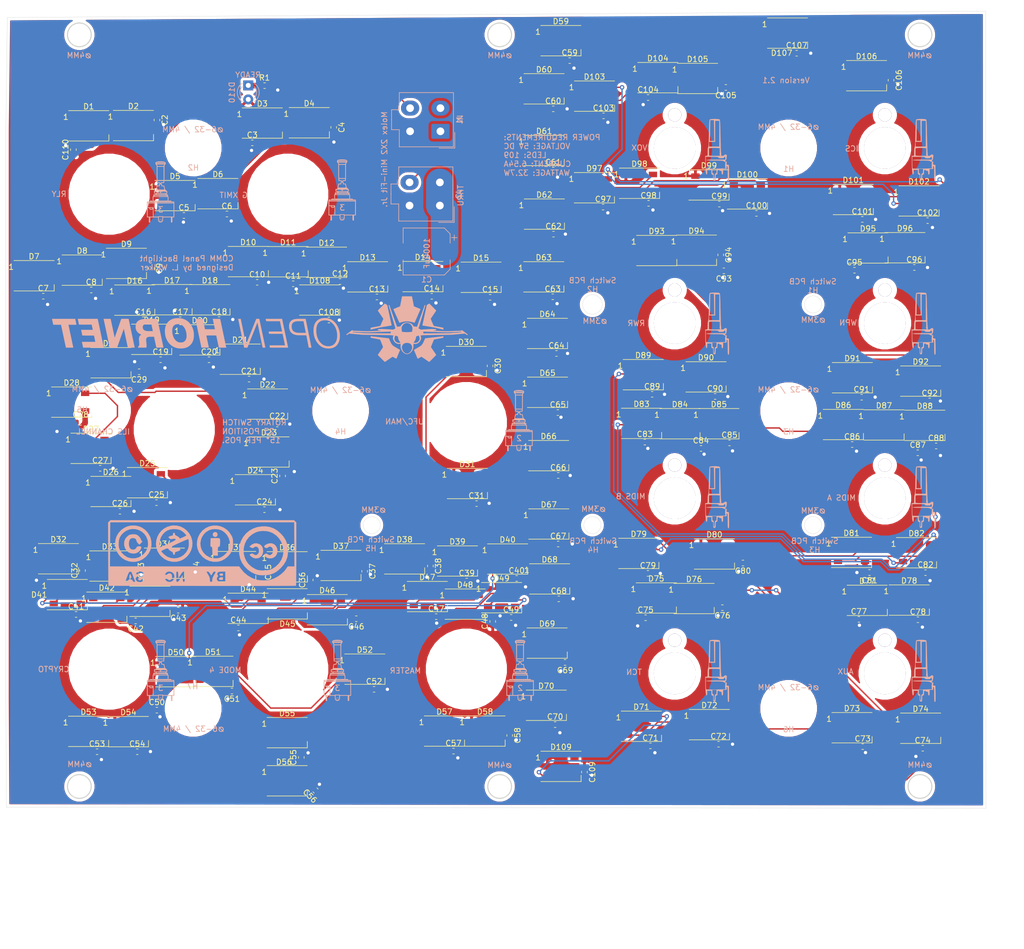
<source format=kicad_pcb>
(kicad_pcb (version 20171130) (host pcbnew "(5.1.10)-1")
  (layers (0 F.Cu signal) (31 B.Cu signal) (34 B.Paste user) (35 F.Paste user) (36 B.SilkS user) (37 F.SilkS user) (38 B.Mask user) (39 F.Mask user) (44 Edge.Cuts user))
  (net 0 "")
  (net 1 "Net-(D1-Pad2)")
  (net 2 "Net-(D2-Pad2)")
  (net 3 "Net-(D3-Pad2)")
  (net 4 "Net-(D4-Pad2)")
  (net 5 "Net-(D5-Pad2)")
  (net 6 "Net-(D6-Pad2)")
  (net 7 "Net-(D7-Pad2)")
  (net 8 "Net-(D8-Pad2)")
  (net 9 "Net-(D10-Pad4)")
  (net 10 "Net-(D10-Pad2)")
  (net 11 "Net-(D11-Pad2)")
  (net 12 "Net-(D13-Pad2)")
  (net 13 "Net-(D14-Pad2)")
  (net 14 "Net-(D15-Pad2)")
  (net 15 "Net-(D16-Pad2)")
  (net 16 "Net-(D17-Pad2)")
  (net 17 "Net-(D18-Pad2)")
  (net 18 "Net-(D19-Pad2)")
  (net 19 "Net-(D20-Pad2)")
  (net 20 "Net-(D21-Pad2)")
  (net 21 "Net-(D22-Pad2)")
  (net 22 "Net-(D23-Pad2)")
  (net 23 "Net-(D24-Pad2)")
  (net 24 "Net-(D25-Pad2)")
  (net 25 "Net-(D26-Pad2)")
  (net 26 "Net-(D27-Pad2)")
  (net 27 "Net-(D28-Pad2)")
  (net 28 "Net-(D29-Pad2)")
  (net 29 "Net-(D30-Pad2)")
  (net 30 "Net-(D31-Pad2)")
  (net 31 "Net-(D32-Pad2)")
  (net 32 "Net-(D33-Pad2)")
  (net 33 "Net-(D34-Pad2)")
  (net 34 "Net-(D35-Pad2)")
  (net 35 "Net-(D36-Pad2)")
  (net 36 "Net-(D37-Pad2)")
  (net 37 "Net-(D38-Pad2)")
  (net 38 "Net-(D39-Pad2)")
  (net 39 "Net-(D40-Pad2)")
  (net 40 "Net-(D41-Pad2)")
  (net 41 "Net-(D42-Pad2)")
  (net 42 "Net-(D43-Pad2)")
  (net 43 "Net-(D44-Pad2)")
  (net 44 "Net-(D45-Pad2)")
  (net 45 "Net-(D46-Pad2)")
  (net 46 "Net-(D47-Pad2)")
  (net 47 "Net-(D48-Pad2)")
  (net 48 "Net-(D49-Pad2)")
  (net 49 "Net-(D50-Pad2)")
  (net 50 "Net-(D51-Pad2)")
  (net 51 "Net-(D52-Pad2)")
  (net 52 "Net-(D53-Pad2)")
  (net 53 "Net-(D54-Pad2)")
  (net 54 "Net-(D55-Pad2)")
  (net 55 "Net-(D56-Pad2)")
  (net 56 "Net-(D57-Pad2)")
  (net 57 "Net-(D58-Pad2)")
  (net 58 "Net-(D59-Pad2)")
  (net 59 "Net-(D60-Pad2)")
  (net 60 "Net-(D61-Pad2)")
  (net 61 "Net-(D62-Pad2)")
  (net 62 "Net-(D63-Pad2)")
  (net 63 "Net-(D64-Pad2)")
  (net 64 "Net-(D65-Pad2)")
  (net 65 "Net-(D66-Pad2)")
  (net 66 "Net-(D67-Pad2)")
  (net 67 "Net-(D68-Pad2)")
  (net 68 "Net-(D69-Pad2)")
  (net 69 "Net-(D71-Pad2)")
  (net 70 "Net-(D72-Pad2)")
  (net 71 "Net-(D73-Pad2)")
  (net 72 "Net-(D74-Pad2)")
  (net 73 "Net-(D75-Pad2)")
  (net 74 "Net-(D76-Pad2)")
  (net 75 "Net-(D77-Pad2)")
  (net 76 "Net-(D78-Pad2)")
  (net 77 "Net-(D79-Pad2)")
  (net 78 "Net-(D80-Pad2)")
  (net 79 "Net-(D81-Pad2)")
  (net 80 "Net-(D82-Pad2)")
  (net 81 "Net-(D83-Pad2)")
  (net 82 "Net-(D84-Pad2)")
  (net 83 "Net-(D85-Pad2)")
  (net 84 "Net-(D86-Pad2)")
  (net 85 "Net-(D87-Pad2)")
  (net 86 "Net-(D88-Pad2)")
  (net 87 "Net-(D89-Pad2)")
  (net 88 "Net-(D90-Pad2)")
  (net 89 "Net-(D91-Pad2)")
  (net 90 "Net-(D92-Pad2)")
  (net 91 "Net-(D93-Pad2)")
  (net 92 "Net-(D94-Pad2)")
  (net 93 "Net-(D95-Pad2)")
  (net 94 "Net-(D96-Pad2)")
  (net 95 "Net-(D97-Pad2)")
  (net 96 "Net-(D98-Pad2)")
  (net 97 "Net-(D100-Pad4)")
  (net 98 "Net-(D100-Pad2)")
  (net 99 "Net-(D101-Pad2)")
  (net 100 "Net-(D102-Pad2)")
  (net 101 "Net-(D103-Pad2)")
  (net 102 "Net-(D104-Pad2)")
  (net 103 "Net-(D105-Pad2)")
  (net 104 "Net-(D106-Pad2)")
  (net 105 /LEDGND)
  (net 106 /LED+5V)
  (net 107 "Net-(D108-Pad4)")
  (net 108 "Net-(D108-Pad2)")
  (net 109 "Net-(D109-Pad4)")
  (net 110 "Net-(D109-Pad2)")
  (net 111 "Net-(D110-Pad1)")
  (net 112 /DATAIN)
  (net 113 /DATAOUT)
  (module OH_Backlighting:Molex_Mini-Fit_Jr_5566-04A_2x02_P4.20mm_Vertical (layer B.Cu) (at 142.342 52.07 90)
    (fp_text reference J2 (at 2.1 3.45 90) (layer B.SilkS) (effects (justify mirror)))
    (fp_text value Conn_01x04_Female)
    (pad 4 thru_hole oval (at 4.2 -5.5 90) (size 2.7 3.3) (drill 1.4) (layers *.Cu *.Mask) (net 113 /DATAOUT))
    (pad 3 thru_hole oval (at 0 -5.5 90) (size 2.7 3.3) (drill 1.4) (layers *.Cu *.Mask) (net 105 /LEDGND))
    (pad 2 thru_hole oval (at 4.2 0 90) (size 2.7 3.3) (drill 1.4) (layers *.Cu *.Mask) (net 106 /LED+5V))
    (pad 1 thru_hole roundrect (at 0 0 90) (size 2.7 3.3) (drill 1.4) (layers *.Cu *.Mask) (roundrect_rratio 0.09259299999999999) (net 106 /LED+5V))
  )
  (module OH_Backlighting:Molex_Mini-Fit_Jr_5566-04A_2x02_P4.20mm_Vertical (layer B.Cu) (at 142.443 38.608 90)
    (fp_text reference J1 (at 2.1 3.45 90) (layer B.SilkS) (effects (justify mirror)))
    (fp_text value Conn_01x04_Female)
    (pad 4 thru_hole oval (at 4.2 -5.5 90) (size 2.7 3.3) (drill 1.4) (layers *.Cu *.Mask) (net 112 /DATAIN))
    (pad 3 thru_hole oval (at 0 -5.5 90) (size 2.7 3.3) (drill 1.4) (layers *.Cu *.Mask) (net 105 /LEDGND))
    (pad 2 thru_hole oval (at 4.2 0 90) (size 2.7 3.3) (drill 1.4) (layers *.Cu *.Mask) (net 106 /LED+5V))
    (pad 1 thru_hole roundrect (at 0 0 90) (size 2.7 3.3) (drill 1.4) (layers *.Cu *.Mask) (roundrect_rratio 0.09259299999999999) (net 106 /LED+5V))
  )
  (module "OH_Backlighting:CC-NC-SA 34mm" (layer B.Cu) (at 99.29622 115.03914 180)
    (fp_text reference G*** hide)
    (fp_text value LOGO hide)
  )
  (module OH_General:OH_LOGO_75.4mm_11.9mm (layer B.Cu) (at 109.71784 74.4728 180)
    (fp_text reference G*** hide)
    (fp_text value LOGO hide)
  )
  (module OH_Backlighting:SxAL_Toggle_13x13mm (layer F.Cu) (at 94.19057 92.683622)
    (fp_text reference G3 hide)
    (fp_text value SxAL_Toggle_13x13mm hide)
    (pad "" np_thru_hole circle (at 0 0) (size 12.7 12.7) (drill 12.7) (layers *.Mask F.Cu) (clearance 1))
    (pad "" np_thru_hole circle (at 0 0) (size 12.7 12.7) (drill 12.7) (layers *.Mask B.Cu) (clearance 2.65))
  )
  (module "" (layer F.Cu) (at 153.84526 90.99804)
    (fp_text reference "" (at 94.19057 92.683622) (layer F.SilkS) (effects (font (size 1.27 1.27))))
    (fp_text value "" (at 94.19057 92.683622) (layer F.SilkS) (effects (font (size 1.27 1.27))))
  )
  (module OH_Backlighting:OH_Panel_6-32_PHS (layer F.Cu) (at 97.61957 143.229622)
    (fp_text reference 21 hide)
    (fp_text value OH_Panel_Fastner_Keepout hide)
    (fp_text user "⌀6-32 / 4MM" (at 0.11201 3.719538) (layer B.SilkS) (effects (justify mirror)))
    (fp_text user H7 (at -0.09881 -3.984282) (layer B.SilkS) (effects (justify mirror)))
    (pad "" np_thru_hole circle (at 0 0) (size 4.3 4.3) (drill 4.3) (layers *.Cu *.Mask) (clearance 3))
  )
  (module OH_Backlighting:OH_Panel_6-32_PHS (layer F.Cu) (at 205.56957 89.254622)
    (fp_text reference 23 hide)
    (fp_text value OH_Panel_Fastner_Keepout hide)
    (fp_text user H3 (at 0 3.81) (layer B.SilkS) (effects (justify mirror)))
    (fp_text user "⌀6-32 / 4MM" (at 0 -3.81) (layer B.SilkS) (effects (justify mirror)))
    (pad "" np_thru_hole circle (at 0 0) (size 4.3 4.3) (drill 4.3) (layers *.Cu *.Mask) (clearance 3))
  )
  (module OH_Backlighting:BR10K_Pot_11mm_x_11mm (layer F.Cu) (at 223.01937 41.629622 180)
    (fp_text reference 9 hide)
    (fp_text value BR10K_Pot_11mm_x_11mm hide)
    (pad "" np_thru_hole circle (at 0 0 180) (size 7.540752 7.540752) (drill 7.54) (layers *.Mask B.Cu) (clearance 3))
    (pad "" np_thru_hole circle (at 0 6 180) (size 2.38125 2.38125) (drill 2.38) (layers *.Cu *.Mask) (clearance 1))
    (pad "" np_thru_hole circle (at 0 0 180) (size 7.540752 7.540752) (drill 7.54) (layers *.Mask F.Cu) (clearance 1))
  )
  (module OH_Backlighting:BR10K_Pot_11mm_x_11mm (layer F.Cu) (at 184.91937 41.629622 180)
    (fp_text reference 8 hide)
    (fp_text value BR10K_Pot_11mm_x_11mm hide)
    (pad "" np_thru_hole circle (at 0 0 180) (size 7.540752 7.540752) (drill 7.54) (layers *.Mask F.Cu) (clearance 1))
    (pad "" np_thru_hole circle (at 0 6 180) (size 2.38125 2.38125) (drill 2.38) (layers *.Cu *.Mask) (clearance 1))
    (pad "" np_thru_hole circle (at 0 0 180) (size 7.540752 7.540752) (drill 7.54) (layers *.Mask B.Cu) (clearance 3))
  )
  (module OH_Backlighting:BR10K_Pot_11mm_x_11mm (layer F.Cu) (at 223.01937 73.379622 180)
    (fp_text reference 11 hide)
    (fp_text value BR10K_Pot_11mm_x_11mm hide)
    (pad "" np_thru_hole circle (at 0 0 180) (size 7.540752 7.540752) (drill 7.54) (layers *.Mask F.Cu) (clearance 1))
    (pad "" np_thru_hole circle (at 0 6 180) (size 2.38125 2.38125) (drill 2.38) (layers *.Cu *.Mask) (clearance 1))
    (pad "" np_thru_hole circle (at 0 0 180) (size 7.540752 7.540752) (drill 7.54) (layers *.Mask B.Cu) (clearance 3))
  )
  (module OH_Backlighting:BR10K_Pot_11mm_x_11mm (layer F.Cu) (at 184.91937 73.379622 180)
    (fp_text reference 10 hide)
    (fp_text value BR10K_Pot_11mm_x_11mm hide)
    (pad "" np_thru_hole circle (at 0 0 180) (size 7.540752 7.540752) (drill 7.54) (layers *.Mask B.Cu) (clearance 3))
    (pad "" np_thru_hole circle (at 0 6 180) (size 2.38125 2.38125) (drill 2.38) (layers *.Cu *.Mask) (clearance 1))
    (pad "" np_thru_hole circle (at 0 0 180) (size 7.540752 7.540752) (drill 7.54) (layers *.Mask F.Cu) (clearance 1))
  )
  (module OH_Backlighting:OH_Panel_6-32_PHS (layer F.Cu) (at 205.56957 41.629622)
    (fp_text reference 24 hide)
    (fp_text value OH_Panel_Fastner_Keepout hide)
    (fp_text user "⌀6-32 / 4MM" (at 0 -3.81) (layer B.SilkS) (effects (justify mirror)))
    (fp_text user H1 (at 0 3.81) (layer B.SilkS) (effects (justify mirror)))
    (pad "" np_thru_hole circle (at 0 0) (size 4.3 4.3) (drill 4.3) (layers *.Cu *.Mask) (clearance 3))
  )
  (module OH_Backlighting:BR10K_Pot_11mm_x_11mm (layer F.Cu) (at 223.01937 105.129622 180)
    (fp_text reference 13 hide)
    (fp_text value BR10K_Pot_11mm_x_11mm hide)
    (pad "" np_thru_hole circle (at 0 0 180) (size 7.540752 7.540752) (drill 7.54) (layers *.Mask B.Cu) (clearance 3))
    (pad "" np_thru_hole circle (at 0 6 180) (size 2.38125 2.38125) (drill 2.38) (layers *.Cu *.Mask) (clearance 1))
    (pad "" np_thru_hole circle (at 0 0 180) (size 7.540752 7.540752) (drill 7.54) (layers *.Mask F.Cu) (clearance 1))
  )
  (module OH_Backlighting:BR10K_Pot_11mm_x_11mm (layer F.Cu) (at 184.91937 105.129622 180)
    (fp_text reference 12 hide)
    (fp_text value BR10K_Pot_11mm_x_11mm hide)
    (pad "" np_thru_hole circle (at 0 0 180) (size 7.540752 7.540752) (drill 7.54) (layers *.Mask F.Cu) (clearance 1))
    (pad "" np_thru_hole circle (at 0 6 180) (size 2.38125 2.38125) (drill 2.38) (layers *.Cu *.Mask) (clearance 1))
    (pad "" np_thru_hole circle (at 0 0 180) (size 7.540752 7.540752) (drill 7.54) (layers *.Mask B.Cu) (clearance 3))
  )
  (module OH_Backlighting:OH_Panel_6-32_PHS (layer F.Cu) (at 205.56957 143.229622)
    (fp_text reference 22 hide)
    (fp_text value OH_Panel_Fastner_Keepout hide)
    (fp_text user H6 (at 0 3.81) (layer B.SilkS) (effects (justify mirror)))
    (fp_text user "⌀6-32 / 4MM" (at 0 -3.81) (layer B.SilkS) (effects (justify mirror)))
    (pad "" np_thru_hole circle (at 0 0) (size 4.3 4.3) (drill 4.3) (layers *.Cu *.Mask) (clearance 3))
  )
  (module OH_Backlighting:BR10K_Pot_11mm_x_11mm (layer F.Cu) (at 223.01937 136.879622 180)
    (fp_text reference 16 hide)
    (fp_text value BR10K_Pot_11mm_x_11mm hide)
    (pad "" np_thru_hole circle (at 0 0 180) (size 7.540752 7.540752) (drill 7.54) (layers *.Mask B.Cu) (clearance 3))
    (pad "" np_thru_hole circle (at 0 6 180) (size 2.38125 2.38125) (drill 2.38) (layers *.Cu *.Mask) (clearance 1))
    (pad "" np_thru_hole circle (at 0 0 180) (size 7.540752 7.540752) (drill 7.54) (layers *.Mask F.Cu) (clearance 1))
  )
  (module OH_Backlighting:BR10K_Pot_11mm_x_11mm (layer F.Cu) (at 184.91937 136.879622 180)
    (fp_text reference 14 hide)
    (fp_text value BR10K_Pot_11mm_x_11mm hide)
    (pad "" np_thru_hole circle (at 0 0 180) (size 7.540752 7.540752) (drill 7.54) (layers *.Mask B.Cu) (clearance 3))
    (pad "" np_thru_hole circle (at 0 6 180) (size 2.38125 2.38125) (drill 2.38) (layers *.Cu *.Mask) (clearance 1))
    (pad "" np_thru_hole circle (at 0 0 180) (size 7.540752 7.540752) (drill 7.54) (layers *.Mask F.Cu) (clearance 1))
  )
  (module OH_Backlighting:SxAL_Toggle_13x13mm (layer F.Cu) (at 147.14957 136.117622)
    (fp_text reference 7 hide)
    (fp_text value SxAL_Toggle_13x13mm hide)
    (pad "" np_thru_hole circle (at 0 0) (size 12.7 12.7) (drill 12.7) (layers *.Mask F.Cu) (clearance 1))
    (pad "" np_thru_hole circle (at 0 0) (size 12.7 12.7) (drill 12.7) (layers *.Mask B.Cu) (clearance 2.65))
  )
  (module OH_Backlighting:SxAL_Toggle_13x13mm (layer F.Cu) (at 114.76457 136.117622)
    (fp_text reference 6 hide)
    (fp_text value SxAL_Toggle_13x13mm hide)
    (pad "" np_thru_hole circle (at 0 0) (size 12.7 12.7) (drill 12.7) (layers *.Mask F.Cu) (clearance 1))
    (pad "" np_thru_hole circle (at 0 0) (size 12.7 12.7) (drill 12.7) (layers *.Mask B.Cu) (clearance 2.65))
  )
  (module OH_Backlighting:SxAL_Toggle_13x13mm (layer F.Cu) (at 82.37957 136.117622)
    (fp_text reference 5 hide)
    (fp_text value SxAL_Toggle_13x13mm hide)
    (pad "" np_thru_hole circle (at 0 0) (size 12.7 12.7) (drill 12.7) (layers *.Mask F.Cu) (clearance 1))
    (pad "" np_thru_hole circle (at 0 0) (size 12.7 12.7) (drill 12.7) (layers *.Mask B.Cu) (clearance 2.65))
  )
  (module OH_Backlighting:SxAL_Toggle_13x13mm (layer F.Cu) (at 147.14957 91.413622)
    (fp_text reference 4 hide)
    (fp_text value SxAL_Toggle_13x13mm hide)
    (pad "" np_thru_hole circle (at 0 0) (size 12.7 12.7) (drill 12.7) (layers *.Mask F.Cu) (clearance 1))
    (pad "" np_thru_hole circle (at 0 0) (size 12.7 12.7) (drill 12.7) (layers *.Mask B.Cu) (clearance 2.65))
  )
  (module OH_Backlighting:OH_Panel_6-32_PHS (layer F.Cu) (at 124.341608 89.254622)
    (fp_text reference 20 hide)
    (fp_text value OH_Panel_Fastner_Keepout hide)
    (fp_text user H4 (at 0 3.81) (layer B.SilkS) (effects (justify mirror)))
    (fp_text user "⌀6-32 / 4MM" (at 0.021872 -3.727742) (layer B.SilkS) (effects (justify mirror)))
    (pad "" np_thru_hole circle (at 0 0) (size 4.3 4.3) (drill 4.3) (layers *.Cu *.Mask) (clearance 3))
  )
  (module OH_Backlighting:OH_Panel_6-32_PHS (layer F.Cu) (at 81.1784 89.154)
    (fp_text reference 19 hide)
    (fp_text value OH_Panel_Fastner_Keepout hide)
    (fp_text user H5 (at -3.6703 -0.04826) (layer B.SilkS) (effects (justify mirror)))
    (fp_text user "⌀6-32 / 4MM" (at 0 -3.81) (layer B.SilkS) (effects (justify mirror)))
    (pad "" np_thru_hole circle (at 0 0) (size 4.3 4.3) (drill 4.3) (layers *.Cu *.Mask) (clearance 3))
  )
  (module OH_Backlighting:OH_Panel_6-32_PHS (layer B.Cu) (at 97.61957 41.629622)
    (fp_text reference 17 hide)
    (fp_text value OH_Panel_Fastner_Keepout hide)
    (fp_text user H2 (at 0.02565 3.579838) (layer B.SilkS) (effects (justify mirror)))
    (fp_text user "⌀6-32 / 4MM" (at -0.04039 -3.364522) (layer B.SilkS) (effects (justify mirror)))
    (pad "" np_thru_hole circle (at 0 0) (size 4.3 4.3) (drill 4.3) (layers *.Cu *.Mask) (clearance 3))
  )
  (module OH_Backlighting:SxAL_Toggle_13x13mm (layer F.Cu) (at 114.76457 50.011622)
    (fp_text reference 2 hide)
    (fp_text value SxAL_Toggle_13x13mm hide)
    (pad "" np_thru_hole circle (at 0 0) (size 12.7 12.7) (drill 12.7) (layers *.Mask F.Cu) (clearance 1))
    (pad "" np_thru_hole circle (at 0 0) (size 12.7 12.7) (drill 12.7) (layers *.Mask B.Cu) (clearance 2.65))
  )
  (module OH_Backlighting:SxAL_Toggle_13x13mm (layer F.Cu) (at 82.37957 50.011622)
    (fp_text reference 1 hide)
    (fp_text value SxAL_Toggle_13x13mm hide)
    (pad "" np_thru_hole circle (at 0 0) (size 12.7 12.7) (drill 12.7) (layers *.Mask F.Cu) (clearance 1))
    (pad "" np_thru_hole circle (at 0 0) (size 12.7 12.7) (drill 12.7) (layers *.Mask B.Cu) (clearance 2.65))
  )
  (module Capacitor_SMD:C_0603_1608Metric (layer F.Cu) (at 151.93 127.4725 90)
    (fp_text reference C48 (at 0 -1.43 90) (layer F.SilkS))
    (fp_text value C)
    (pad 2 smd roundrect (at 0.7875 0 90) (size 0.875 0.95) (layers F.Cu F.Paste F.Mask) (net 105 /LEDGND))
    (pad 1 smd roundrect (at -0.7875 0 90) (size 0.875 0.95) (layers F.Cu F.Paste F.Mask) (net 106 /LED+5V))
  )
  (module Capacitor_SMD:C_0603_1608Metric (layer F.Cu) (at 165.8725 25.79)
    (fp_text reference C59 (at 0 -1.43) (layer F.SilkS))
    (fp_text value C)
    (pad 2 smd roundrect (at 0.7875 0) (size 0.875 0.95) (layers F.Cu F.Paste F.Mask) (net 105 /LEDGND))
    (pad 1 smd roundrect (at -0.7875 0) (size 0.875 0.95) (layers F.Cu F.Paste F.Mask) (net 106 /LED+5V))
  )
  (module LED_SMD:LED_WS2812B_PLCC4_5.0x5.0mm_P3.2mm (layer F.Cu) (at 164.3 153.75)
    (fp_text reference D109 (at 0 -3.5) (layer F.SilkS))
    (fp_text value WS2812B)
    (fp_text user 1 (at -4.15 -1.6) (layer F.SilkS))
    (pad 1 smd rect (at -2.45 -1.6) (size 1.5 1) (layers F.Cu F.Paste F.Mask) (net 106 /LED+5V))
    (pad 2 smd rect (at -2.45 1.6) (size 1.5 1) (layers F.Cu F.Paste F.Mask) (net 110 "Net-(D109-Pad2)"))
    (pad 4 smd rect (at 2.45 -1.6) (size 1.5 1) (layers F.Cu F.Paste F.Mask) (net 109 "Net-(D109-Pad4)"))
    (pad 3 smd rect (at 2.45 1.6) (size 1.5 1) (layers F.Cu F.Paste F.Mask) (net 105 /LEDGND))
  )
  (module Capacitor_SMD:C_0603_1608Metric (layer F.Cu) (at 86.75 118.2125 270)
    (fp_text reference C33 (at 0 -1.43 90) (layer F.SilkS))
    (fp_text value C)
    (pad 2 smd roundrect (at 0.7875 0 270) (size 0.875 0.95) (layers F.Cu F.Paste F.Mask) (net 105 /LEDGND))
    (pad 1 smd roundrect (at -0.7875 0 270) (size 0.875 0.95) (layers F.Cu F.Paste F.Mask) (net 106 /LED+5V))
  )
  (module Capacitor_SMD:C_0603_1608Metric (layer F.Cu) (at 90.9625 105.925)
    (fp_text reference C25 (at 0 -1.43) (layer F.SilkS))
    (fp_text value C)
    (pad 2 smd roundrect (at 0.7875 0) (size 0.875 0.95) (layers F.Cu F.Paste F.Mask) (net 105 /LEDGND))
    (pad 1 smd roundrect (at -0.7875 0) (size 0.875 0.95) (layers F.Cu F.Paste F.Mask) (net 106 /LED+5V))
  )
  (module Resistor_SMD:R_0603_1608Metric (layer F.Cu) (at 110.5625 30.325)
    (fp_text reference R1 (at 0 -1.43) (layer F.SilkS))
    (fp_text value R)
    (pad 2 smd roundrect (at 0.7875 0) (size 0.875 0.95) (layers F.Cu F.Paste F.Mask) (net 105 /LEDGND))
    (pad 1 smd roundrect (at -0.7875 0) (size 0.875 0.95) (layers F.Cu F.Paste F.Mask) (net 111 "Net-(D110-Pad1)"))
  )
  (module Capacitor_SMD:C_0603_1608Metric (layer F.Cu) (at 75.9 41.9375 90)
    (fp_text reference C110 (at 0 -1.43 90) (layer F.SilkS))
    (fp_text value C)
    (pad 2 smd roundrect (at 0.7875 0 90) (size 0.875 0.95) (layers F.Cu F.Paste F.Mask) (net 105 /LEDGND))
    (pad 1 smd roundrect (at -0.7875 0 90) (size 0.875 0.95) (layers F.Cu F.Paste F.Mask) (net 106 /LED+5V))
  )
  (module Capacitor_SMD:C_0603_1608Metric (layer F.Cu) (at 168.55 154.78 270)
    (fp_text reference C109 (at 0 -1.43 90) (layer F.SilkS))
    (fp_text value C)
    (pad 2 smd roundrect (at 0.7875 0 270) (size 0.875 0.95) (layers F.Cu F.Paste F.Mask) (net 105 /LEDGND))
    (pad 1 smd roundrect (at -0.7875 0 270) (size 0.875 0.95) (layers F.Cu F.Paste F.Mask) (net 106 /LED+5V))
  )
  (module Capacitor_SMD:C_0603_1608Metric (layer F.Cu) (at 122.22 72.82)
    (fp_text reference C108 (at 0 -1.43) (layer F.SilkS))
    (fp_text value C)
    (pad 2 smd roundrect (at 0.7875 0) (size 0.875 0.95) (layers F.Cu F.Paste F.Mask) (net 105 /LEDGND))
    (pad 1 smd roundrect (at -0.7875 0) (size 0.875 0.95) (layers F.Cu F.Paste F.Mask) (net 106 /LED+5V))
  )
  (module Capacitor_SMD:C_0603_1608Metric (layer F.Cu) (at 207.0225 24.45)
    (fp_text reference C107 (at 0 -1.43) (layer F.SilkS))
    (fp_text value C)
    (pad 2 smd roundrect (at 0.7875 0) (size 0.875 0.95) (layers F.Cu F.Paste F.Mask) (net 105 /LEDGND))
    (pad 1 smd roundrect (at -0.7875 0) (size 0.875 0.95) (layers F.Cu F.Paste F.Mask) (net 106 /LED+5V))
  )
  (module Capacitor_SMD:C_0603_1608Metric (layer F.Cu) (at 224.14 29.3375 270)
    (fp_text reference C106 (at 0 -1.43 90) (layer F.SilkS))
    (fp_text value C)
    (pad 2 smd roundrect (at 0.7875 0 270) (size 0.875 0.95) (layers F.Cu F.Paste F.Mask) (net 105 /LEDGND))
    (pad 1 smd roundrect (at -0.7875 0 270) (size 0.875 0.95) (layers F.Cu F.Paste F.Mask) (net 106 /LED+5V))
  )
  (module Capacitor_SMD:C_0603_1608Metric (layer F.Cu) (at 194.1875 30.66 180)
    (fp_text reference C105 (at 0 -1.43) (layer F.SilkS))
    (fp_text value C)
    (pad 2 smd roundrect (at 0.7875 0 180) (size 0.875 0.95) (layers F.Cu F.Paste F.Mask) (net 105 /LEDGND))
    (pad 1 smd roundrect (at -0.7875 0 180) (size 0.875 0.95) (layers F.Cu F.Paste F.Mask) (net 106 /LED+5V))
  )
  (module Capacitor_SMD:C_0603_1608Metric (layer F.Cu) (at 180.0925 32.48)
    (fp_text reference C104 (at 0 -1.43) (layer F.SilkS))
    (fp_text value C)
    (pad 2 smd roundrect (at 0.7875 0) (size 0.875 0.95) (layers F.Cu F.Paste F.Mask) (net 105 /LEDGND))
    (pad 1 smd roundrect (at -0.7875 0) (size 0.875 0.95) (layers F.Cu F.Paste F.Mask) (net 106 /LED+5V))
  )
  (module Capacitor_SMD:C_0603_1608Metric (layer F.Cu) (at 172.0125 35.81)
    (fp_text reference C103 (at 0 -1.43) (layer F.SilkS))
    (fp_text value C)
    (pad 2 smd roundrect (at 0.7875 0) (size 0.875 0.95) (layers F.Cu F.Paste F.Mask) (net 105 /LEDGND))
    (pad 1 smd roundrect (at -0.7875 0) (size 0.875 0.95) (layers F.Cu F.Paste F.Mask) (net 106 /LED+5V))
  )
  (module Capacitor_SMD:C_0603_1608Metric (layer F.Cu) (at 230.7675 54.8)
    (fp_text reference C102 (at 0 -1.43) (layer F.SilkS))
    (fp_text value C)
    (pad 2 smd roundrect (at 0.7875 0) (size 0.875 0.95) (layers F.Cu F.Paste F.Mask) (net 105 /LEDGND))
    (pad 1 smd roundrect (at -0.7875 0) (size 0.875 0.95) (layers F.Cu F.Paste F.Mask) (net 106 /LED+5V))
  )
  (module Capacitor_SMD:C_0603_1608Metric (layer F.Cu) (at 218.9325 54.58)
    (fp_text reference C101 (at 0 -1.43) (layer F.SilkS))
    (fp_text value C)
    (pad 2 smd roundrect (at 0.7875 0) (size 0.875 0.95) (layers F.Cu F.Paste F.Mask) (net 105 /LEDGND))
    (pad 1 smd roundrect (at -0.7875 0) (size 0.875 0.95) (layers F.Cu F.Paste F.Mask) (net 106 /LED+5V))
  )
  (module Capacitor_SMD:C_0603_1608Metric (layer F.Cu) (at 199.7425 53.49)
    (fp_text reference C100 (at 0 -1.43) (layer F.SilkS))
    (fp_text value C)
    (pad 2 smd roundrect (at 0.7875 0) (size 0.875 0.95) (layers F.Cu F.Paste F.Mask) (net 105 /LEDGND))
    (pad 1 smd roundrect (at -0.7875 0) (size 0.875 0.95) (layers F.Cu F.Paste F.Mask) (net 106 /LED+5V))
  )
  (module Capacitor_SMD:C_0603_1608Metric (layer F.Cu) (at 193 51.8)
    (fp_text reference C99 (at 0 -1.43) (layer F.SilkS))
    (fp_text value C)
    (pad 2 smd roundrect (at 0.7875 0) (size 0.875 0.95) (layers F.Cu F.Paste F.Mask) (net 105 /LEDGND))
    (pad 1 smd roundrect (at -0.7875 0) (size 0.875 0.95) (layers F.Cu F.Paste F.Mask) (net 106 /LED+5V))
  )
  (module Capacitor_SMD:C_0603_1608Metric (layer F.Cu) (at 180.1775 51.67)
    (fp_text reference C98 (at 0 -1.43) (layer F.SilkS))
    (fp_text value C)
    (pad 2 smd roundrect (at 0.7875 0) (size 0.875 0.95) (layers F.Cu F.Paste F.Mask) (net 105 /LEDGND))
    (pad 1 smd roundrect (at -0.7875 0) (size 0.875 0.95) (layers F.Cu F.Paste F.Mask) (net 106 /LED+5V))
  )
  (module Capacitor_SMD:C_0603_1608Metric (layer F.Cu) (at 171.9275 52.34)
    (fp_text reference C97 (at 0 -1.43) (layer F.SilkS))
    (fp_text value C)
    (pad 2 smd roundrect (at 0.7875 0) (size 0.875 0.95) (layers F.Cu F.Paste F.Mask) (net 105 /LEDGND))
    (pad 1 smd roundrect (at -0.7875 0) (size 0.875 0.95) (layers F.Cu F.Paste F.Mask) (net 106 /LED+5V))
  )
  (module Capacitor_SMD:C_0603_1608Metric (layer F.Cu) (at 228.3625 63.3)
    (fp_text reference C96 (at 0 -1.43) (layer F.SilkS))
    (fp_text value C)
    (pad 2 smd roundrect (at 0.7875 0) (size 0.875 0.95) (layers F.Cu F.Paste F.Mask) (net 105 /LEDGND))
    (pad 1 smd roundrect (at -0.7875 0) (size 0.875 0.95) (layers F.Cu F.Paste F.Mask) (net 106 /LED+5V))
  )
  (module Capacitor_SMD:C_0603_1608Metric (layer F.Cu) (at 217.5 63.8)
    (fp_text reference C95 (at 0 -1.43) (layer F.SilkS))
    (fp_text value C)
    (pad 2 smd roundrect (at 0.7875 0) (size 0.875 0.95) (layers F.Cu F.Paste F.Mask) (net 105 /LEDGND))
    (pad 1 smd roundrect (at -0.7875 0) (size 0.875 0.95) (layers F.Cu F.Paste F.Mask) (net 106 /LED+5V))
  )
  (module Capacitor_SMD:C_0603_1608Metric (layer F.Cu) (at 193.26 61.0175 270)
    (fp_text reference C94 (at 0 -1.43 90) (layer F.SilkS))
    (fp_text value C)
    (pad 2 smd roundrect (at 0.7875 0 270) (size 0.875 0.95) (layers F.Cu F.Paste F.Mask) (net 105 /LEDGND))
    (pad 1 smd roundrect (at -0.7875 0 270) (size 0.875 0.95) (layers F.Cu F.Paste F.Mask) (net 106 /LED+5V))
  )
  (module Capacitor_SMD:C_0603_1608Metric (layer F.Cu) (at 193.8275 63.91 180)
    (fp_text reference C93 (at 0 -1.43) (layer F.SilkS))
    (fp_text value C)
    (pad 2 smd roundrect (at 0.7875 0 180) (size 0.875 0.95) (layers F.Cu F.Paste F.Mask) (net 105 /LEDGND))
    (pad 1 smd roundrect (at -0.7875 0 180) (size 0.875 0.95) (layers F.Cu F.Paste F.Mask) (net 106 /LED+5V))
  )
  (module Capacitor_SMD:C_0603_1608Metric (layer F.Cu) (at 231.1425 87.51)
    (fp_text reference C92 (at 0 -1.43) (layer F.SilkS))
    (fp_text value C)
    (pad 2 smd roundrect (at 0.7875 0) (size 0.875 0.95) (layers F.Cu F.Paste F.Mask) (net 105 /LEDGND))
    (pad 1 smd roundrect (at -0.7875 0) (size 0.875 0.95) (layers F.Cu F.Paste F.Mask) (net 106 /LED+5V))
  )
  (module Capacitor_SMD:C_0603_1608Metric (layer F.Cu) (at 218.8075 86.82)
    (fp_text reference C91 (at 0 -1.43) (layer F.SilkS))
    (fp_text value C)
    (pad 2 smd roundrect (at 0.7875 0) (size 0.875 0.95) (layers F.Cu F.Paste F.Mask) (net 105 /LEDGND))
    (pad 1 smd roundrect (at -0.7875 0) (size 0.875 0.95) (layers F.Cu F.Paste F.Mask) (net 106 /LED+5V))
  )
  (module Capacitor_SMD:C_0603_1608Metric (layer F.Cu) (at 192.2425 86.68)
    (fp_text reference C90 (at 0 -1.43) (layer F.SilkS))
    (fp_text value C)
    (pad 2 smd roundrect (at 0.7875 0) (size 0.875 0.95) (layers F.Cu F.Paste F.Mask) (net 105 /LEDGND))
    (pad 1 smd roundrect (at -0.7875 0) (size 0.875 0.95) (layers F.Cu F.Paste F.Mask) (net 106 /LED+5V))
  )
  (module Capacitor_SMD:C_0603_1608Metric (layer F.Cu) (at 180.8325 86.29)
    (fp_text reference C89 (at 0 -1.43) (layer F.SilkS))
    (fp_text value C)
    (pad 2 smd roundrect (at 0.7875 0) (size 0.875 0.95) (layers F.Cu F.Paste F.Mask) (net 105 /LEDGND))
    (pad 1 smd roundrect (at -0.7875 0) (size 0.875 0.95) (layers F.Cu F.Paste F.Mask) (net 106 /LED+5V))
  )
  (module Capacitor_SMD:C_0603_1608Metric (layer F.Cu) (at 232.3125 95.66)
    (fp_text reference C88 (at 0 -1.43) (layer F.SilkS))
    (fp_text value C)
    (pad 2 smd roundrect (at 0.7875 0) (size 0.875 0.95) (layers F.Cu F.Paste F.Mask) (net 105 /LEDGND))
    (pad 1 smd roundrect (at -0.7875 0) (size 0.875 0.95) (layers F.Cu F.Paste F.Mask) (net 106 /LED+5V))
  )
  (module Capacitor_SMD:C_0603_1608Metric (layer F.Cu) (at 228.98 96.9)
    (fp_text reference C87 (at 0 -1.43) (layer F.SilkS))
    (fp_text value C)
    (pad 2 smd roundrect (at 0.7875 0) (size 0.875 0.95) (layers F.Cu F.Paste F.Mask) (net 105 /LEDGND))
    (pad 1 smd roundrect (at -0.7875 0) (size 0.875 0.95) (layers F.Cu F.Paste F.Mask) (net 106 /LED+5V))
  )
  (module Capacitor_SMD:C_0603_1608Metric (layer F.Cu) (at 217.0925 95.39)
    (fp_text reference C86 (at 0 -1.43) (layer F.SilkS))
    (fp_text value C)
    (pad 2 smd roundrect (at 0.7875 0) (size 0.875 0.95) (layers F.Cu F.Paste F.Mask) (net 105 /LEDGND))
    (pad 1 smd roundrect (at -0.7875 0) (size 0.875 0.95) (layers F.Cu F.Paste F.Mask) (net 106 /LED+5V))
  )
  (module Capacitor_SMD:C_0603_1608Metric (layer F.Cu) (at 194.85 95.1)
    (fp_text reference C85 (at 0 -1.43) (layer F.SilkS))
    (fp_text value C)
    (pad 2 smd roundrect (at 0.7875 0) (size 0.875 0.95) (layers F.Cu F.Paste F.Mask) (net 105 /LEDGND))
    (pad 1 smd roundrect (at -0.7875 0) (size 0.875 0.95) (layers F.Cu F.Paste F.Mask) (net 106 /LED+5V))
  )
  (module Capacitor_SMD:C_0603_1608Metric (layer F.Cu) (at 189.68 96.1)
    (fp_text reference C84 (at 0 -1.43) (layer F.SilkS))
    (fp_text value C)
    (pad 2 smd roundrect (at 0.7875 0) (size 0.875 0.95) (layers F.Cu F.Paste F.Mask) (net 105 /LEDGND))
    (pad 1 smd roundrect (at -0.7875 0) (size 0.875 0.95) (layers F.Cu F.Paste F.Mask) (net 106 /LED+5V))
  )
  (module Capacitor_SMD:C_0603_1608Metric (layer F.Cu) (at 179.5 94.95)
    (fp_text reference C83 (at 0 -1.43) (layer F.SilkS))
    (fp_text value C)
    (pad 2 smd roundrect (at 0.7875 0) (size 0.875 0.95) (layers F.Cu F.Paste F.Mask) (net 105 /LEDGND))
    (pad 1 smd roundrect (at -0.7875 0) (size 0.875 0.95) (layers F.Cu F.Paste F.Mask) (net 106 /LED+5V))
  )
  (module Capacitor_SMD:C_0603_1608Metric (layer F.Cu) (at 230.3825 118.62)
    (fp_text reference C82 (at 0 -1.43) (layer F.SilkS))
    (fp_text value C)
    (pad 2 smd roundrect (at 0.7875 0) (size 0.875 0.95) (layers F.Cu F.Paste F.Mask) (net 105 /LEDGND))
    (pad 1 smd roundrect (at -0.7875 0) (size 0.875 0.95) (layers F.Cu F.Paste F.Mask) (net 106 /LED+5V))
  )
  (module Capacitor_SMD:C_0603_1608Metric (layer F.Cu) (at 220.2225 118.6 180)
    (fp_text reference C81 (at 0 -1.43) (layer F.SilkS))
    (fp_text value C)
    (pad 2 smd roundrect (at 0.7875 0 180) (size 0.875 0.95) (layers F.Cu F.Paste F.Mask) (net 105 /LEDGND))
    (pad 1 smd roundrect (at -0.7875 0 180) (size 0.875 0.95) (layers F.Cu F.Paste F.Mask) (net 106 /LED+5V))
  )
  (module Capacitor_SMD:C_0603_1608Metric (layer F.Cu) (at 197.2875 116.875 180)
    (fp_text reference C80 (at 0 -1.43) (layer F.SilkS))
    (fp_text value C)
    (pad 2 smd roundrect (at 0.7875 0 180) (size 0.875 0.95) (layers F.Cu F.Paste F.Mask) (net 105 /LEDGND))
    (pad 1 smd roundrect (at -0.7875 0 180) (size 0.875 0.95) (layers F.Cu F.Paste F.Mask) (net 106 /LED+5V))
  )
  (module Capacitor_SMD:C_0603_1608Metric (layer F.Cu) (at 180.0625 118.76)
    (fp_text reference C79 (at 0 -1.43) (layer F.SilkS))
    (fp_text value C)
    (pad 2 smd roundrect (at 0.7875 0) (size 0.875 0.95) (layers F.Cu F.Paste F.Mask) (net 105 /LEDGND))
    (pad 1 smd roundrect (at -0.7875 0) (size 0.875 0.95) (layers F.Cu F.Paste F.Mask) (net 106 /LED+5V))
  )
  (module Capacitor_SMD:C_0603_1608Metric (layer F.Cu) (at 229.0075 127.16)
    (fp_text reference C78 (at 0 -1.43) (layer F.SilkS))
    (fp_text value C)
    (pad 2 smd roundrect (at 0.7875 0) (size 0.875 0.95) (layers F.Cu F.Paste F.Mask) (net 105 /LEDGND))
    (pad 1 smd roundrect (at -0.7875 0) (size 0.875 0.95) (layers F.Cu F.Paste F.Mask) (net 106 /LED+5V))
  )
  (module Capacitor_SMD:C_0603_1608Metric (layer F.Cu) (at 218.30796 127.09398)
    (fp_text reference C77 (at 0 -1.43) (layer F.SilkS))
    (fp_text value C)
    (pad 2 smd roundrect (at 0.7875 0) (size 0.875 0.95) (layers F.Cu F.Paste F.Mask) (net 105 /LEDGND))
    (pad 1 smd roundrect (at -0.7875 0) (size 0.875 0.95) (layers F.Cu F.Paste F.Mask) (net 106 /LED+5V))
  )
  (module Capacitor_SMD:C_0603_1608Metric (layer F.Cu) (at 193.5625 124.975 180)
    (fp_text reference C76 (at 0 -1.43) (layer F.SilkS))
    (fp_text value C)
    (pad 2 smd roundrect (at 0.7875 0 180) (size 0.875 0.95) (layers F.Cu F.Paste F.Mask) (net 105 /LEDGND))
    (pad 1 smd roundrect (at -0.7875 0 180) (size 0.875 0.95) (layers F.Cu F.Paste F.Mask) (net 106 /LED+5V))
  )
  (module Capacitor_SMD:C_0603_1608Metric (layer F.Cu) (at 179.6375 126.8)
    (fp_text reference C75 (at 0 -1.43) (layer F.SilkS))
    (fp_text value C)
    (pad 2 smd roundrect (at 0.7875 0) (size 0.875 0.95) (layers F.Cu F.Paste F.Mask) (net 105 /LEDGND))
    (pad 1 smd roundrect (at -0.7875 0) (size 0.875 0.95) (layers F.Cu F.Paste F.Mask) (net 106 /LED+5V))
  )
  (module Capacitor_SMD:C_0603_1608Metric (layer F.Cu) (at 229.8875 150.46)
    (fp_text reference C74 (at 0 -1.43) (layer F.SilkS))
    (fp_text value C)
    (pad 2 smd roundrect (at 0.7875 0) (size 0.875 0.95) (layers F.Cu F.Paste F.Mask) (net 105 /LEDGND))
    (pad 1 smd roundrect (at -0.7875 0) (size 0.875 0.95) (layers F.Cu F.Paste F.Mask) (net 106 /LED+5V))
  )
  (module Capacitor_SMD:C_0603_1608Metric (layer F.Cu) (at 219 150.1648)
    (fp_text reference C73 (at 0 -1.43) (layer F.SilkS))
    (fp_text value C)
    (pad 2 smd roundrect (at 0.7875 0) (size 0.875 0.95) (layers F.Cu F.Paste F.Mask) (net 105 /LEDGND))
    (pad 1 smd roundrect (at -0.7875 0) (size 0.875 0.95) (layers F.Cu F.Paste F.Mask) (net 106 /LED+5V))
  )
  (module Capacitor_SMD:C_0603_1608Metric (layer F.Cu) (at 192.8625 149.725)
    (fp_text reference C72 (at 0 -1.43) (layer F.SilkS))
    (fp_text value C)
    (pad 2 smd roundrect (at 0.7875 0) (size 0.875 0.95) (layers F.Cu F.Paste F.Mask) (net 105 /LEDGND))
    (pad 1 smd roundrect (at -0.7875 0) (size 0.875 0.95) (layers F.Cu F.Paste F.Mask) (net 106 /LED+5V))
  )
  (module Capacitor_SMD:C_0603_1608Metric (layer F.Cu) (at 180.5125 150.025)
    (fp_text reference C71 (at 0 -1.43) (layer F.SilkS))
    (fp_text value C)
    (pad 2 smd roundrect (at 0.7875 0) (size 0.875 0.95) (layers F.Cu F.Paste F.Mask) (net 105 /LEDGND))
    (pad 1 smd roundrect (at -0.7875 0) (size 0.875 0.95) (layers F.Cu F.Paste F.Mask) (net 106 /LED+5V))
  )
  (module Capacitor_SMD:C_0603_1608Metric (layer F.Cu) (at 163.2375 146.175)
    (fp_text reference C70 (at 0 -1.43) (layer F.SilkS))
    (fp_text value C)
    (pad 2 smd roundrect (at 0.7875 0) (size 0.875 0.95) (layers F.Cu F.Paste F.Mask) (net 105 /LEDGND))
    (pad 1 smd roundrect (at -0.7875 0) (size 0.875 0.95) (layers F.Cu F.Paste F.Mask) (net 106 /LED+5V))
  )
  (module Capacitor_SMD:C_0603_1608Metric (layer F.Cu) (at 165.0375 134.9 180)
    (fp_text reference C69 (at 0 -1.43) (layer F.SilkS))
    (fp_text value C)
    (pad 2 smd roundrect (at 0.7875 0 180) (size 0.875 0.95) (layers F.Cu F.Paste F.Mask) (net 105 /LEDGND))
    (pad 1 smd roundrect (at -0.7875 0 180) (size 0.875 0.95) (layers F.Cu F.Paste F.Mask) (net 106 /LED+5V))
  )
  (module Capacitor_SMD:C_0603_1608Metric (layer F.Cu) (at 163.9 123.375)
    (fp_text reference C68 (at 0 -1.43) (layer F.SilkS))
    (fp_text value C)
    (pad 2 smd roundrect (at 0.7875 0) (size 0.875 0.95) (layers F.Cu F.Paste F.Mask) (net 105 /LEDGND))
    (pad 1 smd roundrect (at -0.7875 0) (size 0.875 0.95) (layers F.Cu F.Paste F.Mask) (net 106 /LED+5V))
  )
  (module Capacitor_SMD:C_0603_1608Metric (layer F.Cu) (at 163.7875 113.425)
    (fp_text reference C67 (at 0 -1.43) (layer F.SilkS))
    (fp_text value C)
    (pad 2 smd roundrect (at 0.7875 0) (size 0.875 0.95) (layers F.Cu F.Paste F.Mask) (net 105 /LEDGND))
    (pad 1 smd roundrect (at -0.7875 0) (size 0.875 0.95) (layers F.Cu F.Paste F.Mask) (net 106 /LED+5V))
  )
  (module Capacitor_SMD:C_0603_1608Metric (layer F.Cu) (at 163.8025 101)
    (fp_text reference C66 (at 0 -1.43) (layer F.SilkS))
    (fp_text value C)
    (pad 2 smd roundrect (at 0.7875 0) (size 0.875 0.95) (layers F.Cu F.Paste F.Mask) (net 105 /LEDGND))
    (pad 1 smd roundrect (at -0.7875 0) (size 0.875 0.95) (layers F.Cu F.Paste F.Mask) (net 106 /LED+5V))
  )
  (module Capacitor_SMD:C_0603_1608Metric (layer F.Cu) (at 163.73 89.6)
    (fp_text reference C65 (at 0 -1.43) (layer F.SilkS))
    (fp_text value C)
    (pad 2 smd roundrect (at 0.7875 0) (size 0.875 0.95) (layers F.Cu F.Paste F.Mask) (net 105 /LEDGND))
    (pad 1 smd roundrect (at -0.7875 0) (size 0.875 0.95) (layers F.Cu F.Paste F.Mask) (net 106 /LED+5V))
  )
  (module Capacitor_SMD:C_0603_1608Metric (layer F.Cu) (at 163.4825 78.88)
    (fp_text reference C64 (at 0 -1.43) (layer F.SilkS))
    (fp_text value C)
    (pad 2 smd roundrect (at 0.7875 0) (size 0.875 0.95) (layers F.Cu F.Paste F.Mask) (net 105 /LEDGND))
    (pad 1 smd roundrect (at -0.7875 0) (size 0.875 0.95) (layers F.Cu F.Paste F.Mask) (net 106 /LED+5V))
  )
  (module Capacitor_SMD:C_0603_1608Metric (layer F.Cu) (at 162.8025 68.61)
    (fp_text reference C63 (at 0 -1.43) (layer F.SilkS))
    (fp_text value C)
    (pad 2 smd roundrect (at 0.7875 0) (size 0.875 0.95) (layers F.Cu F.Paste F.Mask) (net 105 /LEDGND))
    (pad 1 smd roundrect (at -0.7875 0) (size 0.875 0.95) (layers F.Cu F.Paste F.Mask) (net 106 /LED+5V))
  )
  (module Capacitor_SMD:C_0603_1608Metric (layer F.Cu) (at 162.9425 57.25)
    (fp_text reference C62 (at 0 -1.43) (layer F.SilkS))
    (fp_text value C)
    (pad 2 smd roundrect (at 0.7875 0) (size 0.875 0.95) (layers F.Cu F.Paste F.Mask) (net 105 /LEDGND))
    (pad 1 smd roundrect (at -0.7875 0) (size 0.875 0.95) (layers F.Cu F.Paste F.Mask) (net 106 /LED+5V))
  )
  (module Capacitor_SMD:C_0603_1608Metric (layer F.Cu) (at 162.8925 45.65)
    (fp_text reference C61 (at 0 -1.43) (layer F.SilkS))
    (fp_text value C)
    (pad 2 smd roundrect (at 0.7875 0) (size 0.875 0.95) (layers F.Cu F.Paste F.Mask) (net 105 /LEDGND))
    (pad 1 smd roundrect (at -0.7875 0) (size 0.875 0.95) (layers F.Cu F.Paste F.Mask) (net 106 /LED+5V))
  )
  (module Capacitor_SMD:C_0603_1608Metric (layer F.Cu) (at 162.8925 34.54)
    (fp_text reference C60 (at 0 -1.43) (layer F.SilkS))
    (fp_text value C)
    (pad 2 smd roundrect (at 0.7875 0) (size 0.875 0.95) (layers F.Cu F.Paste F.Mask) (net 105 /LEDGND))
    (pad 1 smd roundrect (at -0.7875 0) (size 0.875 0.95) (layers F.Cu F.Paste F.Mask) (net 106 /LED+5V))
  )
  (module Capacitor_SMD:C_0603_1608Metric (layer F.Cu) (at 155 148.1375 270)
    (fp_text reference C58 (at 0 -1.43 90) (layer F.SilkS))
    (fp_text value C)
    (pad 2 smd roundrect (at 0.7875 0 270) (size 0.875 0.95) (layers F.Cu F.Paste F.Mask) (net 105 /LEDGND))
    (pad 1 smd roundrect (at -0.7875 0 270) (size 0.875 0.95) (layers F.Cu F.Paste F.Mask) (net 106 /LED+5V))
  )
  (module Capacitor_SMD:C_0603_1608Metric (layer F.Cu) (at 144.8125 150.975)
    (fp_text reference C57 (at 0 -1.43) (layer F.SilkS))
    (fp_text value C)
    (pad 2 smd roundrect (at 0.7875 0) (size 0.875 0.95) (layers F.Cu F.Paste F.Mask) (net 105 /LEDGND))
    (pad 1 smd roundrect (at -0.7875 0) (size 0.875 0.95) (layers F.Cu F.Paste F.Mask) (net 106 /LED+5V))
  )
  (module Capacitor_SMD:C_0603_1608Metric (layer F.Cu) (at 119.80418 158.10992 135)
    (fp_text reference C56 (at 0 -1.43 135) (layer F.SilkS))
    (fp_text value C)
    (pad 2 smd roundrect (at 0.7875 0 135) (size 0.875 0.95) (layers F.Cu F.Paste F.Mask) (net 105 /LEDGND))
    (pad 1 smd roundrect (at -0.7875 0 135) (size 0.875 0.95) (layers F.Cu F.Paste F.Mask) (net 106 /LED+5V))
  )
  (module Capacitor_SMD:C_0603_1608Metric (layer F.Cu) (at 117.221 152.1205 90)
    (fp_text reference C55 (at 0 -1.43 90) (layer F.SilkS))
    (fp_text value C)
    (pad 2 smd roundrect (at 0.7875 0 90) (size 0.875 0.95) (layers F.Cu F.Paste F.Mask) (net 105 /LEDGND))
    (pad 1 smd roundrect (at -0.7875 0 90) (size 0.875 0.95) (layers F.Cu F.Paste F.Mask) (net 106 /LED+5V))
  )
  (module Capacitor_SMD:C_0603_1608Metric (layer F.Cu) (at 87.48 151.09)
    (fp_text reference C54 (at 0 -1.43) (layer F.SilkS))
    (fp_text value C)
    (pad 2 smd roundrect (at 0.7875 0) (size 0.875 0.95) (layers F.Cu F.Paste F.Mask) (net 105 /LEDGND))
    (pad 1 smd roundrect (at -0.7875 0) (size 0.875 0.95) (layers F.Cu F.Paste F.Mask) (net 106 /LED+5V))
  )
  (module Capacitor_SMD:C_0603_1608Metric (layer F.Cu) (at 80.1925 151.09)
    (fp_text reference C53 (at 0 -1.43) (layer F.SilkS))
    (fp_text value C)
    (pad 2 smd roundrect (at 0.7875 0) (size 0.875 0.95) (layers F.Cu F.Paste F.Mask) (net 105 /LEDGND))
    (pad 1 smd roundrect (at -0.7875 0) (size 0.875 0.95) (layers F.Cu F.Paste F.Mask) (net 106 /LED+5V))
  )
  (module Capacitor_SMD:C_0603_1608Metric (layer F.Cu) (at 130.4125 139.775)
    (fp_text reference C52 (at 0 -1.43) (layer F.SilkS))
    (fp_text value C)
    (pad 2 smd roundrect (at 0.7875 0) (size 0.875 0.95) (layers F.Cu F.Paste F.Mask) (net 105 /LEDGND))
    (pad 1 smd roundrect (at -0.7875 0) (size 0.875 0.95) (layers F.Cu F.Paste F.Mask) (net 106 /LED+5V))
  )
  (module Capacitor_SMD:C_0603_1608Metric (layer F.Cu) (at 104.648 140.081 180)
    (fp_text reference C51 (at 0 -1.43) (layer F.SilkS))
    (fp_text value C)
    (pad 2 smd roundrect (at 0.7875 0 180) (size 0.875 0.95) (layers F.Cu F.Paste F.Mask) (net 105 /LEDGND))
    (pad 1 smd roundrect (at -0.7875 0 180) (size 0.875 0.95) (layers F.Cu F.Paste F.Mask) (net 106 /LED+5V))
  )
  (module Capacitor_SMD:C_0603_1608Metric (layer F.Cu) (at 91.03 143.55)
    (fp_text reference C50 (at 0 -1.43) (layer F.SilkS))
    (fp_text value C)
    (pad 2 smd roundrect (at 0.7875 0) (size 0.875 0.95) (layers F.Cu F.Paste F.Mask) (net 105 /LEDGND))
    (pad 1 smd roundrect (at -0.7875 0) (size 0.875 0.95) (layers F.Cu F.Paste F.Mask) (net 106 /LED+5V))
  )
  (module Capacitor_SMD:C_0603_1608Metric (layer F.Cu) (at 155.2625 126.75)
    (fp_text reference C49 (at 0 -1.43) (layer F.SilkS))
    (fp_text value C)
    (pad 2 smd roundrect (at 0.7875 0) (size 0.875 0.95) (layers F.Cu F.Paste F.Mask) (net 105 /LEDGND))
    (pad 1 smd roundrect (at -0.7875 0) (size 0.875 0.95) (layers F.Cu F.Paste F.Mask) (net 106 /LED+5V))
  )
  (module Capacitor_SMD:C_0603_1608Metric (layer F.Cu) (at 141.6725 126.6)
    (fp_text reference C47 (at 0 -1.43) (layer F.SilkS))
    (fp_text value C)
    (pad 2 smd roundrect (at 0.7875 0) (size 0.875 0.95) (layers F.Cu F.Paste F.Mask) (net 105 /LEDGND))
    (pad 1 smd roundrect (at -0.7875 0) (size 0.875 0.95) (layers F.Cu F.Paste F.Mask) (net 106 /LED+5V))
  )
  (module Capacitor_SMD:C_0603_1608Metric (layer F.Cu) (at 127.1875 126.975 180)
    (fp_text reference C46 (at 0 -1.43) (layer F.SilkS))
    (fp_text value C)
    (pad 2 smd roundrect (at 0.7875 0 180) (size 0.875 0.95) (layers F.Cu F.Paste F.Mask) (net 105 /LEDGND))
    (pad 1 smd roundrect (at -0.7875 0 180) (size 0.875 0.95) (layers F.Cu F.Paste F.Mask) (net 106 /LED+5V))
  )
  (module Capacitor_SMD:C_0603_1608Metric (layer F.Cu) (at 105.81136 128.64084)
    (fp_text reference C44 (at 0 -1.43) (layer F.SilkS))
    (fp_text value C)
    (pad 2 smd roundrect (at 0.7875 0) (size 0.875 0.95) (layers F.Cu F.Paste F.Mask) (net 105 /LEDGND))
    (pad 1 smd roundrect (at -0.7875 0) (size 0.875 0.95) (layers F.Cu F.Paste F.Mask) (net 106 /LED+5V))
  )
  (module Capacitor_SMD:C_0603_1608Metric (layer F.Cu) (at 94.9125 125.425 180)
    (fp_text reference C43 (at 0 -1.43) (layer F.SilkS))
    (fp_text value C)
    (pad 2 smd roundrect (at 0.7875 0 180) (size 0.875 0.95) (layers F.Cu F.Paste F.Mask) (net 105 /LEDGND))
    (pad 1 smd roundrect (at -0.7875 0 180) (size 0.875 0.95) (layers F.Cu F.Paste F.Mask) (net 106 /LED+5V))
  )
  (module Capacitor_SMD:C_0603_1608Metric (layer F.Cu) (at 87.1875 127.375 180)
    (fp_text reference C42 (at 0 -1.43) (layer F.SilkS))
    (fp_text value C)
    (pad 2 smd roundrect (at 0.7875 0 180) (size 0.875 0.95) (layers F.Cu F.Paste F.Mask) (net 105 /LEDGND))
    (pad 1 smd roundrect (at -0.7875 0 180) (size 0.875 0.95) (layers F.Cu F.Paste F.Mask) (net 106 /LED+5V))
  )
  (module Capacitor_SMD:C_0603_1608Metric (layer F.Cu) (at 76.3875 126.2)
    (fp_text reference C41 (at 0 -1.43) (layer F.SilkS))
    (fp_text value C)
    (pad 2 smd roundrect (at 0.7875 0) (size 0.875 0.95) (layers F.Cu F.Paste F.Mask) (net 105 /LEDGND))
    (pad 1 smd roundrect (at -0.7875 0) (size 0.875 0.95) (layers F.Cu F.Paste F.Mask) (net 106 /LED+5V))
  )
  (module Capacitor_SMD:C_0603_1608Metric (layer F.Cu) (at 156.2625 119.675)
    (fp_text reference C40 (at 0 -1.43) (layer F.SilkS))
    (fp_text value C)
    (pad 2 smd roundrect (at 0.7875 0) (size 0.875 0.95) (layers F.Cu F.Paste F.Mask) (net 105 /LEDGND))
    (pad 1 smd roundrect (at -0.7875 0) (size 0.875 0.95) (layers F.Cu F.Paste F.Mask) (net 106 /LED+5V))
  )
  (module Capacitor_SMD:C_0603_1608Metric (layer F.Cu) (at 147.2125 120.15)
    (fp_text reference C39 (at 0 -1.43) (layer F.SilkS))
    (fp_text value C)
    (pad 2 smd roundrect (at 0.7875 0) (size 0.875 0.95) (layers F.Cu F.Paste F.Mask) (net 105 /LEDGND))
    (pad 1 smd roundrect (at -0.7875 0) (size 0.875 0.95) (layers F.Cu F.Paste F.Mask) (net 106 /LED+5V))
  )
  (module Capacitor_SMD:C_0603_1608Metric (layer F.Cu) (at 140.625 117.4125 270)
    (fp_text reference C38 (at 0 -1.43 90) (layer F.SilkS))
    (fp_text value C)
    (pad 2 smd roundrect (at 0.7875 0 270) (size 0.875 0.95) (layers F.Cu F.Paste F.Mask) (net 105 /LEDGND))
    (pad 1 smd roundrect (at -0.7875 0 270) (size 0.875 0.95) (layers F.Cu F.Paste F.Mask) (net 106 /LED+5V))
  )
  (module Capacitor_SMD:C_0603_1608Metric (layer F.Cu) (at 128.7018 118.3742 270)
    (fp_text reference C37 (at 0 -1.43 90) (layer F.SilkS))
    (fp_text value C)
    (pad 2 smd roundrect (at 0.7875 0 270) (size 0.875 0.95) (layers F.Cu F.Paste F.Mask) (net 105 /LEDGND))
    (pad 1 smd roundrect (at -0.7875 0 270) (size 0.875 0.95) (layers F.Cu F.Paste F.Mask) (net 106 /LED+5V))
  )
  (module Capacitor_SMD:C_0603_1608Metric (layer F.Cu) (at 118.8339 119.9516 90)
    (fp_text reference C36 (at 0 -1.43 90) (layer F.SilkS))
    (fp_text value C)
    (pad 2 smd roundrect (at 0.7875 0 90) (size 0.875 0.95) (layers F.Cu F.Paste F.Mask) (net 105 /LEDGND))
    (pad 1 smd roundrect (at -0.7875 0 90) (size 0.875 0.95) (layers F.Cu F.Paste F.Mask) (net 106 /LED+5V))
  )
  (module Capacitor_SMD:C_0603_1608Metric (layer F.Cu) (at 109.8 118.5375 270)
    (fp_text reference C35 (at 0 -1.43 90) (layer F.SilkS))
    (fp_text value C)
    (pad 2 smd roundrect (at 0.7875 0 270) (size 0.875 0.95) (layers F.Cu F.Paste F.Mask) (net 105 /LEDGND))
    (pad 1 smd roundrect (at -0.7875 0 270) (size 0.875 0.95) (layers F.Cu F.Paste F.Mask) (net 106 /LED+5V))
  )
  (module Capacitor_SMD:C_0603_1608Metric (layer F.Cu) (at 96.7994 117.9678 270)
    (fp_text reference C34 (at 0 -1.43 90) (layer F.SilkS))
    (fp_text value C)
    (pad 2 smd roundrect (at 0.7875 0 270) (size 0.875 0.95) (layers F.Cu F.Paste F.Mask) (net 105 /LEDGND))
    (pad 1 smd roundrect (at -0.7875 0 270) (size 0.875 0.95) (layers F.Cu F.Paste F.Mask) (net 106 /LED+5V))
  )
  (module Capacitor_SMD:C_0603_1608Metric (layer F.Cu) (at 77.55 118.2375 90)
    (fp_text reference C32 (at 0 -1.43 90) (layer F.SilkS))
    (fp_text value C)
    (pad 2 smd roundrect (at 0.7875 0 90) (size 0.875 0.95) (layers F.Cu F.Paste F.Mask) (net 105 /LEDGND))
    (pad 1 smd roundrect (at -0.7875 0 90) (size 0.875 0.95) (layers F.Cu F.Paste F.Mask) (net 106 /LED+5V))
  )
  (module Capacitor_SMD:C_0603_1608Metric (layer F.Cu) (at 148.9925 106.1)
    (fp_text reference C31 (at 0 -1.43) (layer F.SilkS))
    (fp_text value C)
    (pad 2 smd roundrect (at 0.7875 0) (size 0.875 0.95) (layers F.Cu F.Paste F.Mask) (net 105 /LEDGND))
    (pad 1 smd roundrect (at -0.7875 0) (size 0.875 0.95) (layers F.Cu F.Paste F.Mask) (net 106 /LED+5V))
  )
  (module Capacitor_SMD:C_0603_1608Metric (layer F.Cu) (at 151.44 81.1375 270)
    (fp_text reference C30 (at 0 -1.43 90) (layer F.SilkS))
    (fp_text value C)
    (pad 2 smd roundrect (at 0.7875 0 270) (size 0.875 0.95) (layers F.Cu F.Paste F.Mask) (net 105 /LEDGND))
    (pad 1 smd roundrect (at -0.7875 0 270) (size 0.875 0.95) (layers F.Cu F.Paste F.Mask) (net 106 /LED+5V))
  )
  (module Capacitor_SMD:C_0603_1608Metric (layer F.Cu) (at 87.8125 82.2 180)
    (fp_text reference C29 (at 0 -1.43) (layer F.SilkS))
    (fp_text value C)
    (pad 2 smd roundrect (at 0.7875 0 180) (size 0.875 0.95) (layers F.Cu F.Paste F.Mask) (net 105 /LEDGND))
    (pad 1 smd roundrect (at -0.7875 0 180) (size 0.875 0.95) (layers F.Cu F.Paste F.Mask) (net 106 /LED+5V))
  )
  (module Capacitor_SMD:C_0603_1608Metric (layer F.Cu) (at 77.2125 91.375)
    (fp_text reference C28 (at 0 -1.43) (layer F.SilkS))
    (fp_text value C)
    (pad 2 smd roundrect (at 0.7875 0) (size 0.875 0.95) (layers F.Cu F.Paste F.Mask) (net 105 /LEDGND))
    (pad 1 smd roundrect (at -0.7875 0) (size 0.875 0.95) (layers F.Cu F.Paste F.Mask) (net 106 /LED+5V))
  )
  (module Capacitor_SMD:C_0603_1608Metric (layer F.Cu) (at 80.7625 99.7)
    (fp_text reference C27 (at 0 -1.43) (layer F.SilkS))
    (fp_text value C)
    (pad 2 smd roundrect (at 0.7875 0) (size 0.875 0.95) (layers F.Cu F.Paste F.Mask) (net 105 /LEDGND))
    (pad 1 smd roundrect (at -0.7875 0) (size 0.875 0.95) (layers F.Cu F.Paste F.Mask) (net 106 /LED+5V))
  )
  (module Capacitor_SMD:C_0603_1608Metric (layer F.Cu) (at 84.3375 107.5)
    (fp_text reference C26 (at 0 -1.43) (layer F.SilkS))
    (fp_text value C)
    (pad 2 smd roundrect (at 0.7875 0) (size 0.875 0.95) (layers F.Cu F.Paste F.Mask) (net 105 /LEDGND))
    (pad 1 smd roundrect (at -0.7875 0) (size 0.875 0.95) (layers F.Cu F.Paste F.Mask) (net 106 /LED+5V))
  )
  (module Capacitor_SMD:C_0603_1608Metric (layer F.Cu) (at 110.5375 107.2)
    (fp_text reference C24 (at 0 -1.43) (layer F.SilkS))
    (fp_text value C)
    (pad 2 smd roundrect (at 0.7875 0) (size 0.875 0.95) (layers F.Cu F.Paste F.Mask) (net 105 /LEDGND))
    (pad 1 smd roundrect (at -0.7875 0) (size 0.875 0.95) (layers F.Cu F.Paste F.Mask) (net 106 /LED+5V))
  )
  (module Capacitor_SMD:C_0603_1608Metric (layer F.Cu) (at 113.825 101.0875 90)
    (fp_text reference C23 (at 0 -1.43 90) (layer F.SilkS))
    (fp_text value C)
    (pad 2 smd roundrect (at 0.7875 0 90) (size 0.875 0.95) (layers F.Cu F.Paste F.Mask) (net 105 /LEDGND))
    (pad 1 smd roundrect (at -0.7875 0 90) (size 0.875 0.95) (layers F.Cu F.Paste F.Mask) (net 106 /LED+5V))
  )
  (module Capacitor_SMD:C_0603_1608Metric (layer F.Cu) (at 112.8625 91.67)
    (fp_text reference C22 (at 0 -1.43) (layer F.SilkS))
    (fp_text value C)
    (pad 2 smd roundrect (at 0.7875 0) (size 0.875 0.95) (layers F.Cu F.Paste F.Mask) (net 105 /LEDGND))
    (pad 1 smd roundrect (at -0.7875 0) (size 0.875 0.95) (layers F.Cu F.Paste F.Mask) (net 106 /LED+5V))
  )
  (module Capacitor_SMD:C_0603_1608Metric (layer F.Cu) (at 107.75 83.525)
    (fp_text reference C21 (at 0 -1.43) (layer F.SilkS))
    (fp_text value C)
    (pad 2 smd roundrect (at 0.7875 0) (size 0.875 0.95) (layers F.Cu F.Paste F.Mask) (net 105 /LEDGND))
    (pad 1 smd roundrect (at -0.7875 0) (size 0.875 0.95) (layers F.Cu F.Paste F.Mask) (net 106 /LED+5V))
  )
  (module Capacitor_SMD:C_0603_1608Metric (layer F.Cu) (at 100.4875 80.025)
    (fp_text reference C20 (at 0 -1.43) (layer F.SilkS))
    (fp_text value C)
    (pad 2 smd roundrect (at 0.7875 0) (size 0.875 0.95) (layers F.Cu F.Paste F.Mask) (net 105 /LEDGND))
    (pad 1 smd roundrect (at -0.7875 0) (size 0.875 0.95) (layers F.Cu F.Paste F.Mask) (net 106 /LED+5V))
  )
  (module Capacitor_SMD:C_0603_1608Metric (layer F.Cu) (at 91.7125 80.025)
    (fp_text reference C19 (at 0 -1.43) (layer F.SilkS))
    (fp_text value C)
    (pad 2 smd roundrect (at 0.7875 0) (size 0.875 0.95) (layers F.Cu F.Paste F.Mask) (net 105 /LEDGND))
    (pad 1 smd roundrect (at -0.7875 0) (size 0.875 0.95) (layers F.Cu F.Paste F.Mask) (net 106 /LED+5V))
  )
  (module Capacitor_SMD:C_0603_1608Metric (layer F.Cu) (at 102.3125 72.75)
    (fp_text reference C18 (at 0 -1.43) (layer F.SilkS))
    (fp_text value C)
    (pad 2 smd roundrect (at 0.7875 0) (size 0.875 0.95) (layers F.Cu F.Paste F.Mask) (net 105 /LEDGND))
    (pad 1 smd roundrect (at -0.7875 0) (size 0.875 0.95) (layers F.Cu F.Paste F.Mask) (net 106 /LED+5V))
  )
  (module Capacitor_SMD:C_0603_1608Metric (layer F.Cu) (at 95.2625 72.775)
    (fp_text reference C17 (at 0 -1.43) (layer F.SilkS))
    (fp_text value C)
    (pad 2 smd roundrect (at 0.7875 0) (size 0.875 0.95) (layers F.Cu F.Paste F.Mask) (net 105 /LEDGND))
    (pad 1 smd roundrect (at -0.7875 0) (size 0.875 0.95) (layers F.Cu F.Paste F.Mask) (net 106 /LED+5V))
  )
  (module Capacitor_SMD:C_0603_1608Metric (layer F.Cu) (at 88.5625 72.775)
    (fp_text reference C16 (at 0 -1.43) (layer F.SilkS))
    (fp_text value C)
    (pad 2 smd roundrect (at 0.7875 0) (size 0.875 0.95) (layers F.Cu F.Paste F.Mask) (net 105 /LEDGND))
    (pad 1 smd roundrect (at -0.7875 0) (size 0.875 0.95) (layers F.Cu F.Paste F.Mask) (net 106 /LED+5V))
  )
  (module Capacitor_SMD:C_0603_1608Metric (layer F.Cu) (at 151.4625 68.71)
    (fp_text reference C15 (at 0 -1.43) (layer F.SilkS))
    (fp_text value C)
    (pad 2 smd roundrect (at 0.7875 0) (size 0.875 0.95) (layers F.Cu F.Paste F.Mask) (net 105 /LEDGND))
    (pad 1 smd roundrect (at -0.7875 0) (size 0.875 0.95) (layers F.Cu F.Paste F.Mask) (net 106 /LED+5V))
  )
  (module Capacitor_SMD:C_0603_1608Metric (layer F.Cu) (at 140.8725 68.52)
    (fp_text reference C14 (at 0 -1.43) (layer F.SilkS))
    (fp_text value C)
    (pad 2 smd roundrect (at 0.7875 0) (size 0.875 0.95) (layers F.Cu F.Paste F.Mask) (net 105 /LEDGND))
    (pad 1 smd roundrect (at -0.7875 0) (size 0.875 0.95) (layers F.Cu F.Paste F.Mask) (net 106 /LED+5V))
  )
  (module Capacitor_SMD:C_0603_1608Metric (layer F.Cu) (at 130.9225 68.64)
    (fp_text reference C13 (at 0 -1.43) (layer F.SilkS))
    (fp_text value C)
    (pad 2 smd roundrect (at 0.7875 0) (size 0.875 0.95) (layers F.Cu F.Paste F.Mask) (net 105 /LEDGND))
    (pad 1 smd roundrect (at -0.7875 0) (size 0.875 0.95) (layers F.Cu F.Paste F.Mask) (net 106 /LED+5V))
  )
  (module Capacitor_SMD:C_0603_1608Metric (layer F.Cu) (at 124.25 65.85)
    (fp_text reference C12 (at 0 -1.43) (layer F.SilkS))
    (fp_text value C)
    (pad 2 smd roundrect (at 0.7875 0) (size 0.875 0.95) (layers F.Cu F.Paste F.Mask) (net 105 /LEDGND))
    (pad 1 smd roundrect (at -0.7875 0) (size 0.875 0.95) (layers F.Cu F.Paste F.Mask) (net 106 /LED+5V))
  )
  (module Capacitor_SMD:C_0603_1608Metric (layer F.Cu) (at 115.75 66.25)
    (fp_text reference C11 (at 0 -1.43) (layer F.SilkS))
    (fp_text value C)
    (pad 2 smd roundrect (at 0.7875 0) (size 0.875 0.95) (layers F.Cu F.Paste F.Mask) (net 105 /LEDGND))
    (pad 1 smd roundrect (at -0.7875 0) (size 0.875 0.95) (layers F.Cu F.Paste F.Mask) (net 106 /LED+5V))
  )
  (module Capacitor_SMD:C_0603_1608Metric (layer F.Cu) (at 109.2175 65.99)
    (fp_text reference C10 (at 0 -1.43) (layer F.SilkS))
    (fp_text value C)
    (pad 2 smd roundrect (at 0.7875 0) (size 0.875 0.95) (layers F.Cu F.Paste F.Mask) (net 105 /LEDGND))
    (pad 1 smd roundrect (at -0.7875 0) (size 0.875 0.95) (layers F.Cu F.Paste F.Mask) (net 106 /LED+5V))
  )
  (module Capacitor_SMD:C_0603_1608Metric (layer F.Cu) (at 90.05 63.4625 270)
    (fp_text reference C9 (at 0 -1.43 90) (layer F.SilkS))
    (fp_text value C)
    (pad 2 smd roundrect (at 0.7875 0 270) (size 0.875 0.95) (layers F.Cu F.Paste F.Mask) (net 105 /LEDGND))
    (pad 1 smd roundrect (at -0.7875 0 270) (size 0.875 0.95) (layers F.Cu F.Paste F.Mask) (net 106 /LED+5V))
  )
  (module Capacitor_SMD:C_0603_1608Metric (layer F.Cu) (at 79.1375 67.375)
    (fp_text reference C8 (at 0 -1.43) (layer F.SilkS))
    (fp_text value C)
    (pad 2 smd roundrect (at 0.7875 0) (size 0.875 0.95) (layers F.Cu F.Paste F.Mask) (net 105 /LEDGND))
    (pad 1 smd roundrect (at -0.7875 0) (size 0.875 0.95) (layers F.Cu F.Paste F.Mask) (net 106 /LED+5V))
  )
  (module Capacitor_SMD:C_0603_1608Metric (layer F.Cu) (at 70.4375 68.5)
    (fp_text reference C7 (at 0 -1.43) (layer F.SilkS))
    (fp_text value C)
    (pad 2 smd roundrect (at 0.7875 0) (size 0.875 0.95) (layers F.Cu F.Paste F.Mask) (net 105 /LEDGND))
    (pad 1 smd roundrect (at -0.7875 0) (size 0.875 0.95) (layers F.Cu F.Paste F.Mask) (net 106 /LED+5V))
  )
  (module Capacitor_SMD:C_0603_1608Metric (layer F.Cu) (at 103.7375 53.6)
    (fp_text reference C6 (at 0 -1.43) (layer F.SilkS))
    (fp_text value C)
    (pad 2 smd roundrect (at 0.7875 0) (size 0.875 0.95) (layers F.Cu F.Paste F.Mask) (net 105 /LEDGND))
    (pad 1 smd roundrect (at -0.7875 0) (size 0.875 0.95) (layers F.Cu F.Paste F.Mask) (net 106 /LED+5V))
  )
  (module Capacitor_SMD:C_0603_1608Metric (layer F.Cu) (at 95.9375 53.875)
    (fp_text reference C5 (at 0 -1.43) (layer F.SilkS))
    (fp_text value C)
    (pad 2 smd roundrect (at 0.7875 0) (size 0.875 0.95) (layers F.Cu F.Paste F.Mask) (net 105 /LEDGND))
    (pad 1 smd roundrect (at -0.7875 0) (size 0.875 0.95) (layers F.Cu F.Paste F.Mask) (net 106 /LED+5V))
  )
  (module Capacitor_SMD:C_0603_1608Metric (layer F.Cu) (at 123.1 37.8875 270)
    (fp_text reference C4 (at 0 -1.43 90) (layer F.SilkS))
    (fp_text value C)
    (pad 2 smd roundrect (at 0.7875 0 270) (size 0.875 0.95) (layers F.Cu F.Paste F.Mask) (net 105 /LEDGND))
    (pad 1 smd roundrect (at -0.7875 0 270) (size 0.875 0.95) (layers F.Cu F.Paste F.Mask) (net 106 /LED+5V))
  )
  (module Capacitor_SMD:C_0603_1608Metric (layer F.Cu) (at 108.3375 40.7)
    (fp_text reference C3 (at 0 -1.43) (layer F.SilkS))
    (fp_text value C)
    (pad 2 smd roundrect (at 0.7875 0) (size 0.875 0.95) (layers F.Cu F.Paste F.Mask) (net 105 /LEDGND))
    (pad 1 smd roundrect (at -0.7875 0) (size 0.875 0.95) (layers F.Cu F.Paste F.Mask) (net 106 /LED+5V))
  )
  (module Capacitor_SMD:C_0603_1608Metric (layer F.Cu) (at 91.05 36.5625 270)
    (fp_text reference C2 (at 0 -1.43 90) (layer F.SilkS))
    (fp_text value C)
    (pad 2 smd roundrect (at 0.7875 0 270) (size 0.875 0.95) (layers F.Cu F.Paste F.Mask) (net 105 /LEDGND))
    (pad 1 smd roundrect (at -0.7875 0 270) (size 0.875 0.95) (layers F.Cu F.Paste F.Mask) (net 106 /LED+5V))
  )
  (module "Kicad Footprint Files:S2ALToggle" (layer B.Cu) (at 157.0228 136.473587 180)
    (fp_text reference G7 hide)
    (fp_text value LOGO hide)
    (fp_text user 2 (at 0.125 -3.075) (layer B.SilkS) (effects (justify mirror)))
  )
  (module "Kicad Footprint Files:S2ALToggle" (layer B.Cu) (at 156.8196 91.186 180)
    (fp_text reference G4 hide)
    (fp_text value LOGO hide)
    (fp_text user 2 (at 0.125 -3.075) (layer B.SilkS) (effects (justify mirror)))
  )
  (module "Kicad Footprint Files:S3ALToggle" (layer B.Cu) (at 123.9012 136.473587 180)
    (fp_text reference G6 hide)
    (fp_text value LOGO hide)
    (fp_text user 3 (at 0.125 -3.075) (layer B.SilkS) (effects (justify mirror)))
  )
  (module "Kicad Footprint Files:S3ALToggle" (layer B.Cu) (at 91.8464 136.473587 180)
    (fp_text reference G5 hide)
    (fp_text value LOGO hide)
    (fp_text user 3 (at 0.125 -3.075) (layer B.SilkS) (effects (justify mirror)))
  )
  (module "Kicad Footprint Files:S3ALToggle" (layer B.Cu) (at 124.7648 49.3776 180)
    (fp_text reference G2 hide)
    (fp_text value LOGO hide)
    (fp_text user 3 (at 0.125 -3.075) (layer B.SilkS) (effects (justify mirror)))
  )
  (module "Kicad Footprint Files:S3ALToggle" (layer B.Cu) (at 91.8464 49.7332 180)
    (fp_text reference G1 hide)
    (fp_text value LOGO hide)
    (fp_text user 3 (at 0.125 -3.075) (layer B.SilkS) (effects (justify mirror)))
  )
  (module "" (layer F.Cu) (at 103.7336 93.6244)
    (fp_text reference "" (at 104.4448 93.0148) (layer F.SilkS) (effects (font (size 1.27 1.27))))
    (fp_text value "" (at 104.4448 93.0148) (layer F.SilkS) (effects (font (size 1.27 1.27))))
  )
  (module "Kicad Footprint Files:BR10KPot" (layer B.Cu) (at 192.5828 41.9608 180)
    (fp_text reference G8 hide)
    (fp_text value LOGO hide)
  )
  (module "Kicad Footprint Files:BR10KPot" (layer B.Cu) (at 192.5828 73.439866 180)
    (fp_text reference G10 hide)
    (fp_text value LOGO hide)
  )
  (module "Kicad Footprint Files:BR10KPot" (layer B.Cu) (at 192.5828 104.918932 180)
    (fp_text reference G12 hide)
    (fp_text value LOGO hide)
  )
  (module "Kicad Footprint Files:BR10KPot" (layer B.Cu) (at 192.5828 136.398 180)
    (fp_text reference G14 hide)
    (fp_text value LOGO hide)
  )
  (module "Kicad Footprint Files:BR10KPot" (layer B.Cu) (at 230.0224 136.398 180)
    (fp_text reference G15 hide)
    (fp_text value LOGO hide)
  )
  (module "Kicad Footprint Files:BR10KPot" (layer B.Cu) (at 230.0224 104.918932 180)
    (fp_text reference G13 hide)
    (fp_text value LOGO hide)
  )
  (module "Kicad Footprint Files:BR10KPot" (layer B.Cu) (at 230.0224 73.439866 180)
    (fp_text reference G11 hide)
    (fp_text value LOGO hide)
  )
  (module "Kicad Footprint Files:BR10KPot" (layer B.Cu) (at 230.0224 41.9608 180)
    (fp_text reference G9 hide)
    (fp_text value LOGO hide)
  )
  (module LED_THT:LED_D3.0mm (layer B.Cu) (at 107.6 30.285 270)
    (fp_text reference D110 (at 1.27 2.96 90) (layer B.SilkS) (effects (justify mirror)))
    (fp_text value LED)
    (pad 2 thru_hole circle (at 2.54 0 270) (size 1.8 1.8) (drill 0.9) (layers *.Cu *.Mask) (net 106 /LED+5V))
    (pad 1 thru_hole rect (at 0 0 270) (size 1.8 1.8) (drill 0.9) (layers *.Cu *.Mask) (net 111 "Net-(D110-Pad1)"))
  )
  (module LED_SMD:LED_WS2812B_PLCC4_5.0x5.0mm_P3.2mm (layer F.Cu) (at 154.624 116.154)
    (fp_text reference D40 (at 0 -3.5) (layer F.SilkS))
    (fp_text value WS2812B)
    (fp_text user 1 (at -4.15 -1.6) (layer F.SilkS))
    (pad 1 smd rect (at -2.45 -1.6) (size 1.5 1) (layers F.Cu F.Paste F.Mask) (net 106 /LED+5V))
    (pad 2 smd rect (at -2.45 1.6) (size 1.5 1) (layers F.Cu F.Paste F.Mask) (net 39 "Net-(D40-Pad2)"))
    (pad 4 smd rect (at 2.45 -1.6) (size 1.5 1) (layers F.Cu F.Paste F.Mask) (net 38 "Net-(D39-Pad2)"))
    (pad 3 smd rect (at 2.45 1.6) (size 1.5 1) (layers F.Cu F.Paste F.Mask) (net 105 /LEDGND))
  )
  (module LED_SMD:LED_WS2812B_PLCC4_5.0x5.0mm_P3.2mm (layer F.Cu) (at 120.55 69.2)
    (fp_text reference D108 (at 0 -3.5) (layer F.SilkS))
    (fp_text value WS2812B)
    (fp_text user 1 (at -4.15 -1.6) (layer F.SilkS))
    (pad 1 smd rect (at -2.45 -1.6) (size 1.5 1) (layers F.Cu F.Paste F.Mask) (net 106 /LED+5V))
    (pad 2 smd rect (at -2.45 1.6) (size 1.5 1) (layers F.Cu F.Paste F.Mask) (net 108 "Net-(D108-Pad2)"))
    (pad 4 smd rect (at 2.45 -1.6) (size 1.5 1) (layers F.Cu F.Paste F.Mask) (net 107 "Net-(D108-Pad4)"))
    (pad 3 smd rect (at 2.45 1.6) (size 1.5 1) (layers F.Cu F.Paste F.Mask) (net 105 /LEDGND))
  )
  (module LED_SMD:LED_WS2812B_PLCC4_5.0x5.0mm_P3.2mm (layer F.Cu) (at 205.373 20.8024)
    (fp_text reference D107 (at -1.073 3.5976) (layer F.SilkS))
    (fp_text value WS2812B)
    (fp_text user 1 (at -4.15 -1.6) (layer F.SilkS))
    (pad 1 smd rect (at -2.45 -1.6) (size 1.5 1) (layers F.Cu F.Paste F.Mask) (net 106 /LED+5V))
    (pad 2 smd rect (at -2.45 1.6) (size 1.5 1) (layers F.Cu F.Paste F.Mask) (net 113 /DATAOUT))
    (pad 4 smd rect (at 2.45 -1.6) (size 1.5 1) (layers F.Cu F.Paste F.Mask) (net 104 "Net-(D106-Pad2)"))
    (pad 3 smd rect (at 2.45 1.6) (size 1.5 1) (layers F.Cu F.Paste F.Mask) (net 105 /LEDGND))
  )
  (module LED_SMD:LED_WS2812B_PLCC4_5.0x5.0mm_P3.2mm (layer F.Cu) (at 219.698 28.5244)
    (fp_text reference D106 (at 0 -3.5) (layer F.SilkS))
    (fp_text value WS2812B)
    (fp_text user 1 (at -4.15 -1.6) (layer F.SilkS))
    (pad 1 smd rect (at -2.45 -1.6) (size 1.5 1) (layers F.Cu F.Paste F.Mask) (net 106 /LED+5V))
    (pad 2 smd rect (at -2.45 1.6) (size 1.5 1) (layers F.Cu F.Paste F.Mask) (net 104 "Net-(D106-Pad2)"))
    (pad 4 smd rect (at 2.45 -1.6) (size 1.5 1) (layers F.Cu F.Paste F.Mask) (net 103 "Net-(D105-Pad2)"))
    (pad 3 smd rect (at 2.45 1.6) (size 1.5 1) (layers F.Cu F.Paste F.Mask) (net 105 /LEDGND))
  )
  (module LED_SMD:LED_WS2812B_PLCC4_5.0x5.0mm_P3.2mm (layer F.Cu) (at 189.066 29.0324)
    (fp_text reference D105 (at 0 -3.5) (layer F.SilkS))
    (fp_text value WS2812B)
    (fp_text user 1 (at -4.15 -1.6) (layer F.SilkS))
    (pad 1 smd rect (at -2.45 -1.6) (size 1.5 1) (layers F.Cu F.Paste F.Mask) (net 106 /LED+5V))
    (pad 2 smd rect (at -2.45 1.6) (size 1.5 1) (layers F.Cu F.Paste F.Mask) (net 103 "Net-(D105-Pad2)"))
    (pad 4 smd rect (at 2.45 -1.6) (size 1.5 1) (layers F.Cu F.Paste F.Mask) (net 102 "Net-(D104-Pad2)"))
    (pad 3 smd rect (at 2.45 1.6) (size 1.5 1) (layers F.Cu F.Paste F.Mask) (net 105 /LEDGND))
  )
  (module LED_SMD:LED_WS2812B_PLCC4_5.0x5.0mm_P3.2mm (layer F.Cu) (at 181.852 28.88)
    (fp_text reference D104 (at 0 -3.5) (layer F.SilkS))
    (fp_text value WS2812B)
    (fp_text user 1 (at -4.15 -1.6) (layer F.SilkS))
    (pad 1 smd rect (at -2.45 -1.6) (size 1.5 1) (layers F.Cu F.Paste F.Mask) (net 106 /LED+5V))
    (pad 2 smd rect (at -2.45 1.6) (size 1.5 1) (layers F.Cu F.Paste F.Mask) (net 102 "Net-(D104-Pad2)"))
    (pad 4 smd rect (at 2.45 -1.6) (size 1.5 1) (layers F.Cu F.Paste F.Mask) (net 101 "Net-(D103-Pad2)"))
    (pad 3 smd rect (at 2.45 1.6) (size 1.5 1) (layers F.Cu F.Paste F.Mask) (net 105 /LEDGND))
  )
  (module LED_SMD:LED_WS2812B_PLCC4_5.0x5.0mm_P3.2mm (layer F.Cu) (at 170.372 32.2324)
    (fp_text reference D103 (at 0 -3.5) (layer F.SilkS))
    (fp_text value WS2812B)
    (fp_text user 1 (at -4.15 -1.6) (layer F.SilkS))
    (pad 1 smd rect (at -2.45 -1.6) (size 1.5 1) (layers F.Cu F.Paste F.Mask) (net 106 /LED+5V))
    (pad 2 smd rect (at -2.45 1.6) (size 1.5 1) (layers F.Cu F.Paste F.Mask) (net 101 "Net-(D103-Pad2)"))
    (pad 4 smd rect (at 2.45 -1.6) (size 1.5 1) (layers F.Cu F.Paste F.Mask) (net 100 "Net-(D102-Pad2)"))
    (pad 3 smd rect (at 2.45 1.6) (size 1.5 1) (layers F.Cu F.Paste F.Mask) (net 105 /LEDGND))
  )
  (module LED_SMD:LED_WS2812B_PLCC4_5.0x5.0mm_P3.2mm (layer F.Cu) (at 229.198 51.232)
    (fp_text reference D102 (at 0 -3.5) (layer F.SilkS))
    (fp_text value WS2812B)
    (fp_text user 1 (at -4.15 -1.6) (layer F.SilkS))
    (pad 1 smd rect (at -2.45 -1.6) (size 1.5 1) (layers F.Cu F.Paste F.Mask) (net 106 /LED+5V))
    (pad 2 smd rect (at -2.45 1.6) (size 1.5 1) (layers F.Cu F.Paste F.Mask) (net 100 "Net-(D102-Pad2)"))
    (pad 4 smd rect (at 2.45 -1.6) (size 1.5 1) (layers F.Cu F.Paste F.Mask) (net 99 "Net-(D101-Pad2)"))
    (pad 3 smd rect (at 2.45 1.6) (size 1.5 1) (layers F.Cu F.Paste F.Mask) (net 105 /LEDGND))
  )
  (module LED_SMD:LED_WS2812B_PLCC4_5.0x5.0mm_P3.2mm (layer F.Cu) (at 217.283 50.9776)
    (fp_text reference D101 (at 0 -3.5) (layer F.SilkS))
    (fp_text value WS2812B)
    (fp_text user 1 (at -4.15 -1.6) (layer F.SilkS))
    (pad 1 smd rect (at -2.45 -1.6) (size 1.5 1) (layers F.Cu F.Paste F.Mask) (net 106 /LED+5V))
    (pad 2 smd rect (at -2.45 1.6) (size 1.5 1) (layers F.Cu F.Paste F.Mask) (net 99 "Net-(D101-Pad2)"))
    (pad 4 smd rect (at 2.45 -1.6) (size 1.5 1) (layers F.Cu F.Paste F.Mask) (net 98 "Net-(D100-Pad2)"))
    (pad 3 smd rect (at 2.45 1.6) (size 1.5 1) (layers F.Cu F.Paste F.Mask) (net 105 /LEDGND))
  )
  (module LED_SMD:LED_WS2812B_PLCC4_5.0x5.0mm_P3.2mm (layer F.Cu) (at 198.081 49.9616)
    (fp_text reference D100 (at 0 -3.5) (layer F.SilkS))
    (fp_text value WS2812B)
    (fp_text user 1 (at -4.15 -1.6) (layer F.SilkS))
    (pad 1 smd rect (at -2.45 -1.6) (size 1.5 1) (layers F.Cu F.Paste F.Mask) (net 106 /LED+5V))
    (pad 2 smd rect (at -2.45 1.6) (size 1.5 1) (layers F.Cu F.Paste F.Mask) (net 98 "Net-(D100-Pad2)"))
    (pad 4 smd rect (at 2.45 -1.6) (size 1.5 1) (layers F.Cu F.Paste F.Mask) (net 97 "Net-(D100-Pad4)"))
    (pad 3 smd rect (at 2.45 1.6) (size 1.5 1) (layers F.Cu F.Paste F.Mask) (net 105 /LEDGND))
  )
  (module LED_SMD:LED_WS2812B_PLCC4_5.0x5.0mm_P3.2mm (layer F.Cu) (at 191.121 48.336)
    (fp_text reference D99 (at 0 -3.5) (layer F.SilkS))
    (fp_text value WS2812B)
    (fp_text user 1 (at -4.15 -1.6) (layer F.SilkS))
    (pad 1 smd rect (at -2.45 -1.6) (size 1.5 1) (layers F.Cu F.Paste F.Mask) (net 106 /LED+5V))
    (pad 2 smd rect (at -2.45 1.6) (size 1.5 1) (layers F.Cu F.Paste F.Mask) (net 97 "Net-(D100-Pad4)"))
    (pad 4 smd rect (at 2.45 -1.6) (size 1.5 1) (layers F.Cu F.Paste F.Mask) (net 96 "Net-(D98-Pad2)"))
    (pad 3 smd rect (at 2.45 1.6) (size 1.5 1) (layers F.Cu F.Paste F.Mask) (net 105 /LEDGND))
  )
  (module LED_SMD:LED_WS2812B_PLCC4_5.0x5.0mm_P3.2mm (layer F.Cu) (at 178.523 48.0312)
    (fp_text reference D98 (at 0 -3.5) (layer F.SilkS))
    (fp_text value WS2812B)
    (fp_text user 1 (at -4.15 -1.6) (layer F.SilkS))
    (pad 1 smd rect (at -2.45 -1.6) (size 1.5 1) (layers F.Cu F.Paste F.Mask) (net 106 /LED+5V))
    (pad 2 smd rect (at -2.45 1.6) (size 1.5 1) (layers F.Cu F.Paste F.Mask) (net 96 "Net-(D98-Pad2)"))
    (pad 4 smd rect (at 2.45 -1.6) (size 1.5 1) (layers F.Cu F.Paste F.Mask) (net 95 "Net-(D97-Pad2)"))
    (pad 3 smd rect (at 2.45 1.6) (size 1.5 1) (layers F.Cu F.Paste F.Mask) (net 105 /LEDGND))
  )
  (module LED_SMD:LED_WS2812B_PLCC4_5.0x5.0mm_P3.2mm (layer F.Cu) (at 170.344 48.844)
    (fp_text reference D97 (at 0 -3.5) (layer F.SilkS))
    (fp_text value WS2812B)
    (fp_text user 1 (at -4.15 -1.6) (layer F.SilkS))
    (pad 1 smd rect (at -2.45 -1.6) (size 1.5 1) (layers F.Cu F.Paste F.Mask) (net 106 /LED+5V))
    (pad 2 smd rect (at -2.45 1.6) (size 1.5 1) (layers F.Cu F.Paste F.Mask) (net 95 "Net-(D97-Pad2)"))
    (pad 4 smd rect (at 2.45 -1.6) (size 1.5 1) (layers F.Cu F.Paste F.Mask) (net 94 "Net-(D96-Pad2)"))
    (pad 3 smd rect (at 2.45 1.6) (size 1.5 1) (layers F.Cu F.Paste F.Mask) (net 105 /LEDGND))
  )
  (module LED_SMD:LED_WS2812B_PLCC4_5.0x5.0mm_P3.2mm (layer F.Cu) (at 226.658 59.7152)
    (fp_text reference D96 (at 0 -3.5) (layer F.SilkS))
    (fp_text value WS2812B)
    (fp_text user 1 (at -4.15 -1.6) (layer F.SilkS))
    (pad 1 smd rect (at -2.45 -1.6) (size 1.5 1) (layers F.Cu F.Paste F.Mask) (net 106 /LED+5V))
    (pad 2 smd rect (at -2.45 1.6) (size 1.5 1) (layers F.Cu F.Paste F.Mask) (net 94 "Net-(D96-Pad2)"))
    (pad 4 smd rect (at 2.45 -1.6) (size 1.5 1) (layers F.Cu F.Paste F.Mask) (net 93 "Net-(D95-Pad2)"))
    (pad 3 smd rect (at 2.45 1.6) (size 1.5 1) (layers F.Cu F.Paste F.Mask) (net 105 /LEDGND))
  )
  (module LED_SMD:LED_WS2812B_PLCC4_5.0x5.0mm_P3.2mm (layer F.Cu) (at 219.952 59.7664)
    (fp_text reference D95 (at 0 -3.5) (layer F.SilkS))
    (fp_text value WS2812B)
    (fp_text user 1 (at -4.15 -1.6) (layer F.SilkS))
    (pad 1 smd rect (at -2.45 -1.6) (size 1.5 1) (layers F.Cu F.Paste F.Mask) (net 106 /LED+5V))
    (pad 2 smd rect (at -2.45 1.6) (size 1.5 1) (layers F.Cu F.Paste F.Mask) (net 93 "Net-(D95-Pad2)"))
    (pad 4 smd rect (at 2.45 -1.6) (size 1.5 1) (layers F.Cu F.Paste F.Mask) (net 92 "Net-(D94-Pad2)"))
    (pad 3 smd rect (at 2.45 1.6) (size 1.5 1) (layers F.Cu F.Paste F.Mask) (net 105 /LEDGND))
  )
  (module LED_SMD:LED_WS2812B_PLCC4_5.0x5.0mm_P3.2mm (layer F.Cu) (at 188.863 60.1728)
    (fp_text reference D94 (at 0 -3.5) (layer F.SilkS))
    (fp_text value WS2812B)
    (fp_text user 1 (at -4.15 -1.6) (layer F.SilkS))
    (pad 1 smd rect (at -2.45 -1.6) (size 1.5 1) (layers F.Cu F.Paste F.Mask) (net 106 /LED+5V))
    (pad 2 smd rect (at -2.45 1.6) (size 1.5 1) (layers F.Cu F.Paste F.Mask) (net 92 "Net-(D94-Pad2)"))
    (pad 4 smd rect (at 2.45 -1.6) (size 1.5 1) (layers F.Cu F.Paste F.Mask) (net 91 "Net-(D93-Pad2)"))
    (pad 3 smd rect (at 2.45 1.6) (size 1.5 1) (layers F.Cu F.Paste F.Mask) (net 105 /LEDGND))
  )
  (module LED_SMD:LED_WS2812B_PLCC4_5.0x5.0mm_P3.2mm (layer F.Cu) (at 181.649 60.2236)
    (fp_text reference D93 (at 0 -3.5) (layer F.SilkS))
    (fp_text value WS2812B)
    (fp_text user 1 (at -4.15 -1.6) (layer F.SilkS))
    (pad 1 smd rect (at -2.45 -1.6) (size 1.5 1) (layers F.Cu F.Paste F.Mask) (net 106 /LED+5V))
    (pad 2 smd rect (at -2.45 1.6) (size 1.5 1) (layers F.Cu F.Paste F.Mask) (net 91 "Net-(D93-Pad2)"))
    (pad 4 smd rect (at 2.45 -1.6) (size 1.5 1) (layers F.Cu F.Paste F.Mask) (net 90 "Net-(D92-Pad2)"))
    (pad 3 smd rect (at 2.45 1.6) (size 1.5 1) (layers F.Cu F.Paste F.Mask) (net 105 /LEDGND))
  )
  (module LED_SMD:LED_WS2812B_PLCC4_5.0x5.0mm_P3.2mm (layer F.Cu) (at 229.503 83.8964)
    (fp_text reference D92 (at 0 -3.5) (layer F.SilkS))
    (fp_text value WS2812B)
    (fp_text user 1 (at -4.15 -1.6) (layer F.SilkS))
    (pad 1 smd rect (at -2.45 -1.6) (size 1.5 1) (layers F.Cu F.Paste F.Mask) (net 106 /LED+5V))
    (pad 2 smd rect (at -2.45 1.6) (size 1.5 1) (layers F.Cu F.Paste F.Mask) (net 90 "Net-(D92-Pad2)"))
    (pad 4 smd rect (at 2.45 -1.6) (size 1.5 1) (layers F.Cu F.Paste F.Mask) (net 89 "Net-(D91-Pad2)"))
    (pad 3 smd rect (at 2.45 1.6) (size 1.5 1) (layers F.Cu F.Paste F.Mask) (net 105 /LEDGND))
  )
  (module LED_SMD:LED_WS2812B_PLCC4_5.0x5.0mm_P3.2mm (layer F.Cu) (at 217.131 83.2868)
    (fp_text reference D91 (at 0 -3.5) (layer F.SilkS))
    (fp_text value WS2812B)
    (fp_text user 1 (at -4.15 -1.6) (layer F.SilkS))
    (pad 1 smd rect (at -2.45 -1.6) (size 1.5 1) (layers F.Cu F.Paste F.Mask) (net 106 /LED+5V))
    (pad 2 smd rect (at -2.45 1.6) (size 1.5 1) (layers F.Cu F.Paste F.Mask) (net 89 "Net-(D91-Pad2)"))
    (pad 4 smd rect (at 2.45 -1.6) (size 1.5 1) (layers F.Cu F.Paste F.Mask) (net 88 "Net-(D90-Pad2)"))
    (pad 3 smd rect (at 2.45 1.6) (size 1.5 1) (layers F.Cu F.Paste F.Mask) (net 105 /LEDGND))
  )
  (module LED_SMD:LED_WS2812B_PLCC4_5.0x5.0mm_P3.2mm (layer F.Cu) (at 190.59 83.1344)
    (fp_text reference D90 (at 0 -3.5) (layer F.SilkS))
    (fp_text value WS2812B)
    (fp_text user 1 (at -4.15 -1.6) (layer F.SilkS))
    (pad 1 smd rect (at -2.45 -1.6) (size 1.5 1) (layers F.Cu F.Paste F.Mask) (net 106 /LED+5V))
    (pad 2 smd rect (at -2.45 1.6) (size 1.5 1) (layers F.Cu F.Paste F.Mask) (net 88 "Net-(D90-Pad2)"))
    (pad 4 smd rect (at 2.45 -1.6) (size 1.5 1) (layers F.Cu F.Paste F.Mask) (net 87 "Net-(D89-Pad2)"))
    (pad 3 smd rect (at 2.45 1.6) (size 1.5 1) (layers F.Cu F.Paste F.Mask) (net 105 /LEDGND))
  )
  (module LED_SMD:LED_WS2812B_PLCC4_5.0x5.0mm_P3.2mm (layer F.Cu) (at 179.211 82.728)
    (fp_text reference D89 (at 0 -3.5) (layer F.SilkS))
    (fp_text value WS2812B)
    (fp_text user 1 (at -4.15 -1.6) (layer F.SilkS))
    (pad 1 smd rect (at -2.45 -1.6) (size 1.5 1) (layers F.Cu F.Paste F.Mask) (net 106 /LED+5V))
    (pad 2 smd rect (at -2.45 1.6) (size 1.5 1) (layers F.Cu F.Paste F.Mask) (net 87 "Net-(D89-Pad2)"))
    (pad 4 smd rect (at 2.45 -1.6) (size 1.5 1) (layers F.Cu F.Paste F.Mask) (net 86 "Net-(D88-Pad2)"))
    (pad 3 smd rect (at 2.45 1.6) (size 1.5 1) (layers F.Cu F.Paste F.Mask) (net 105 /LEDGND))
  )
  (module LED_SMD:LED_WS2812B_PLCC4_5.0x5.0mm_P3.2mm (layer F.Cu) (at 230.265 91.9224)
    (fp_text reference D88 (at 0 -3.5) (layer F.SilkS))
    (fp_text value WS2812B)
    (fp_text user 1 (at -4.15 -1.6) (layer F.SilkS))
    (pad 1 smd rect (at -2.45 -1.6) (size 1.5 1) (layers F.Cu F.Paste F.Mask) (net 106 /LED+5V))
    (pad 2 smd rect (at -2.45 1.6) (size 1.5 1) (layers F.Cu F.Paste F.Mask) (net 86 "Net-(D88-Pad2)"))
    (pad 4 smd rect (at 2.45 -1.6) (size 1.5 1) (layers F.Cu F.Paste F.Mask) (net 85 "Net-(D87-Pad2)"))
    (pad 3 smd rect (at 2.45 1.6) (size 1.5 1) (layers F.Cu F.Paste F.Mask) (net 105 /LEDGND))
  )
  (module LED_SMD:LED_WS2812B_PLCC4_5.0x5.0mm_P3.2mm (layer F.Cu) (at 222.86 91.8464)
    (fp_text reference D87 (at 0 -3.5) (layer F.SilkS))
    (fp_text value WS2812B)
    (fp_text user 1 (at -4.15 -1.6) (layer F.SilkS))
    (pad 1 smd rect (at -2.45 -1.6) (size 1.5 1) (layers F.Cu F.Paste F.Mask) (net 106 /LED+5V))
    (pad 2 smd rect (at -2.45 1.6) (size 1.5 1) (layers F.Cu F.Paste F.Mask) (net 85 "Net-(D87-Pad2)"))
    (pad 4 smd rect (at 2.45 -1.6) (size 1.5 1) (layers F.Cu F.Paste F.Mask) (net 84 "Net-(D86-Pad2)"))
    (pad 3 smd rect (at 2.45 1.6) (size 1.5 1) (layers F.Cu F.Paste F.Mask) (net 105 /LEDGND))
  )
  (module LED_SMD:LED_WS2812B_PLCC4_5.0x5.0mm_P3.2mm (layer F.Cu) (at 215.482 91.7704)
    (fp_text reference D86 (at 0 -3.5) (layer F.SilkS))
    (fp_text value WS2812B)
    (fp_text user 1 (at -4.15 -1.6) (layer F.SilkS))
    (pad 1 smd rect (at -2.45 -1.6) (size 1.5 1) (layers F.Cu F.Paste F.Mask) (net 106 /LED+5V))
    (pad 2 smd rect (at -2.45 1.6) (size 1.5 1) (layers F.Cu F.Paste F.Mask) (net 84 "Net-(D86-Pad2)"))
    (pad 4 smd rect (at 2.45 -1.6) (size 1.5 1) (layers F.Cu F.Paste F.Mask) (net 83 "Net-(D85-Pad2)"))
    (pad 3 smd rect (at 2.45 1.6) (size 1.5 1) (layers F.Cu F.Paste F.Mask) (net 105 /LEDGND))
  )
  (module LED_SMD:LED_WS2812B_PLCC4_5.0x5.0mm_P3.2mm (layer F.Cu) (at 192.927 91.6176)
    (fp_text reference D85 (at 0 -3.5) (layer F.SilkS))
    (fp_text value WS2812B)
    (fp_text user 1 (at -4.15 -1.6) (layer F.SilkS))
    (pad 1 smd rect (at -2.45 -1.6) (size 1.5 1) (layers F.Cu F.Paste F.Mask) (net 106 /LED+5V))
    (pad 2 smd rect (at -2.45 1.6) (size 1.5 1) (layers F.Cu F.Paste F.Mask) (net 83 "Net-(D85-Pad2)"))
    (pad 4 smd rect (at 2.45 -1.6) (size 1.5 1) (layers F.Cu F.Paste F.Mask) (net 82 "Net-(D84-Pad2)"))
    (pad 3 smd rect (at 2.45 1.6) (size 1.5 1) (layers F.Cu F.Paste F.Mask) (net 105 /LEDGND))
  )
  (module LED_SMD:LED_WS2812B_PLCC4_5.0x5.0mm_P3.2mm (layer F.Cu) (at 185.866 91.618)
    (fp_text reference D84 (at 0 -3.5) (layer F.SilkS))
    (fp_text value WS2812B)
    (fp_text user 1 (at -4.15 -1.6) (layer F.SilkS))
    (pad 1 smd rect (at -2.45 -1.6) (size 1.5 1) (layers F.Cu F.Paste F.Mask) (net 106 /LED+5V))
    (pad 2 smd rect (at -2.45 1.6) (size 1.5 1) (layers F.Cu F.Paste F.Mask) (net 82 "Net-(D84-Pad2)"))
    (pad 4 smd rect (at 2.45 -1.6) (size 1.5 1) (layers F.Cu F.Paste F.Mask) (net 81 "Net-(D83-Pad2)"))
    (pad 3 smd rect (at 2.45 1.6) (size 1.5 1) (layers F.Cu F.Paste F.Mask) (net 105 /LEDGND))
  )
  (module LED_SMD:LED_WS2812B_PLCC4_5.0x5.0mm_P3.2mm (layer F.Cu) (at 178.906 91.5668)
    (fp_text reference D83 (at 0 -3.5) (layer F.SilkS))
    (fp_text value WS2812B)
    (fp_text user 1 (at -4.15 -1.6) (layer F.SilkS))
    (pad 1 smd rect (at -2.45 -1.6) (size 1.5 1) (layers F.Cu F.Paste F.Mask) (net 106 /LED+5V))
    (pad 2 smd rect (at -2.45 1.6) (size 1.5 1) (layers F.Cu F.Paste F.Mask) (net 81 "Net-(D83-Pad2)"))
    (pad 4 smd rect (at 2.45 -1.6) (size 1.5 1) (layers F.Cu F.Paste F.Mask) (net 80 "Net-(D82-Pad2)"))
    (pad 3 smd rect (at 2.45 1.6) (size 1.5 1) (layers F.Cu F.Paste F.Mask) (net 105 /LEDGND))
  )
  (module LED_SMD:LED_WS2812B_PLCC4_5.0x5.0mm_P3.2mm (layer F.Cu) (at 228.752 115.011)
    (fp_text reference D82 (at 0 -3.5) (layer F.SilkS))
    (fp_text value WS2812B)
    (fp_text user 1 (at -4.15 -1.6) (layer F.SilkS))
    (pad 1 smd rect (at -2.45 -1.6) (size 1.5 1) (layers F.Cu F.Paste F.Mask) (net 106 /LED+5V))
    (pad 2 smd rect (at -2.45 1.6) (size 1.5 1) (layers F.Cu F.Paste F.Mask) (net 80 "Net-(D82-Pad2)"))
    (pad 4 smd rect (at 2.45 -1.6) (size 1.5 1) (layers F.Cu F.Paste F.Mask) (net 79 "Net-(D81-Pad2)"))
    (pad 3 smd rect (at 2.45 1.6) (size 1.5 1) (layers F.Cu F.Paste F.Mask) (net 105 /LEDGND))
  )
  (module LED_SMD:LED_WS2812B_PLCC4_5.0x5.0mm_P3.2mm (layer F.Cu) (at 216.967 114.96)
    (fp_text reference D81 (at 0 -3.5) (layer F.SilkS))
    (fp_text value WS2812B)
    (fp_text user 1 (at -4.15 -1.6) (layer F.SilkS))
    (pad 1 smd rect (at -2.45 -1.6) (size 1.5 1) (layers F.Cu F.Paste F.Mask) (net 106 /LED+5V))
    (pad 2 smd rect (at -2.45 1.6) (size 1.5 1) (layers F.Cu F.Paste F.Mask) (net 79 "Net-(D81-Pad2)"))
    (pad 4 smd rect (at 2.45 -1.6) (size 1.5 1) (layers F.Cu F.Paste F.Mask) (net 78 "Net-(D80-Pad2)"))
    (pad 3 smd rect (at 2.45 1.6) (size 1.5 1) (layers F.Cu F.Paste F.Mask) (net 105 /LEDGND))
  )
  (module LED_SMD:LED_WS2812B_PLCC4_5.0x5.0mm_P3.2mm (layer F.Cu) (at 192.114 115.24)
    (fp_text reference D80 (at 0 -3.5) (layer F.SilkS))
    (fp_text value WS2812B)
    (fp_text user 1 (at -4.15 -1.6) (layer F.SilkS))
    (pad 1 smd rect (at -2.45 -1.6) (size 1.5 1) (layers F.Cu F.Paste F.Mask) (net 106 /LED+5V))
    (pad 2 smd rect (at -2.45 1.6) (size 1.5 1) (layers F.Cu F.Paste F.Mask) (net 78 "Net-(D80-Pad2)"))
    (pad 4 smd rect (at 2.45 -1.6) (size 1.5 1) (layers F.Cu F.Paste F.Mask) (net 77 "Net-(D79-Pad2)"))
    (pad 3 smd rect (at 2.45 1.6) (size 1.5 1) (layers F.Cu F.Paste F.Mask) (net 105 /LEDGND))
  )
  (module LED_SMD:LED_WS2812B_PLCC4_5.0x5.0mm_P3.2mm (layer F.Cu) (at 178.398 115.138)
    (fp_text reference D79 (at 0 -3.5) (layer F.SilkS))
    (fp_text value WS2812B)
    (fp_text user 1 (at -4.15 -1.6) (layer F.SilkS))
    (pad 1 smd rect (at -2.45 -1.6) (size 1.5 1) (layers F.Cu F.Paste F.Mask) (net 106 /LED+5V))
    (pad 2 smd rect (at -2.45 1.6) (size 1.5 1) (layers F.Cu F.Paste F.Mask) (net 77 "Net-(D79-Pad2)"))
    (pad 4 smd rect (at 2.45 -1.6) (size 1.5 1) (layers F.Cu F.Paste F.Mask) (net 76 "Net-(D78-Pad2)"))
    (pad 3 smd rect (at 2.45 1.6) (size 1.5 1) (layers F.Cu F.Paste F.Mask) (net 105 /LEDGND))
  )
  (module LED_SMD:LED_WS2812B_PLCC4_5.0x5.0mm_P3.2mm (layer F.Cu) (at 227.432 123.596)
    (fp_text reference D78 (at 0 -3.5) (layer F.SilkS))
    (fp_text value WS2812B)
    (fp_text user 1 (at -4.15 -1.6) (layer F.SilkS))
    (pad 1 smd rect (at -2.45 -1.6) (size 1.5 1) (layers F.Cu F.Paste F.Mask) (net 106 /LED+5V))
    (pad 2 smd rect (at -2.45 1.6) (size 1.5 1) (layers F.Cu F.Paste F.Mask) (net 76 "Net-(D78-Pad2)"))
    (pad 4 smd rect (at 2.45 -1.6) (size 1.5 1) (layers F.Cu F.Paste F.Mask) (net 75 "Net-(D77-Pad2)"))
    (pad 3 smd rect (at 2.45 1.6) (size 1.5 1) (layers F.Cu F.Paste F.Mask) (net 105 /LEDGND))
  )
  (module LED_SMD:LED_WS2812B_PLCC4_5.0x5.0mm_P3.2mm (layer F.Cu) (at 219.812 123.647)
    (fp_text reference D77 (at 0 -3.5) (layer F.SilkS))
    (fp_text value WS2812B)
    (fp_text user 1 (at -4.15 -1.6) (layer F.SilkS))
    (pad 1 smd rect (at -2.45 -1.6) (size 1.5 1) (layers F.Cu F.Paste F.Mask) (net 106 /LED+5V))
    (pad 2 smd rect (at -2.45 1.6) (size 1.5 1) (layers F.Cu F.Paste F.Mask) (net 75 "Net-(D77-Pad2)"))
    (pad 4 smd rect (at 2.45 -1.6) (size 1.5 1) (layers F.Cu F.Paste F.Mask) (net 74 "Net-(D76-Pad2)"))
    (pad 3 smd rect (at 2.45 1.6) (size 1.5 1) (layers F.Cu F.Paste F.Mask) (net 105 /LEDGND))
  )
  (module LED_SMD:LED_WS2812B_PLCC4_5.0x5.0mm_P3.2mm (layer F.Cu) (at 188.429 123.317)
    (fp_text reference D76 (at 0 -3.5) (layer F.SilkS))
    (fp_text value WS2812B)
    (fp_text user 1 (at -4.15 -1.6) (layer F.SilkS))
    (pad 1 smd rect (at -2.45 -1.6) (size 1.5 1) (layers F.Cu F.Paste F.Mask) (net 106 /LED+5V))
    (pad 2 smd rect (at -2.45 1.6) (size 1.5 1) (layers F.Cu F.Paste F.Mask) (net 74 "Net-(D76-Pad2)"))
    (pad 4 smd rect (at 2.45 -1.6) (size 1.5 1) (layers F.Cu F.Paste F.Mask) (net 73 "Net-(D75-Pad2)"))
    (pad 3 smd rect (at 2.45 1.6) (size 1.5 1) (layers F.Cu F.Paste F.Mask) (net 105 /LEDGND))
  )
  (module LED_SMD:LED_WS2812B_PLCC4_5.0x5.0mm_P3.2mm (layer F.Cu) (at 181.571 123.216)
    (fp_text reference D75 (at 0 -3.5) (layer F.SilkS))
    (fp_text value WS2812B)
    (fp_text user 1 (at -4.15 -1.6) (layer F.SilkS))
    (pad 1 smd rect (at -2.45 -1.6) (size 1.5 1) (layers F.Cu F.Paste F.Mask) (net 106 /LED+5V))
    (pad 2 smd rect (at -2.45 1.6) (size 1.5 1) (layers F.Cu F.Paste F.Mask) (net 73 "Net-(D75-Pad2)"))
    (pad 4 smd rect (at 2.45 -1.6) (size 1.5 1) (layers F.Cu F.Paste F.Mask) (net 72 "Net-(D74-Pad2)"))
    (pad 3 smd rect (at 2.45 1.6) (size 1.5 1) (layers F.Cu F.Paste F.Mask) (net 105 /LEDGND))
  )
  (module LED_SMD:LED_WS2812B_PLCC4_5.0x5.0mm_P3.2mm (layer F.Cu) (at 229.503 146.837)
    (fp_text reference D74 (at 0 -3.5) (layer F.SilkS))
    (fp_text value WS2812B)
    (fp_text user 1 (at -4.15 -1.6) (layer F.SilkS))
    (pad 1 smd rect (at -2.45 -1.6) (size 1.5 1) (layers F.Cu F.Paste F.Mask) (net 106 /LED+5V))
    (pad 2 smd rect (at -2.45 1.6) (size 1.5 1) (layers F.Cu F.Paste F.Mask) (net 72 "Net-(D74-Pad2)"))
    (pad 4 smd rect (at 2.45 -1.6) (size 1.5 1) (layers F.Cu F.Paste F.Mask) (net 71 "Net-(D73-Pad2)"))
    (pad 3 smd rect (at 2.45 1.6) (size 1.5 1) (layers F.Cu F.Paste F.Mask) (net 105 /LEDGND))
  )
  (module LED_SMD:LED_WS2812B_PLCC4_5.0x5.0mm_P3.2mm (layer F.Cu) (at 217.057 146.736)
    (fp_text reference D73 (at 0 -3.5) (layer F.SilkS))
    (fp_text value WS2812B)
    (fp_text user 1 (at -4.15 -1.6) (layer F.SilkS))
    (pad 1 smd rect (at -2.45 -1.6) (size 1.5 1) (layers F.Cu F.Paste F.Mask) (net 106 /LED+5V))
    (pad 2 smd rect (at -2.45 1.6) (size 1.5 1) (layers F.Cu F.Paste F.Mask) (net 71 "Net-(D73-Pad2)"))
    (pad 4 smd rect (at 2.45 -1.6) (size 1.5 1) (layers F.Cu F.Paste F.Mask) (net 70 "Net-(D72-Pad2)"))
    (pad 3 smd rect (at 2.45 1.6) (size 1.5 1) (layers F.Cu F.Paste F.Mask) (net 105 /LEDGND))
  )
  (module LED_SMD:LED_WS2812B_PLCC4_5.0x5.0mm_P3.2mm (layer F.Cu) (at 191.2 146.177)
    (fp_text reference D72 (at 0 -3.5) (layer F.SilkS))
    (fp_text value WS2812B)
    (fp_text user 1 (at -4.15 -1.6) (layer F.SilkS))
    (pad 1 smd rect (at -2.45 -1.6) (size 1.5 1) (layers F.Cu F.Paste F.Mask) (net 106 /LED+5V))
    (pad 2 smd rect (at -2.45 1.6) (size 1.5 1) (layers F.Cu F.Paste F.Mask) (net 70 "Net-(D72-Pad2)"))
    (pad 4 smd rect (at 2.45 -1.6) (size 1.5 1) (layers F.Cu F.Paste F.Mask) (net 69 "Net-(D71-Pad2)"))
    (pad 3 smd rect (at 2.45 1.6) (size 1.5 1) (layers F.Cu F.Paste F.Mask) (net 105 /LEDGND))
  )
  (module LED_SMD:LED_WS2812B_PLCC4_5.0x5.0mm_P3.2mm (layer F.Cu) (at 178.878 146.482)
    (fp_text reference D71 (at 0 -3.5) (layer F.SilkS))
    (fp_text value WS2812B)
    (fp_text user 1 (at -4.15 -1.6) (layer F.SilkS))
    (pad 1 smd rect (at -2.45 -1.6) (size 1.5 1) (layers F.Cu F.Paste F.Mask) (net 106 /LED+5V))
    (pad 2 smd rect (at -2.45 1.6) (size 1.5 1) (layers F.Cu F.Paste F.Mask) (net 69 "Net-(D71-Pad2)"))
    (pad 4 smd rect (at 2.45 -1.6) (size 1.5 1) (layers F.Cu F.Paste F.Mask) (net 110 "Net-(D109-Pad2)"))
    (pad 3 smd rect (at 2.45 1.6) (size 1.5 1) (layers F.Cu F.Paste F.Mask) (net 105 /LEDGND))
  )
  (module LED_SMD:LED_WS2812B_PLCC4_5.0x5.0mm_P3.2mm (layer F.Cu) (at 161.634 142.672)
    (fp_text reference D70 (at 0 -3.5) (layer F.SilkS))
    (fp_text value WS2812B)
    (fp_text user 1 (at -4.15 -1.6) (layer F.SilkS))
    (pad 1 smd rect (at -2.45 -1.6) (size 1.5 1) (layers F.Cu F.Paste F.Mask) (net 106 /LED+5V))
    (pad 2 smd rect (at -2.45 1.6) (size 1.5 1) (layers F.Cu F.Paste F.Mask) (net 109 "Net-(D109-Pad4)"))
    (pad 4 smd rect (at 2.45 -1.6) (size 1.5 1) (layers F.Cu F.Paste F.Mask) (net 68 "Net-(D69-Pad2)"))
    (pad 3 smd rect (at 2.45 1.6) (size 1.5 1) (layers F.Cu F.Paste F.Mask) (net 105 /LEDGND))
  )
  (module LED_SMD:LED_WS2812B_PLCC4_5.0x5.0mm_P3.2mm (layer F.Cu) (at 161.786 131.394)
    (fp_text reference D69 (at 0 -3.5) (layer F.SilkS))
    (fp_text value WS2812B)
    (fp_text user 1 (at -4.15 -1.6) (layer F.SilkS))
    (pad 1 smd rect (at -2.45 -1.6) (size 1.5 1) (layers F.Cu F.Paste F.Mask) (net 106 /LED+5V))
    (pad 2 smd rect (at -2.45 1.6) (size 1.5 1) (layers F.Cu F.Paste F.Mask) (net 68 "Net-(D69-Pad2)"))
    (pad 4 smd rect (at 2.45 -1.6) (size 1.5 1) (layers F.Cu F.Paste F.Mask) (net 67 "Net-(D68-Pad2)"))
    (pad 3 smd rect (at 2.45 1.6) (size 1.5 1) (layers F.Cu F.Paste F.Mask) (net 105 /LEDGND))
  )
  (module LED_SMD:LED_WS2812B_PLCC4_5.0x5.0mm_P3.2mm (layer F.Cu) (at 162.244 119.761)
    (fp_text reference D68 (at 0 -3.5) (layer F.SilkS))
    (fp_text value WS2812B)
    (fp_text user 1 (at -4.15 -1.6) (layer F.SilkS))
    (pad 1 smd rect (at -2.45 -1.6) (size 1.5 1) (layers F.Cu F.Paste F.Mask) (net 106 /LED+5V))
    (pad 2 smd rect (at -2.45 1.6) (size 1.5 1) (layers F.Cu F.Paste F.Mask) (net 67 "Net-(D68-Pad2)"))
    (pad 4 smd rect (at 2.45 -1.6) (size 1.5 1) (layers F.Cu F.Paste F.Mask) (net 66 "Net-(D67-Pad2)"))
    (pad 3 smd rect (at 2.45 1.6) (size 1.5 1) (layers F.Cu F.Paste F.Mask) (net 105 /LEDGND))
  )
  (module LED_SMD:LED_WS2812B_PLCC4_5.0x5.0mm_P3.2mm (layer F.Cu) (at 162.091 109.804)
    (fp_text reference D67 (at 0 -3.5) (layer F.SilkS))
    (fp_text value WS2812B)
    (fp_text user 1 (at -4.15 -1.6) (layer F.SilkS))
    (pad 1 smd rect (at -2.45 -1.6) (size 1.5 1) (layers F.Cu F.Paste F.Mask) (net 106 /LED+5V))
    (pad 2 smd rect (at -2.45 1.6) (size 1.5 1) (layers F.Cu F.Paste F.Mask) (net 66 "Net-(D67-Pad2)"))
    (pad 4 smd rect (at 2.45 -1.6) (size 1.5 1) (layers F.Cu F.Paste F.Mask) (net 65 "Net-(D66-Pad2)"))
    (pad 3 smd rect (at 2.45 1.6) (size 1.5 1) (layers F.Cu F.Paste F.Mask) (net 105 /LEDGND))
  )
  (module LED_SMD:LED_WS2812B_PLCC4_5.0x5.0mm_P3.2mm (layer F.Cu) (at 162.064 97.4088)
    (fp_text reference D66 (at 0 -3.5) (layer F.SilkS))
    (fp_text value WS2812B)
    (fp_text user 1 (at -4.15 -1.6) (layer F.SilkS))
    (pad 1 smd rect (at -2.45 -1.6) (size 1.5 1) (layers F.Cu F.Paste F.Mask) (net 106 /LED+5V))
    (pad 2 smd rect (at -2.45 1.6) (size 1.5 1) (layers F.Cu F.Paste F.Mask) (net 65 "Net-(D66-Pad2)"))
    (pad 4 smd rect (at 2.45 -1.6) (size 1.5 1) (layers F.Cu F.Paste F.Mask) (net 64 "Net-(D65-Pad2)"))
    (pad 3 smd rect (at 2.45 1.6) (size 1.5 1) (layers F.Cu F.Paste F.Mask) (net 105 /LEDGND))
  )
  (module LED_SMD:LED_WS2812B_PLCC4_5.0x5.0mm_P3.2mm (layer F.Cu) (at 161.86 85.9284)
    (fp_text reference D65 (at 0 -3.5) (layer F.SilkS))
    (fp_text value WS2812B)
    (fp_text user 1 (at -4.15 -1.6) (layer F.SilkS))
    (pad 1 smd rect (at -2.45 -1.6) (size 1.5 1) (layers F.Cu F.Paste F.Mask) (net 106 /LED+5V))
    (pad 2 smd rect (at -2.45 1.6) (size 1.5 1) (layers F.Cu F.Paste F.Mask) (net 64 "Net-(D65-Pad2)"))
    (pad 4 smd rect (at 2.45 -1.6) (size 1.5 1) (layers F.Cu F.Paste F.Mask) (net 63 "Net-(D64-Pad2)"))
    (pad 3 smd rect (at 2.45 1.6) (size 1.5 1) (layers F.Cu F.Paste F.Mask) (net 105 /LEDGND))
  )
  (module LED_SMD:LED_WS2812B_PLCC4_5.0x5.0mm_P3.2mm (layer F.Cu) (at 161.837 75.26)
    (fp_text reference D64 (at 0 -3.5) (layer F.SilkS))
    (fp_text value WS2812B)
    (fp_text user 1 (at -4.15 -1.6) (layer F.SilkS))
    (pad 1 smd rect (at -2.45 -1.6) (size 1.5 1) (layers F.Cu F.Paste F.Mask) (net 106 /LED+5V))
    (pad 2 smd rect (at -2.45 1.6) (size 1.5 1) (layers F.Cu F.Paste F.Mask) (net 63 "Net-(D64-Pad2)"))
    (pad 4 smd rect (at 2.45 -1.6) (size 1.5 1) (layers F.Cu F.Paste F.Mask) (net 62 "Net-(D63-Pad2)"))
    (pad 3 smd rect (at 2.45 1.6) (size 1.5 1) (layers F.Cu F.Paste F.Mask) (net 105 /LEDGND))
  )
  (module LED_SMD:LED_WS2812B_PLCC4_5.0x5.0mm_P3.2mm (layer F.Cu) (at 161.177 64.9984)
    (fp_text reference D63 (at 0 -3.5) (layer F.SilkS))
    (fp_text value WS2812B)
    (fp_text user 1 (at -4.15 -1.6) (layer F.SilkS))
    (pad 1 smd rect (at -2.45 -1.6) (size 1.5 1) (layers F.Cu F.Paste F.Mask) (net 106 /LED+5V))
    (pad 2 smd rect (at -2.45 1.6) (size 1.5 1) (layers F.Cu F.Paste F.Mask) (net 62 "Net-(D63-Pad2)"))
    (pad 4 smd rect (at 2.45 -1.6) (size 1.5 1) (layers F.Cu F.Paste F.Mask) (net 61 "Net-(D62-Pad2)"))
    (pad 3 smd rect (at 2.45 1.6) (size 1.5 1) (layers F.Cu F.Paste F.Mask) (net 105 /LEDGND))
  )
  (module LED_SMD:LED_WS2812B_PLCC4_5.0x5.0mm_P3.2mm (layer F.Cu) (at 161.278 53.6192)
    (fp_text reference D62 (at 0 -3.5) (layer F.SilkS))
    (fp_text value WS2812B)
    (fp_text user 1 (at -4.15 -1.6) (layer F.SilkS))
    (pad 1 smd rect (at -2.45 -1.6) (size 1.5 1) (layers F.Cu F.Paste F.Mask) (net 106 /LED+5V))
    (pad 2 smd rect (at -2.45 1.6) (size 1.5 1) (layers F.Cu F.Paste F.Mask) (net 61 "Net-(D62-Pad2)"))
    (pad 4 smd rect (at 2.45 -1.6) (size 1.5 1) (layers F.Cu F.Paste F.Mask) (net 60 "Net-(D61-Pad2)"))
    (pad 3 smd rect (at 2.45 1.6) (size 1.5 1) (layers F.Cu F.Paste F.Mask) (net 105 /LEDGND))
  )
  (module LED_SMD:LED_WS2812B_PLCC4_5.0x5.0mm_P3.2mm (layer F.Cu) (at 161.251 42.0876)
    (fp_text reference D61 (at 0 -3.5) (layer F.SilkS))
    (fp_text value WS2812B)
    (fp_text user 1 (at -4.15 -1.6) (layer F.SilkS))
    (pad 1 smd rect (at -2.45 -1.6) (size 1.5 1) (layers F.Cu F.Paste F.Mask) (net 106 /LED+5V))
    (pad 2 smd rect (at -2.45 1.6) (size 1.5 1) (layers F.Cu F.Paste F.Mask) (net 60 "Net-(D61-Pad2)"))
    (pad 4 smd rect (at 2.45 -1.6) (size 1.5 1) (layers F.Cu F.Paste F.Mask) (net 59 "Net-(D60-Pad2)"))
    (pad 3 smd rect (at 2.45 1.6) (size 1.5 1) (layers F.Cu F.Paste F.Mask) (net 105 /LEDGND))
  )
  (module LED_SMD:LED_WS2812B_PLCC4_5.0x5.0mm_P3.2mm (layer F.Cu) (at 161.228 30.9116)
    (fp_text reference D60 (at 0 -3.5) (layer F.SilkS))
    (fp_text value WS2812B)
    (fp_text user 1 (at -4.15 -1.6) (layer F.SilkS))
    (pad 1 smd rect (at -2.45 -1.6) (size 1.5 1) (layers F.Cu F.Paste F.Mask) (net 106 /LED+5V))
    (pad 2 smd rect (at -2.45 1.6) (size 1.5 1) (layers F.Cu F.Paste F.Mask) (net 59 "Net-(D60-Pad2)"))
    (pad 4 smd rect (at 2.45 -1.6) (size 1.5 1) (layers F.Cu F.Paste F.Mask) (net 58 "Net-(D59-Pad2)"))
    (pad 3 smd rect (at 2.45 1.6) (size 1.5 1) (layers F.Cu F.Paste F.Mask) (net 105 /LEDGND))
  )
  (module LED_SMD:LED_WS2812B_PLCC4_5.0x5.0mm_P3.2mm (layer F.Cu) (at 164.276 22.174)
    (fp_text reference D59 (at 0 -3.5) (layer F.SilkS))
    (fp_text value WS2812B)
    (fp_text user 1 (at -4.15 -1.6) (layer F.SilkS))
    (pad 1 smd rect (at -2.45 -1.6) (size 1.5 1) (layers F.Cu F.Paste F.Mask) (net 106 /LED+5V))
    (pad 2 smd rect (at -2.45 1.6) (size 1.5 1) (layers F.Cu F.Paste F.Mask) (net 58 "Net-(D59-Pad2)"))
    (pad 4 smd rect (at 2.45 -1.6) (size 1.5 1) (layers F.Cu F.Paste F.Mask) (net 57 "Net-(D58-Pad2)"))
    (pad 3 smd rect (at 2.45 1.6) (size 1.5 1) (layers F.Cu F.Paste F.Mask) (net 105 /LEDGND))
  )
  (module LED_SMD:LED_WS2812B_PLCC4_5.0x5.0mm_P3.2mm (layer F.Cu) (at 150.532 147.345)
    (fp_text reference D58 (at 0 -3.5) (layer F.SilkS))
    (fp_text value WS2812B)
    (fp_text user 1 (at -4.15 -1.6) (layer F.SilkS))
    (pad 1 smd rect (at -2.45 -1.6) (size 1.5 1) (layers F.Cu F.Paste F.Mask) (net 106 /LED+5V))
    (pad 2 smd rect (at -2.45 1.6) (size 1.5 1) (layers F.Cu F.Paste F.Mask) (net 57 "Net-(D58-Pad2)"))
    (pad 4 smd rect (at 2.45 -1.6) (size 1.5 1) (layers F.Cu F.Paste F.Mask) (net 56 "Net-(D57-Pad2)"))
    (pad 3 smd rect (at 2.45 1.6) (size 1.5 1) (layers F.Cu F.Paste F.Mask) (net 105 /LEDGND))
  )
  (module LED_SMD:LED_WS2812B_PLCC4_5.0x5.0mm_P3.2mm (layer F.Cu) (at 143.166 147.345)
    (fp_text reference D57 (at 0 -3.5) (layer F.SilkS))
    (fp_text value WS2812B)
    (fp_text user 1 (at -4.15 -1.6) (layer F.SilkS))
    (pad 1 smd rect (at -2.45 -1.6) (size 1.5 1) (layers F.Cu F.Paste F.Mask) (net 106 /LED+5V))
    (pad 2 smd rect (at -2.45 1.6) (size 1.5 1) (layers F.Cu F.Paste F.Mask) (net 56 "Net-(D57-Pad2)"))
    (pad 4 smd rect (at 2.45 -1.6) (size 1.5 1) (layers F.Cu F.Paste F.Mask) (net 55 "Net-(D56-Pad2)"))
    (pad 3 smd rect (at 2.45 1.6) (size 1.5 1) (layers F.Cu F.Paste F.Mask) (net 105 /LEDGND))
  )
  (module LED_SMD:LED_WS2812B_PLCC4_5.0x5.0mm_P3.2mm (layer F.Cu) (at 114.656 156.362)
    (fp_text reference D56 (at -0.5592 -3.4032) (layer F.SilkS))
    (fp_text value WS2812B)
    (fp_text user 1 (at -4.15 -1.6) (layer F.SilkS))
    (pad 1 smd rect (at -2.45 -1.6) (size 1.5 1) (layers F.Cu F.Paste F.Mask) (net 106 /LED+5V))
    (pad 2 smd rect (at -2.45 1.6) (size 1.5 1) (layers F.Cu F.Paste F.Mask) (net 55 "Net-(D56-Pad2)"))
    (pad 4 smd rect (at 2.45 -1.6) (size 1.5 1) (layers F.Cu F.Paste F.Mask) (net 54 "Net-(D55-Pad2)"))
    (pad 3 smd rect (at 2.45 1.6) (size 1.5 1) (layers F.Cu F.Paste F.Mask) (net 105 /LEDGND))
  )
  (module LED_SMD:LED_WS2812B_PLCC4_5.0x5.0mm_P3.2mm (layer F.Cu) (at 114.656 147.625)
    (fp_text reference D55 (at 0 -3.5) (layer F.SilkS))
    (fp_text value WS2812B)
    (fp_text user 1 (at -4.15 -1.6) (layer F.SilkS))
    (pad 1 smd rect (at -2.45 -1.6) (size 1.5 1) (layers F.Cu F.Paste F.Mask) (net 106 /LED+5V))
    (pad 2 smd rect (at -2.45 1.6) (size 1.5 1) (layers F.Cu F.Paste F.Mask) (net 54 "Net-(D55-Pad2)"))
    (pad 4 smd rect (at 2.45 -1.6) (size 1.5 1) (layers F.Cu F.Paste F.Mask) (net 53 "Net-(D54-Pad2)"))
    (pad 3 smd rect (at 2.45 1.6) (size 1.5 1) (layers F.Cu F.Paste F.Mask) (net 105 /LEDGND))
  )
  (module LED_SMD:LED_WS2812B_PLCC4_5.0x5.0mm_P3.2mm (layer F.Cu) (at 85.8636 147.447)
    (fp_text reference D54 (at 0 -3.5) (layer F.SilkS))
    (fp_text value WS2812B)
    (fp_text user 1 (at -4.15 -1.6) (layer F.SilkS))
    (pad 1 smd rect (at -2.45 -1.6) (size 1.5 1) (layers F.Cu F.Paste F.Mask) (net 106 /LED+5V))
    (pad 2 smd rect (at -2.45 1.6) (size 1.5 1) (layers F.Cu F.Paste F.Mask) (net 53 "Net-(D54-Pad2)"))
    (pad 4 smd rect (at 2.45 -1.6) (size 1.5 1) (layers F.Cu F.Paste F.Mask) (net 52 "Net-(D53-Pad2)"))
    (pad 3 smd rect (at 2.45 1.6) (size 1.5 1) (layers F.Cu F.Paste F.Mask) (net 105 /LEDGND))
  )
  (module LED_SMD:LED_WS2812B_PLCC4_5.0x5.0mm_P3.2mm (layer F.Cu) (at 78.65 147.396)
    (fp_text reference D53 (at 0 -3.5) (layer F.SilkS))
    (fp_text value WS2812B)
    (fp_text user 1 (at -4.15 -1.6) (layer F.SilkS))
    (pad 1 smd rect (at -2.45 -1.6) (size 1.5 1) (layers F.Cu F.Paste F.Mask) (net 106 /LED+5V))
    (pad 2 smd rect (at -2.45 1.6) (size 1.5 1) (layers F.Cu F.Paste F.Mask) (net 52 "Net-(D53-Pad2)"))
    (pad 4 smd rect (at 2.45 -1.6) (size 1.5 1) (layers F.Cu F.Paste F.Mask) (net 51 "Net-(D52-Pad2)"))
    (pad 3 smd rect (at 2.45 1.6) (size 1.5 1) (layers F.Cu F.Paste F.Mask) (net 105 /LEDGND))
  )
  (module LED_SMD:LED_WS2812B_PLCC4_5.0x5.0mm_P3.2mm (layer F.Cu) (at 128.739 136.118)
    (fp_text reference D52 (at 0 -3.5) (layer F.SilkS))
    (fp_text value WS2812B)
    (fp_text user 1 (at -4.15 -1.6) (layer F.SilkS))
    (pad 1 smd rect (at -2.45 -1.6) (size 1.5 1) (layers F.Cu F.Paste F.Mask) (net 106 /LED+5V))
    (pad 2 smd rect (at -2.45 1.6) (size 1.5 1) (layers F.Cu F.Paste F.Mask) (net 51 "Net-(D52-Pad2)"))
    (pad 4 smd rect (at 2.45 -1.6) (size 1.5 1) (layers F.Cu F.Paste F.Mask) (net 50 "Net-(D51-Pad2)"))
    (pad 3 smd rect (at 2.45 1.6) (size 1.5 1) (layers F.Cu F.Paste F.Mask) (net 105 /LEDGND))
  )
  (module LED_SMD:LED_WS2812B_PLCC4_5.0x5.0mm_P3.2mm (layer F.Cu) (at 101.205 136.525)
    (fp_text reference D51 (at 0 -3.5) (layer F.SilkS))
    (fp_text value WS2812B)
    (fp_text user 1 (at -4.15 -1.6) (layer F.SilkS))
    (pad 1 smd rect (at -2.45 -1.6) (size 1.5 1) (layers F.Cu F.Paste F.Mask) (net 106 /LED+5V))
    (pad 2 smd rect (at -2.45 1.6) (size 1.5 1) (layers F.Cu F.Paste F.Mask) (net 50 "Net-(D51-Pad2)"))
    (pad 4 smd rect (at 2.45 -1.6) (size 1.5 1) (layers F.Cu F.Paste F.Mask) (net 49 "Net-(D50-Pad2)"))
    (pad 3 smd rect (at 2.45 1.6) (size 1.5 1) (layers F.Cu F.Paste F.Mask) (net 105 /LEDGND))
  )
  (module LED_SMD:LED_WS2812B_PLCC4_5.0x5.0mm_P3.2mm (layer F.Cu) (at 94.4488 136.576)
    (fp_text reference D50 (at 0 -3.5) (layer F.SilkS))
    (fp_text value WS2812B)
    (fp_text user 1 (at -4.15 -1.6) (layer F.SilkS))
    (pad 1 smd rect (at -2.45 -1.6) (size 1.5 1) (layers F.Cu F.Paste F.Mask) (net 106 /LED+5V))
    (pad 2 smd rect (at -2.45 1.6) (size 1.5 1) (layers F.Cu F.Paste F.Mask) (net 49 "Net-(D50-Pad2)"))
    (pad 4 smd rect (at 2.45 -1.6) (size 1.5 1) (layers F.Cu F.Paste F.Mask) (net 48 "Net-(D49-Pad2)"))
    (pad 3 smd rect (at 2.45 1.6) (size 1.5 1) (layers F.Cu F.Paste F.Mask) (net 105 /LEDGND))
  )
  (module LED_SMD:LED_WS2812B_PLCC4_5.0x5.0mm_P3.2mm (layer F.Cu) (at 153.529 123.164)
    (fp_text reference D49 (at 0 -3.5) (layer F.SilkS))
    (fp_text value WS2812B)
    (fp_text user 1 (at -4.15 -1.6) (layer F.SilkS))
    (pad 1 smd rect (at -2.45 -1.6) (size 1.5 1) (layers F.Cu F.Paste F.Mask) (net 106 /LED+5V))
    (pad 2 smd rect (at -2.45 1.6) (size 1.5 1) (layers F.Cu F.Paste F.Mask) (net 48 "Net-(D49-Pad2)"))
    (pad 4 smd rect (at 2.45 -1.6) (size 1.5 1) (layers F.Cu F.Paste F.Mask) (net 47 "Net-(D48-Pad2)"))
    (pad 3 smd rect (at 2.45 1.6) (size 1.5 1) (layers F.Cu F.Paste F.Mask) (net 105 /LEDGND))
  )
  (module LED_SMD:LED_WS2812B_PLCC4_5.0x5.0mm_P3.2mm (layer F.Cu) (at 146.925 124.333)
    (fp_text reference D48 (at 0 -3.5) (layer F.SilkS))
    (fp_text value WS2812B)
    (fp_text user 1 (at -4.15 -1.6) (layer F.SilkS))
    (pad 1 smd rect (at -2.45 -1.6) (size 1.5 1) (layers F.Cu F.Paste F.Mask) (net 106 /LED+5V))
    (pad 2 smd rect (at -2.45 1.6) (size 1.5 1) (layers F.Cu F.Paste F.Mask) (net 47 "Net-(D48-Pad2)"))
    (pad 4 smd rect (at 2.45 -1.6) (size 1.5 1) (layers F.Cu F.Paste F.Mask) (net 46 "Net-(D47-Pad2)"))
    (pad 3 smd rect (at 2.45 1.6) (size 1.5 1) (layers F.Cu F.Paste F.Mask) (net 105 /LEDGND))
  )
  (module LED_SMD:LED_WS2812B_PLCC4_5.0x5.0mm_P3.2mm (layer F.Cu) (at 140.067 122.961)
    (fp_text reference D47 (at 0 -3.5) (layer F.SilkS))
    (fp_text value WS2812B)
    (fp_text user 1 (at -4.15 -1.6) (layer F.SilkS))
    (pad 1 smd rect (at -2.45 -1.6) (size 1.5 1) (layers F.Cu F.Paste F.Mask) (net 106 /LED+5V))
    (pad 2 smd rect (at -2.45 1.6) (size 1.5 1) (layers F.Cu F.Paste F.Mask) (net 46 "Net-(D47-Pad2)"))
    (pad 4 smd rect (at 2.45 -1.6) (size 1.5 1) (layers F.Cu F.Paste F.Mask) (net 45 "Net-(D46-Pad2)"))
    (pad 3 smd rect (at 2.45 1.6) (size 1.5 1) (layers F.Cu F.Paste F.Mask) (net 105 /LEDGND))
  )
  (module LED_SMD:LED_WS2812B_PLCC4_5.0x5.0mm_P3.2mm (layer F.Cu) (at 121.932 125.349)
    (fp_text reference D46 (at 0 -3.5) (layer F.SilkS))
    (fp_text value WS2812B)
    (fp_text user 1 (at -4.15 -1.6) (layer F.SilkS))
    (pad 1 smd rect (at -2.45 -1.6) (size 1.5 1) (layers F.Cu F.Paste F.Mask) (net 106 /LED+5V))
    (pad 2 smd rect (at -2.45 1.6) (size 1.5 1) (layers F.Cu F.Paste F.Mask) (net 45 "Net-(D46-Pad2)"))
    (pad 4 smd rect (at 2.45 -1.6) (size 1.5 1) (layers F.Cu F.Paste F.Mask) (net 44 "Net-(D45-Pad2)"))
    (pad 3 smd rect (at 2.45 1.6) (size 1.5 1) (layers F.Cu F.Paste F.Mask) (net 105 /LEDGND))
  )
  (module LED_SMD:LED_WS2812B_PLCC4_5.0x5.0mm_P3.2mm (layer F.Cu) (at 114.667 124.282)
    (fp_text reference D45 (at 0.0394 3.6324) (layer F.SilkS))
    (fp_text value WS2812B)
    (fp_text user 1 (at -4.15 -1.6) (layer F.SilkS))
    (pad 1 smd rect (at -2.45 -1.6) (size 1.5 1) (layers F.Cu F.Paste F.Mask) (net 106 /LED+5V))
    (pad 2 smd rect (at -2.45 1.6) (size 1.5 1) (layers F.Cu F.Paste F.Mask) (net 44 "Net-(D45-Pad2)"))
    (pad 4 smd rect (at 2.45 -1.6) (size 1.5 1) (layers F.Cu F.Paste F.Mask) (net 43 "Net-(D44-Pad2)"))
    (pad 3 smd rect (at 2.45 1.6) (size 1.5 1) (layers F.Cu F.Paste F.Mask) (net 105 /LEDGND))
  )
  (module LED_SMD:LED_WS2812B_PLCC4_5.0x5.0mm_P3.2mm (layer F.Cu) (at 107.575 125.1)
    (fp_text reference D44 (at 0 -3.5) (layer F.SilkS))
    (fp_text value WS2812B)
    (fp_text user 1 (at -4.15 -1.6) (layer F.SilkS))
    (pad 1 smd rect (at -2.45 -1.6) (size 1.5 1) (layers F.Cu F.Paste F.Mask) (net 106 /LED+5V))
    (pad 2 smd rect (at -2.45 1.6) (size 1.5 1) (layers F.Cu F.Paste F.Mask) (net 43 "Net-(D44-Pad2)"))
    (pad 4 smd rect (at 2.45 -1.6) (size 1.5 1) (layers F.Cu F.Paste F.Mask) (net 42 "Net-(D43-Pad2)"))
    (pad 3 smd rect (at 2.45 1.6) (size 1.5 1) (layers F.Cu F.Paste F.Mask) (net 105 /LEDGND))
  )
  (module LED_SMD:LED_WS2812B_PLCC4_5.0x5.0mm_P3.2mm (layer F.Cu) (at 89.7752 123.825)
    (fp_text reference D43 (at 0 -3.5) (layer F.SilkS))
    (fp_text value WS2812B)
    (fp_text user 1 (at -4.15 -1.6) (layer F.SilkS))
    (pad 1 smd rect (at -2.45 -1.6) (size 1.5 1) (layers F.Cu F.Paste F.Mask) (net 106 /LED+5V))
    (pad 2 smd rect (at -2.45 1.6) (size 1.5 1) (layers F.Cu F.Paste F.Mask) (net 42 "Net-(D43-Pad2)"))
    (pad 4 smd rect (at 2.45 -1.6) (size 1.5 1) (layers F.Cu F.Paste F.Mask) (net 41 "Net-(D42-Pad2)"))
    (pad 3 smd rect (at 2.45 1.6) (size 1.5 1) (layers F.Cu F.Paste F.Mask) (net 105 /LEDGND))
  )
  (module LED_SMD:LED_WS2812B_PLCC4_5.0x5.0mm_P3.2mm (layer F.Cu) (at 81.952 124.892)
    (fp_text reference D42 (at 0 -3.5) (layer F.SilkS))
    (fp_text value WS2812B)
    (fp_text user 1 (at -4.15 -1.6) (layer F.SilkS))
    (pad 1 smd rect (at -2.45 -1.6) (size 1.5 1) (layers F.Cu F.Paste F.Mask) (net 106 /LED+5V))
    (pad 2 smd rect (at -2.45 1.6) (size 1.5 1) (layers F.Cu F.Paste F.Mask) (net 41 "Net-(D42-Pad2)"))
    (pad 4 smd rect (at 2.45 -1.6) (size 1.5 1) (layers F.Cu F.Paste F.Mask) (net 40 "Net-(D41-Pad2)"))
    (pad 3 smd rect (at 2.45 1.6) (size 1.5 1) (layers F.Cu F.Paste F.Mask) (net 105 /LEDGND))
  )
  (module LED_SMD:LED_WS2812B_PLCC4_5.0x5.0mm_P3.2mm (layer F.Cu) (at 74.7892 122.606)
    (fp_text reference D41 (at -5.0916 0.0252) (layer F.SilkS))
    (fp_text value WS2812B)
    (fp_text user 1 (at -4.15 -1.6) (layer F.SilkS))
    (pad 1 smd rect (at -2.45 -1.6) (size 1.5 1) (layers F.Cu F.Paste F.Mask) (net 106 /LED+5V))
    (pad 2 smd rect (at -2.45 1.6) (size 1.5 1) (layers F.Cu F.Paste F.Mask) (net 40 "Net-(D41-Pad2)"))
    (pad 4 smd rect (at 2.45 -1.6) (size 1.5 1) (layers F.Cu F.Paste F.Mask) (net 39 "Net-(D40-Pad2)"))
    (pad 3 smd rect (at 2.45 1.6) (size 1.5 1) (layers F.Cu F.Paste F.Mask) (net 105 /LEDGND))
  )
  (module LED_SMD:LED_WS2812B_PLCC4_5.0x5.0mm_P3.2mm (layer F.Cu) (at 145.53 116.51)
    (fp_text reference D39 (at 0 -3.5) (layer F.SilkS))
    (fp_text value WS2812B)
    (fp_text user 1 (at -4.15 -1.6) (layer F.SilkS))
    (pad 1 smd rect (at -2.45 -1.6) (size 1.5 1) (layers F.Cu F.Paste F.Mask) (net 106 /LED+5V))
    (pad 2 smd rect (at -2.45 1.6) (size 1.5 1) (layers F.Cu F.Paste F.Mask) (net 38 "Net-(D39-Pad2)"))
    (pad 4 smd rect (at 2.45 -1.6) (size 1.5 1) (layers F.Cu F.Paste F.Mask) (net 37 "Net-(D38-Pad2)"))
    (pad 3 smd rect (at 2.45 1.6) (size 1.5 1) (layers F.Cu F.Paste F.Mask) (net 105 /LEDGND))
  )
  (module LED_SMD:LED_WS2812B_PLCC4_5.0x5.0mm_P3.2mm (layer F.Cu) (at 135.941 116.129)
    (fp_text reference D38 (at 0 -3.5) (layer F.SilkS))
    (fp_text value WS2812B)
    (fp_text user 1 (at -4.15 -1.6) (layer F.SilkS))
    (pad 1 smd rect (at -2.45 -1.6) (size 1.5 1) (layers F.Cu F.Paste F.Mask) (net 106 /LED+5V))
    (pad 2 smd rect (at -2.45 1.6) (size 1.5 1) (layers F.Cu F.Paste F.Mask) (net 37 "Net-(D38-Pad2)"))
    (pad 4 smd rect (at 2.45 -1.6) (size 1.5 1) (layers F.Cu F.Paste F.Mask) (net 36 "Net-(D37-Pad2)"))
    (pad 3 smd rect (at 2.45 1.6) (size 1.5 1) (layers F.Cu F.Paste F.Mask) (net 105 /LEDGND))
  )
  (module LED_SMD:LED_WS2812B_PLCC4_5.0x5.0mm_P3.2mm (layer F.Cu) (at 124.398 117.322)
    (fp_text reference D37 (at 0 -3.5) (layer F.SilkS))
    (fp_text value WS2812B)
    (fp_text user 1 (at -4.15 -1.6) (layer F.SilkS))
    (pad 1 smd rect (at -2.45 -1.6) (size 1.5 1) (layers F.Cu F.Paste F.Mask) (net 106 /LED+5V))
    (pad 2 smd rect (at -2.45 1.6) (size 1.5 1) (layers F.Cu F.Paste F.Mask) (net 36 "Net-(D37-Pad2)"))
    (pad 4 smd rect (at 2.45 -1.6) (size 1.5 1) (layers F.Cu F.Paste F.Mask) (net 35 "Net-(D36-Pad2)"))
    (pad 3 smd rect (at 2.45 1.6) (size 1.5 1) (layers F.Cu F.Paste F.Mask) (net 105 /LEDGND))
  )
  (module LED_SMD:LED_WS2812B_PLCC4_5.0x5.0mm_P3.2mm (layer F.Cu) (at 114.667 117.576)
    (fp_text reference D36 (at 0 -3.5) (layer F.SilkS))
    (fp_text value WS2812B)
    (fp_text user 1 (at -4.15 -1.6) (layer F.SilkS))
    (pad 1 smd rect (at -2.45 -1.6) (size 1.5 1) (layers F.Cu F.Paste F.Mask) (net 106 /LED+5V))
    (pad 2 smd rect (at -2.45 1.6) (size 1.5 1) (layers F.Cu F.Paste F.Mask) (net 35 "Net-(D36-Pad2)"))
    (pad 4 smd rect (at 2.45 -1.6) (size 1.5 1) (layers F.Cu F.Paste F.Mask) (net 34 "Net-(D35-Pad2)"))
    (pad 3 smd rect (at 2.45 1.6) (size 1.5 1) (layers F.Cu F.Paste F.Mask) (net 105 /LEDGND))
  )
  (module LED_SMD:LED_WS2812B_PLCC4_5.0x5.0mm_P3.2mm (layer F.Cu) (at 105.32 117.526)
    (fp_text reference D35 (at 0 -3.5) (layer F.SilkS))
    (fp_text value WS2812B)
    (fp_text user 1 (at -4.15 -1.6) (layer F.SilkS))
    (pad 1 smd rect (at -2.45 -1.6) (size 1.5 1) (layers F.Cu F.Paste F.Mask) (net 106 /LED+5V))
    (pad 2 smd rect (at -2.45 1.6) (size 1.5 1) (layers F.Cu F.Paste F.Mask) (net 34 "Net-(D35-Pad2)"))
    (pad 4 smd rect (at 2.45 -1.6) (size 1.5 1) (layers F.Cu F.Paste F.Mask) (net 33 "Net-(D34-Pad2)"))
    (pad 3 smd rect (at 2.45 1.6) (size 1.5 1) (layers F.Cu F.Paste F.Mask) (net 105 /LEDGND))
  )
  (module LED_SMD:LED_WS2812B_PLCC4_5.0x5.0mm_P3.2mm (layer F.Cu) (at 92.3936 116.916)
    (fp_text reference D34 (at 0 -3.5) (layer F.SilkS))
    (fp_text value WS2812B)
    (fp_text user 1 (at -4.15 -1.6) (layer F.SilkS))
    (pad 1 smd rect (at -2.45 -1.6) (size 1.5 1) (layers F.Cu F.Paste F.Mask) (net 106 /LED+5V))
    (pad 2 smd rect (at -2.45 1.6) (size 1.5 1) (layers F.Cu F.Paste F.Mask) (net 33 "Net-(D34-Pad2)"))
    (pad 4 smd rect (at 2.45 -1.6) (size 1.5 1) (layers F.Cu F.Paste F.Mask) (net 32 "Net-(D33-Pad2)"))
    (pad 3 smd rect (at 2.45 1.6) (size 1.5 1) (layers F.Cu F.Paste F.Mask) (net 105 /LEDGND))
  )
  (module LED_SMD:LED_WS2812B_PLCC4_5.0x5.0mm_P3.2mm (layer F.Cu) (at 82.5108 117.424)
    (fp_text reference D33 (at 0 -3.5) (layer F.SilkS))
    (fp_text value WS2812B)
    (fp_text user 1 (at -3.8724 -1.6) (layer F.SilkS))
    (pad 1 smd rect (at -2.45 -1.6) (size 1.5 1) (layers F.Cu F.Paste F.Mask) (net 106 /LED+5V))
    (pad 2 smd rect (at -2.45 1.6) (size 1.5 1) (layers F.Cu F.Paste F.Mask) (net 32 "Net-(D33-Pad2)"))
    (pad 4 smd rect (at 2.45 -1.6) (size 1.5 1) (layers F.Cu F.Paste F.Mask) (net 31 "Net-(D32-Pad2)"))
    (pad 3 smd rect (at 2.45 1.6) (size 1.5 1) (layers F.Cu F.Paste F.Mask) (net 105 /LEDGND))
  )
  (module LED_SMD:LED_WS2812B_PLCC4_5.0x5.0mm_P3.2mm (layer F.Cu) (at 73.1912 116.103)
    (fp_text reference D32 (at 0 -3.5) (layer F.SilkS))
    (fp_text value WS2812B)
    (fp_text user 1 (at -4.15 -1.6) (layer F.SilkS))
    (pad 1 smd rect (at -2.45 -1.6) (size 1.5 1) (layers F.Cu F.Paste F.Mask) (net 106 /LED+5V))
    (pad 2 smd rect (at -2.45 1.6) (size 1.5 1) (layers F.Cu F.Paste F.Mask) (net 31 "Net-(D32-Pad2)"))
    (pad 4 smd rect (at 2.45 -1.6) (size 1.5 1) (layers F.Cu F.Paste F.Mask) (net 30 "Net-(D31-Pad2)"))
    (pad 3 smd rect (at 2.45 1.6) (size 1.5 1) (layers F.Cu F.Paste F.Mask) (net 105 /LEDGND))
  )
  (module LED_SMD:LED_WS2812B_PLCC4_5.0x5.0mm_P3.2mm (layer F.Cu) (at 147.32 102.464)
    (fp_text reference D31 (at 0 -3.5) (layer F.SilkS))
    (fp_text value WS2812B)
    (fp_text user 1 (at -4.15 -1.6) (layer F.SilkS))
    (pad 1 smd rect (at -2.45 -1.6) (size 1.5 1) (layers F.Cu F.Paste F.Mask) (net 106 /LED+5V))
    (pad 2 smd rect (at -2.45 1.6) (size 1.5 1) (layers F.Cu F.Paste F.Mask) (net 30 "Net-(D31-Pad2)"))
    (pad 4 smd rect (at 2.45 -1.6) (size 1.5 1) (layers F.Cu F.Paste F.Mask) (net 29 "Net-(D30-Pad2)"))
    (pad 3 smd rect (at 2.45 1.6) (size 1.5 1) (layers F.Cu F.Paste F.Mask) (net 105 /LEDGND))
  )
  (module LED_SMD:LED_WS2812B_PLCC4_5.0x5.0mm_P3.2mm (layer F.Cu) (at 147.128 80.34)
    (fp_text reference D30 (at 0 -3.5) (layer F.SilkS))
    (fp_text value WS2812B)
    (fp_text user 1 (at -4.15 -1.6) (layer F.SilkS))
    (pad 1 smd rect (at -2.45 -1.6) (size 1.5 1) (layers F.Cu F.Paste F.Mask) (net 106 /LED+5V))
    (pad 2 smd rect (at -2.45 1.6) (size 1.5 1) (layers F.Cu F.Paste F.Mask) (net 29 "Net-(D30-Pad2)"))
    (pad 4 smd rect (at 2.45 -1.6) (size 1.5 1) (layers F.Cu F.Paste F.Mask) (net 28 "Net-(D29-Pad2)"))
    (pad 3 smd rect (at 2.45 1.6) (size 1.5 1) (layers F.Cu F.Paste F.Mask) (net 105 /LEDGND))
  )
  (module LED_SMD:LED_WS2812B_PLCC4_5.0x5.0mm_P3.2mm (layer F.Cu) (at 82.7024 80.5688)
    (fp_text reference D29 (at 0 -3.5) (layer F.SilkS))
    (fp_text value WS2812B)
    (fp_text user 1 (at -4.15 -1.6) (layer F.SilkS))
    (pad 1 smd rect (at -2.45 -1.6) (size 1.5 1) (layers F.Cu F.Paste F.Mask) (net 106 /LED+5V))
    (pad 2 smd rect (at -2.45 1.6) (size 1.5 1) (layers F.Cu F.Paste F.Mask) (net 28 "Net-(D29-Pad2)"))
    (pad 4 smd rect (at 2.45 -1.6) (size 1.5 1) (layers F.Cu F.Paste F.Mask) (net 27 "Net-(D28-Pad2)"))
    (pad 3 smd rect (at 2.45 1.6) (size 1.5 1) (layers F.Cu F.Paste F.Mask) (net 105 /LEDGND))
  )
  (module LED_SMD:LED_WS2812B_PLCC4_5.0x5.0mm_P3.2mm (layer F.Cu) (at 75.5788 87.706)
    (fp_text reference D28 (at 0 -3.5) (layer F.SilkS))
    (fp_text value WS2812B)
    (fp_text user 1 (at -4.15 -1.6) (layer F.SilkS))
    (pad 1 smd rect (at -2.45 -1.6) (size 1.5 1) (layers F.Cu F.Paste F.Mask) (net 106 /LED+5V))
    (pad 2 smd rect (at -2.45 1.6) (size 1.5 1) (layers F.Cu F.Paste F.Mask) (net 27 "Net-(D28-Pad2)"))
    (pad 4 smd rect (at 2.45 -1.6) (size 1.5 1) (layers F.Cu F.Paste F.Mask) (net 26 "Net-(D27-Pad2)"))
    (pad 3 smd rect (at 2.45 1.6) (size 1.5 1) (layers F.Cu F.Paste F.Mask) (net 105 /LEDGND))
  )
  (module LED_SMD:LED_WS2812B_PLCC4_5.0x5.0mm_P3.2mm (layer F.Cu) (at 79.084 96.0884)
    (fp_text reference D27 (at 0 -3.5) (layer F.SilkS))
    (fp_text value WS2812B)
    (fp_text user 1 (at -4.15 -1.6) (layer F.SilkS))
    (pad 1 smd rect (at -2.45 -1.6) (size 1.5 1) (layers F.Cu F.Paste F.Mask) (net 106 /LED+5V))
    (pad 2 smd rect (at -2.45 1.6) (size 1.5 1) (layers F.Cu F.Paste F.Mask) (net 26 "Net-(D27-Pad2)"))
    (pad 4 smd rect (at 2.45 -1.6) (size 1.5 1) (layers F.Cu F.Paste F.Mask) (net 25 "Net-(D26-Pad2)"))
    (pad 3 smd rect (at 2.45 1.6) (size 1.5 1) (layers F.Cu F.Paste F.Mask) (net 105 /LEDGND))
  )
  (module LED_SMD:LED_WS2812B_PLCC4_5.0x5.0mm_P3.2mm (layer F.Cu) (at 82.6908 103.911)
    (fp_text reference D26 (at 0 -3.5) (layer F.SilkS))
    (fp_text value WS2812B)
    (fp_text user 1 (at -4.15 -1.6) (layer F.SilkS))
    (pad 1 smd rect (at -2.45 -1.6) (size 1.5 1) (layers F.Cu F.Paste F.Mask) (net 106 /LED+5V))
    (pad 2 smd rect (at -2.45 1.6) (size 1.5 1) (layers F.Cu F.Paste F.Mask) (net 25 "Net-(D26-Pad2)"))
    (pad 4 smd rect (at 2.45 -1.6) (size 1.5 1) (layers F.Cu F.Paste F.Mask) (net 24 "Net-(D25-Pad2)"))
    (pad 3 smd rect (at 2.45 1.6) (size 1.5 1) (layers F.Cu F.Paste F.Mask) (net 105 /LEDGND))
  )
  (module LED_SMD:LED_WS2812B_PLCC4_5.0x5.0mm_P3.2mm (layer F.Cu) (at 89.3064 102.311)
    (fp_text reference D25 (at 0 -3.5) (layer F.SilkS))
    (fp_text value WS2812B)
    (fp_text user 1 (at -4.15 -1.6) (layer F.SilkS))
    (pad 1 smd rect (at -2.45 -1.6) (size 1.5 1) (layers F.Cu F.Paste F.Mask) (net 106 /LED+5V))
    (pad 2 smd rect (at -2.45 1.6) (size 1.5 1) (layers F.Cu F.Paste F.Mask) (net 24 "Net-(D25-Pad2)"))
    (pad 4 smd rect (at 2.45 -1.6) (size 1.5 1) (layers F.Cu F.Paste F.Mask) (net 23 "Net-(D24-Pad2)"))
    (pad 3 smd rect (at 2.45 1.6) (size 1.5 1) (layers F.Cu F.Paste F.Mask) (net 105 /LEDGND))
  )
  (module LED_SMD:LED_WS2812B_PLCC4_5.0x5.0mm_P3.2mm (layer F.Cu) (at 108.876 103.606)
    (fp_text reference D24 (at 0 -3.5) (layer F.SilkS))
    (fp_text value WS2812B)
    (fp_text user 1 (at -4.15 -1.6) (layer F.SilkS))
    (pad 1 smd rect (at -2.45 -1.6) (size 1.5 1) (layers F.Cu F.Paste F.Mask) (net 106 /LED+5V))
    (pad 2 smd rect (at -2.45 1.6) (size 1.5 1) (layers F.Cu F.Paste F.Mask) (net 23 "Net-(D24-Pad2)"))
    (pad 4 smd rect (at 2.45 -1.6) (size 1.5 1) (layers F.Cu F.Paste F.Mask) (net 22 "Net-(D23-Pad2)"))
    (pad 3 smd rect (at 2.45 1.6) (size 1.5 1) (layers F.Cu F.Paste F.Mask) (net 105 /LEDGND))
  )
  (module LED_SMD:LED_WS2812B_PLCC4_5.0x5.0mm_P3.2mm (layer F.Cu) (at 111.365 96.7484)
    (fp_text reference D23 (at 0 -3.5) (layer F.SilkS))
    (fp_text value WS2812B)
    (fp_text user 1 (at -4.15 -1.6) (layer F.SilkS))
    (pad 1 smd rect (at -2.45 -1.6) (size 1.5 1) (layers F.Cu F.Paste F.Mask) (net 106 /LED+5V))
    (pad 2 smd rect (at -2.45 1.6) (size 1.5 1) (layers F.Cu F.Paste F.Mask) (net 22 "Net-(D23-Pad2)"))
    (pad 4 smd rect (at 2.45 -1.6) (size 1.5 1) (layers F.Cu F.Paste F.Mask) (net 21 "Net-(D22-Pad2)"))
    (pad 3 smd rect (at 2.45 1.6) (size 1.5 1) (layers F.Cu F.Paste F.Mask) (net 105 /LEDGND))
  )
  (module LED_SMD:LED_WS2812B_PLCC4_5.0x5.0mm_P3.2mm (layer F.Cu) (at 111.111 88.0616)
    (fp_text reference D22 (at 0 -3.5) (layer F.SilkS))
    (fp_text value WS2812B)
    (fp_text user 1 (at -4.15 -1.6) (layer F.SilkS))
    (pad 1 smd rect (at -2.45 -1.6) (size 1.5 1) (layers F.Cu F.Paste F.Mask) (net 106 /LED+5V))
    (pad 2 smd rect (at -2.45 1.6) (size 1.5 1) (layers F.Cu F.Paste F.Mask) (net 21 "Net-(D22-Pad2)"))
    (pad 4 smd rect (at 2.45 -1.6) (size 1.5 1) (layers F.Cu F.Paste F.Mask) (net 20 "Net-(D21-Pad2)"))
    (pad 3 smd rect (at 2.45 1.6) (size 1.5 1) (layers F.Cu F.Paste F.Mask) (net 105 /LEDGND))
  )
  (module LED_SMD:LED_WS2812B_PLCC4_5.0x5.0mm_P3.2mm (layer F.Cu) (at 106.133 79.9336)
    (fp_text reference D21 (at 0 -3.5) (layer F.SilkS))
    (fp_text value WS2812B)
    (fp_text user 1 (at -4.15 -1.6) (layer F.SilkS))
    (pad 1 smd rect (at -2.45 -1.6) (size 1.5 1) (layers F.Cu F.Paste F.Mask) (net 106 /LED+5V))
    (pad 2 smd rect (at -2.45 1.6) (size 1.5 1) (layers F.Cu F.Paste F.Mask) (net 20 "Net-(D21-Pad2)"))
    (pad 4 smd rect (at 2.45 -1.6) (size 1.5 1) (layers F.Cu F.Paste F.Mask) (net 19 "Net-(D20-Pad2)"))
    (pad 3 smd rect (at 2.45 1.6) (size 1.5 1) (layers F.Cu F.Paste F.Mask) (net 105 /LEDGND))
  )
  (module LED_SMD:LED_WS2812B_PLCC4_5.0x5.0mm_P3.2mm (layer F.Cu) (at 98.8176 76.4288)
    (fp_text reference D20 (at 0 -3.5) (layer F.SilkS))
    (fp_text value WS2812B)
    (fp_text user 1 (at -4.15 -1.6) (layer F.SilkS))
    (pad 1 smd rect (at -2.45 -1.6) (size 1.5 1) (layers F.Cu F.Paste F.Mask) (net 106 /LED+5V))
    (pad 2 smd rect (at -2.45 1.6) (size 1.5 1) (layers F.Cu F.Paste F.Mask) (net 19 "Net-(D20-Pad2)"))
    (pad 4 smd rect (at 2.45 -1.6) (size 1.5 1) (layers F.Cu F.Paste F.Mask) (net 18 "Net-(D19-Pad2)"))
    (pad 3 smd rect (at 2.45 1.6) (size 1.5 1) (layers F.Cu F.Paste F.Mask) (net 105 /LEDGND))
  )
  (module LED_SMD:LED_WS2812B_PLCC4_5.0x5.0mm_P3.2mm (layer F.Cu) (at 90.08 76.3268)
    (fp_text reference D19 (at 0 -3.5) (layer F.SilkS))
    (fp_text value WS2812B)
    (fp_text user 1 (at -4.15 -1.6) (layer F.SilkS))
    (pad 1 smd rect (at -2.45 -1.6) (size 1.5 1) (layers F.Cu F.Paste F.Mask) (net 106 /LED+5V))
    (pad 2 smd rect (at -2.45 1.6) (size 1.5 1) (layers F.Cu F.Paste F.Mask) (net 18 "Net-(D19-Pad2)"))
    (pad 4 smd rect (at 2.45 -1.6) (size 1.5 1) (layers F.Cu F.Paste F.Mask) (net 17 "Net-(D18-Pad2)"))
    (pad 3 smd rect (at 2.45 1.6) (size 1.5 1) (layers F.Cu F.Paste F.Mask) (net 105 /LEDGND))
  )
  (module LED_SMD:LED_WS2812B_PLCC4_5.0x5.0mm_P3.2mm (layer F.Cu) (at 100.646 69.164)
    (fp_text reference D18 (at 0 -3.5) (layer F.SilkS))
    (fp_text value WS2812B)
    (fp_text user 1 (at -4.15 -1.6) (layer F.SilkS))
    (pad 1 smd rect (at -2.45 -1.6) (size 1.5 1) (layers F.Cu F.Paste F.Mask) (net 106 /LED+5V))
    (pad 2 smd rect (at -2.45 1.6) (size 1.5 1) (layers F.Cu F.Paste F.Mask) (net 17 "Net-(D18-Pad2)"))
    (pad 4 smd rect (at 2.45 -1.6) (size 1.5 1) (layers F.Cu F.Paste F.Mask) (net 16 "Net-(D17-Pad2)"))
    (pad 3 smd rect (at 2.45 1.6) (size 1.5 1) (layers F.Cu F.Paste F.Mask) (net 105 /LEDGND))
  )
  (module LED_SMD:LED_WS2812B_PLCC4_5.0x5.0mm_P3.2mm (layer F.Cu) (at 93.7768 69.1388)
    (fp_text reference D17 (at 0 -3.5) (layer F.SilkS))
    (fp_text value WS2812B)
    (fp_text user 1 (at -4.15 -1.6) (layer F.SilkS))
    (pad 1 smd rect (at -2.45 -1.6) (size 1.5 1) (layers F.Cu F.Paste F.Mask) (net 106 /LED+5V))
    (pad 2 smd rect (at -2.45 1.6) (size 1.5 1) (layers F.Cu F.Paste F.Mask) (net 16 "Net-(D17-Pad2)"))
    (pad 4 smd rect (at 2.45 -1.6) (size 1.5 1) (layers F.Cu F.Paste F.Mask) (net 15 "Net-(D16-Pad2)"))
    (pad 3 smd rect (at 2.45 1.6) (size 1.5 1) (layers F.Cu F.Paste F.Mask) (net 105 /LEDGND))
  )
  (module LED_SMD:LED_WS2812B_PLCC4_5.0x5.0mm_P3.2mm (layer F.Cu) (at 87.0088 69.2148)
    (fp_text reference D16 (at 0 -3.5) (layer F.SilkS))
    (fp_text value WS2812B)
    (fp_text user 1 (at -4.15 -1.6) (layer F.SilkS))
    (pad 1 smd rect (at -2.45 -1.6) (size 1.5 1) (layers F.Cu F.Paste F.Mask) (net 106 /LED+5V))
    (pad 2 smd rect (at -2.45 1.6) (size 1.5 1) (layers F.Cu F.Paste F.Mask) (net 15 "Net-(D16-Pad2)"))
    (pad 4 smd rect (at 2.45 -1.6) (size 1.5 1) (layers F.Cu F.Paste F.Mask) (net 14 "Net-(D15-Pad2)"))
    (pad 3 smd rect (at 2.45 1.6) (size 1.5 1) (layers F.Cu F.Paste F.Mask) (net 105 /LEDGND))
  )
  (module LED_SMD:LED_WS2812B_PLCC4_5.0x5.0mm_P3.2mm (layer F.Cu) (at 149.809 65.0748)
    (fp_text reference D15 (at 0 -3.5) (layer F.SilkS))
    (fp_text value WS2812B)
    (fp_text user 1 (at -4.15 -1.6) (layer F.SilkS))
    (pad 1 smd rect (at -2.45 -1.6) (size 1.5 1) (layers F.Cu F.Paste F.Mask) (net 106 /LED+5V))
    (pad 2 smd rect (at -2.45 1.6) (size 1.5 1) (layers F.Cu F.Paste F.Mask) (net 14 "Net-(D15-Pad2)"))
    (pad 4 smd rect (at 2.45 -1.6) (size 1.5 1) (layers F.Cu F.Paste F.Mask) (net 13 "Net-(D14-Pad2)"))
    (pad 3 smd rect (at 2.45 1.6) (size 1.5 1) (layers F.Cu F.Paste F.Mask) (net 105 /LEDGND))
  )
  (module LED_SMD:LED_WS2812B_PLCC4_5.0x5.0mm_P3.2mm (layer F.Cu) (at 139.254 64.9476)
    (fp_text reference D14 (at 0 -3.5) (layer F.SilkS))
    (fp_text value WS2812B)
    (fp_text user 1 (at -4.15 -1.6) (layer F.SilkS))
    (pad 1 smd rect (at -2.45 -1.6) (size 1.5 1) (layers F.Cu F.Paste F.Mask) (net 106 /LED+5V))
    (pad 2 smd rect (at -2.45 1.6) (size 1.5 1) (layers F.Cu F.Paste F.Mask) (net 13 "Net-(D14-Pad2)"))
    (pad 4 smd rect (at 2.45 -1.6) (size 1.5 1) (layers F.Cu F.Paste F.Mask) (net 12 "Net-(D13-Pad2)"))
    (pad 3 smd rect (at 2.45 1.6) (size 1.5 1) (layers F.Cu F.Paste F.Mask) (net 105 /LEDGND))
  )
  (module LED_SMD:LED_WS2812B_PLCC4_5.0x5.0mm_P3.2mm (layer F.Cu) (at 129.247 64.9984)
    (fp_text reference D13 (at 0 -3.5) (layer F.SilkS))
    (fp_text value WS2812B)
    (fp_text user 1 (at -4.15 -1.6) (layer F.SilkS))
    (pad 1 smd rect (at -2.45 -1.6) (size 1.5 1) (layers F.Cu F.Paste F.Mask) (net 106 /LED+5V))
    (pad 2 smd rect (at -2.45 1.6) (size 1.5 1) (layers F.Cu F.Paste F.Mask) (net 12 "Net-(D13-Pad2)"))
    (pad 4 smd rect (at 2.45 -1.6) (size 1.5 1) (layers F.Cu F.Paste F.Mask) (net 108 "Net-(D108-Pad2)"))
    (pad 3 smd rect (at 2.45 1.6) (size 1.5 1) (layers F.Cu F.Paste F.Mask) (net 105 /LEDGND))
  )
  (module LED_SMD:LED_WS2812B_PLCC4_5.0x5.0mm_P3.2mm (layer F.Cu) (at 121.807 62.3568)
    (fp_text reference D12 (at 0 -3.5) (layer F.SilkS))
    (fp_text value WS2812B)
    (fp_text user 1 (at -4.15 -1.6) (layer F.SilkS))
    (pad 1 smd rect (at -2.45 -1.6) (size 1.5 1) (layers F.Cu F.Paste F.Mask) (net 106 /LED+5V))
    (pad 2 smd rect (at -2.45 1.6) (size 1.5 1) (layers F.Cu F.Paste F.Mask) (net 107 "Net-(D108-Pad4)"))
    (pad 4 smd rect (at 2.45 -1.6) (size 1.5 1) (layers F.Cu F.Paste F.Mask) (net 11 "Net-(D11-Pad2)"))
    (pad 3 smd rect (at 2.45 1.6) (size 1.5 1) (layers F.Cu F.Paste F.Mask) (net 105 /LEDGND))
  )
  (module LED_SMD:LED_WS2812B_PLCC4_5.0x5.0mm_P3.2mm (layer F.Cu) (at 114.82 62.2552)
    (fp_text reference D11 (at 0 -3.5) (layer F.SilkS))
    (fp_text value WS2812B)
    (fp_text user 1 (at -4.15 -1.6) (layer F.SilkS))
    (pad 1 smd rect (at -2.45 -1.6) (size 1.5 1) (layers F.Cu F.Paste F.Mask) (net 106 /LED+5V))
    (pad 2 smd rect (at -2.45 1.6) (size 1.5 1) (layers F.Cu F.Paste F.Mask) (net 11 "Net-(D11-Pad2)"))
    (pad 4 smd rect (at 2.45 -1.6) (size 1.5 1) (layers F.Cu F.Paste F.Mask) (net 10 "Net-(D10-Pad2)"))
    (pad 3 smd rect (at 2.45 1.6) (size 1.5 1) (layers F.Cu F.Paste F.Mask) (net 105 /LEDGND))
  )
  (module LED_SMD:LED_WS2812B_PLCC4_5.0x5.0mm_P3.2mm (layer F.Cu) (at 107.594 62.23)
    (fp_text reference D10 (at 0 -3.5) (layer F.SilkS))
    (fp_text value WS2812B)
    (fp_text user 1 (at -4.15 -1.6) (layer F.SilkS))
    (pad 1 smd rect (at -2.45 -1.6) (size 1.5 1) (layers F.Cu F.Paste F.Mask) (net 106 /LED+5V))
    (pad 2 smd rect (at -2.45 1.6) (size 1.5 1) (layers F.Cu F.Paste F.Mask) (net 10 "Net-(D10-Pad2)"))
    (pad 4 smd rect (at 2.45 -1.6) (size 1.5 1) (layers F.Cu F.Paste F.Mask) (net 9 "Net-(D10-Pad4)"))
    (pad 3 smd rect (at 2.45 1.6) (size 1.5 1) (layers F.Cu F.Paste F.Mask) (net 105 /LEDGND))
  )
  (module LED_SMD:LED_WS2812B_PLCC4_5.0x5.0mm_P3.2mm (layer F.Cu) (at 85.508 62.56)
    (fp_text reference D9 (at 0 -3.5) (layer F.SilkS))
    (fp_text value WS2812B)
    (fp_text user 1 (at -4.15 -1.6) (layer F.SilkS))
    (pad 1 smd rect (at -2.45 -1.6) (size 1.5 1) (layers F.Cu F.Paste F.Mask) (net 106 /LED+5V))
    (pad 2 smd rect (at -2.45 1.6) (size 1.5 1) (layers F.Cu F.Paste F.Mask) (net 9 "Net-(D10-Pad4)"))
    (pad 4 smd rect (at 2.45 -1.6) (size 1.5 1) (layers F.Cu F.Paste F.Mask) (net 8 "Net-(D8-Pad2)"))
    (pad 3 smd rect (at 2.45 1.6) (size 1.5 1) (layers F.Cu F.Paste F.Mask) (net 105 /LEDGND))
  )
  (module LED_SMD:LED_WS2812B_PLCC4_5.0x5.0mm_P3.2mm (layer F.Cu) (at 77.4816 63.7796)
    (fp_text reference D8 (at 0 -3.5) (layer F.SilkS))
    (fp_text value WS2812B)
    (fp_text user 1 (at -4.15 -1.6) (layer F.SilkS))
    (pad 1 smd rect (at -2.45 -1.6) (size 1.5 1) (layers F.Cu F.Paste F.Mask) (net 106 /LED+5V))
    (pad 2 smd rect (at -2.45 1.6) (size 1.5 1) (layers F.Cu F.Paste F.Mask) (net 8 "Net-(D8-Pad2)"))
    (pad 4 smd rect (at 2.45 -1.6) (size 1.5 1) (layers F.Cu F.Paste F.Mask) (net 7 "Net-(D7-Pad2)"))
    (pad 3 smd rect (at 2.45 1.6) (size 1.5 1) (layers F.Cu F.Paste F.Mask) (net 105 /LEDGND))
  )
  (module LED_SMD:LED_WS2812B_PLCC4_5.0x5.0mm_P3.2mm (layer F.Cu) (at 68.7716 64.7952)
    (fp_text reference D7 (at 0 -3.5) (layer F.SilkS))
    (fp_text value WS2812B)
    (fp_text user 1 (at -4.15 -1.6) (layer F.SilkS))
    (pad 1 smd rect (at -2.45 -1.6) (size 1.5 1) (layers F.Cu F.Paste F.Mask) (net 106 /LED+5V))
    (pad 2 smd rect (at -2.45 1.6) (size 1.5 1) (layers F.Cu F.Paste F.Mask) (net 7 "Net-(D7-Pad2)"))
    (pad 4 smd rect (at 2.45 -1.6) (size 1.5 1) (layers F.Cu F.Paste F.Mask) (net 6 "Net-(D6-Pad2)"))
    (pad 3 smd rect (at 2.45 1.6) (size 1.5 1) (layers F.Cu F.Paste F.Mask) (net 105 /LEDGND))
  )
  (module LED_SMD:LED_WS2812B_PLCC4_5.0x5.0mm_P3.2mm (layer F.Cu) (at 102.096 49.9108)
    (fp_text reference D6 (at 0 -3.5) (layer F.SilkS))
    (fp_text value WS2812B)
    (fp_text user 1 (at -4.15 -1.6) (layer F.SilkS))
    (pad 1 smd rect (at -2.45 -1.6) (size 1.5 1) (layers F.Cu F.Paste F.Mask) (net 106 /LED+5V))
    (pad 2 smd rect (at -2.45 1.6) (size 1.5 1) (layers F.Cu F.Paste F.Mask) (net 6 "Net-(D6-Pad2)"))
    (pad 4 smd rect (at 2.45 -1.6) (size 1.5 1) (layers F.Cu F.Paste F.Mask) (net 5 "Net-(D5-Pad2)"))
    (pad 3 smd rect (at 2.45 1.6) (size 1.5 1) (layers F.Cu F.Paste F.Mask) (net 105 /LEDGND))
  )
  (module LED_SMD:LED_WS2812B_PLCC4_5.0x5.0mm_P3.2mm (layer F.Cu) (at 94.324 50.2664)
    (fp_text reference D5 (at 0 -3.5) (layer F.SilkS))
    (fp_text value WS2812B)
    (fp_text user 1 (at -4.15 -1.6) (layer F.SilkS))
    (pad 1 smd rect (at -2.45 -1.6) (size 1.5 1) (layers F.Cu F.Paste F.Mask) (net 106 /LED+5V))
    (pad 2 smd rect (at -2.45 1.6) (size 1.5 1) (layers F.Cu F.Paste F.Mask) (net 5 "Net-(D5-Pad2)"))
    (pad 4 smd rect (at 2.45 -1.6) (size 1.5 1) (layers F.Cu F.Paste F.Mask) (net 4 "Net-(D4-Pad2)"))
    (pad 3 smd rect (at 2.45 1.6) (size 1.5 1) (layers F.Cu F.Paste F.Mask) (net 105 /LEDGND))
  )
  (module LED_SMD:LED_WS2812B_PLCC4_5.0x5.0mm_P3.2mm (layer F.Cu) (at 118.657 37.0588)
    (fp_text reference D4 (at 0 -3.5) (layer F.SilkS))
    (fp_text value WS2812B)
    (fp_text user 1 (at -4.15 -1.6) (layer F.SilkS))
    (pad 1 smd rect (at -2.45 -1.6) (size 1.5 1) (layers F.Cu F.Paste F.Mask) (net 106 /LED+5V))
    (pad 2 smd rect (at -2.45 1.6) (size 1.5 1) (layers F.Cu F.Paste F.Mask) (net 4 "Net-(D4-Pad2)"))
    (pad 4 smd rect (at 2.45 -1.6) (size 1.5 1) (layers F.Cu F.Paste F.Mask) (net 3 "Net-(D3-Pad2)"))
    (pad 3 smd rect (at 2.45 1.6) (size 1.5 1) (layers F.Cu F.Paste F.Mask) (net 105 /LEDGND))
  )
  (module LED_SMD:LED_WS2812B_PLCC4_5.0x5.0mm_P3.2mm (layer F.Cu) (at 110.146 37.1092)
    (fp_text reference D3 (at 0 -3.5) (layer F.SilkS))
    (fp_text value WS2812B)
    (fp_text user 1 (at -4.15 -1.6) (layer F.SilkS))
    (pad 1 smd rect (at -2.45 -1.6) (size 1.5 1) (layers F.Cu F.Paste F.Mask) (net 106 /LED+5V))
    (pad 2 smd rect (at -2.45 1.6) (size 1.5 1) (layers F.Cu F.Paste F.Mask) (net 3 "Net-(D3-Pad2)"))
    (pad 4 smd rect (at 2.45 -1.6) (size 1.5 1) (layers F.Cu F.Paste F.Mask) (net 2 "Net-(D2-Pad2)"))
    (pad 3 smd rect (at 2.45 1.6) (size 1.5 1) (layers F.Cu F.Paste F.Mask) (net 105 /LEDGND))
  )
  (module LED_SMD:LED_WS2812B_PLCC4_5.0x5.0mm_P3.2mm (layer F.Cu) (at 86.778 37.5668)
    (fp_text reference D2 (at 0 -3.5) (layer F.SilkS))
    (fp_text value WS2812B)
    (fp_text user 1 (at -4.15 -1.6) (layer F.SilkS))
    (pad 1 smd rect (at -2.45 -1.6) (size 1.5 1) (layers F.Cu F.Paste F.Mask) (net 106 /LED+5V))
    (pad 2 smd rect (at -2.45 1.6) (size 1.5 1) (layers F.Cu F.Paste F.Mask) (net 2 "Net-(D2-Pad2)"))
    (pad 4 smd rect (at 2.45 -1.6) (size 1.5 1) (layers F.Cu F.Paste F.Mask) (net 1 "Net-(D1-Pad2)"))
    (pad 3 smd rect (at 2.45 1.6) (size 1.5 1) (layers F.Cu F.Paste F.Mask) (net 105 /LEDGND))
  )
  (module LED_SMD:LED_WS2812B_PLCC4_5.0x5.0mm_P3.2mm (layer F.Cu) (at 78.6776 37.6176)
    (fp_text reference D1 (at 0 -3.5) (layer F.SilkS))
    (fp_text value WS2812B)
    (fp_text user 1 (at -4.15 -1.6) (layer F.SilkS))
    (pad 1 smd rect (at -2.45 -1.6) (size 1.5 1) (layers F.Cu F.Paste F.Mask) (net 106 /LED+5V))
    (pad 2 smd rect (at -2.45 1.6) (size 1.5 1) (layers F.Cu F.Paste F.Mask) (net 1 "Net-(D1-Pad2)"))
    (pad 4 smd rect (at 2.45 -1.6) (size 1.5 1) (layers F.Cu F.Paste F.Mask) (net 112 /DATAIN))
    (pad 3 smd rect (at 2.45 1.6) (size 1.5 1) (layers F.Cu F.Paste F.Mask) (net 105 /LEDGND))
  )
  (module Capacitor_SMD:CP_Elec_8x10 (layer B.Cu) (at 139.95 60.4 180)
    (fp_text reference C1 (at 0.01886 -5.09136 180) (layer B.SilkS) (effects (justify mirror)))
    (fp_text value C_Polarized)
    (pad 2 smd roundrect (at 3.25 0 180) (size 3.5 2.5) (layers B.Cu B.Paste B.Mask) (roundrect_rratio 0.1) (net 105 /LEDGND))
    (pad 1 smd roundrect (at -3.25 0 180) (size 3.5 2.5) (layers B.Cu B.Paste B.Mask) (roundrect_rratio 0.1) (net 106 /LED+5V))
  )
  (gr_text 1000uF (at 139.97432 60.77204 90) (layer B.SilkS) (effects (font (size 1 1)) (justify mirror)))
  (gr_text "POWER REQUIREMENTS:\nVOLTAGE: 5V DC\nLEDS: 109\nCURRENT: 6.54A\nWATTAGE: 32.7W" (at 153.8224 42.926) (layer B.SilkS) (effects (font (size 1 1)) (justify right mirror)))
  (gr_text ⌀3MM (at 170.2308 107.0864) (layer B.SilkS) (effects (font (size 1 1)) (justify mirror)))
  (gr_text "Switch PCB\nH4" (at 170.1292 113.6904) (layer B.SilkS) (effects (font (size 1 1)) (justify mirror)))
  (gr_circle (center 170 110) (end 171.55 110) (layer Edge.Cuts) (width 0.05))
  (gr_text "ROTARY SWITCH\n23 POSITION\n15° PER POS." (at 102.7684 93.0148) (layer B.SilkS) (effects (font (size 1 1)) (justify right mirror)))
  (gr_text ⌀3MM (at 130.3528 107.2388) (layer B.SilkS) (effects (font (size 1 1)) (justify mirror)))
  (gr_text "Switch PCB\nH5" (at 129.8448 113.4364) (layer B.SilkS) (effects (font (size 1 1)) (justify mirror)))
  (gr_text ⌀3MM (at 210.058 107.3912) (layer B.SilkS) (effects (font (size 1 1)) (justify mirror)))
  (gr_text ⌀3MM (at 170.4848 72.9996) (layer B.SilkS) (effects (font (size 1 1)) (justify mirror)))
  (gr_text ⌀3MM (at 210.058 72.7964) (layer B.SilkS) (effects (font (size 1 1)) (justify mirror)))
  (gr_text ⌀4MM (at 153.2128 153.5176) (layer B.SilkS) (effects (font (size 1 1)) (justify mirror)))
  (gr_text ⌀4MM (at 229.4128 153.4668) (layer B.SilkS) (effects (font (size 1 1)) (justify mirror)))
  (gr_text ⌀4MM (at 77.0636 153.3652) (layer B.SilkS) (effects (font (size 1 1)) (justify mirror)))
  (gr_text ⌀4MM (at 229.37216 24.83866) (layer B.SilkS) (effects (font (size 1 1)) (justify mirror)))
  (gr_text ⌀4MM (at 153.24582 24.83866) (layer B.SilkS) (effects (font (size 1 1)) (justify mirror)))
  (gr_text ⌀4MM (at 76.962 24.83866) (layer B.SilkS) (effects (font (size 1 1)) (justify mirror)))
  (gr_text READY (at 107.56646 28.38196) (layer B.SilkS) (effects (font (size 1 1)) (justify mirror)))
  (gr_text "Switch PCB\nH3" (at 210.312 113.6904) (layer B.SilkS) (effects (font (size 1 1)) (justify mirror)))
  (gr_text "Switch PCB\nH1" (at 209.9564 66.6496) (layer B.SilkS) (effects (font (size 1 1)) (justify mirror)))
  (gr_text "Switch PCB\nH2" (at 170.0276 66.4464) (layer B.SilkS) (effects (font (size 1 1)) (justify mirror)))
  (gr_circle (center 210 70) (end 211.55 70) (layer Edge.Cuts) (width 0.05))
  (gr_circle (center 210 110) (end 211.55 110) (layer Edge.Cuts) (width 0.05))
  (gr_circle (center 170 70) (end 171.772185 70) (layer Edge.Cuts) (width 0.05))
  (gr_circle (center 130 110) (end 131.55 110) (layer Edge.Cuts) (width 0.05))
  (gr_line (start 63.9064 17.9832) (end 84.582 17.8308) (layer Edge.Cuts) (width 0.05))
  (gr_line (start 63.6524 38.3032) (end 63.9064 17.9832) (layer Edge.Cuts) (width 0.05))
  (gr_text THRU (at 146.1008 50.2412 90) (layer B.SilkS) (effects (font (size 1 1)) (justify mirror)))
  (gr_text IN (at 146.02206 36.39312 90) (layer B.SilkS) (effects (font (size 1 1)) (justify mirror)))
  (gr_text "Molex 2X2 Mini-Fit Jr." (at 132.27812 43.69562 90) (layer B.SilkS) (effects (font (size 1 1)) (justify mirror)))
  (gr_text AUX (at 215.9 136.5504) (layer B.SilkS) (effects (font (size 1 1)) (justify mirror)))
  (gr_text TCN (at 177.546 136.652) (layer B.SilkS) (effects (font (size 1 1)) (justify mirror)))
  (gr_text "MIDS A" (at 215.138 105.0544) (layer B.SilkS) (effects (font (size 1 1)) (justify mirror)))
  (gr_text "MIDS B" (at 176.9364 104.8004) (layer B.SilkS) (effects (font (size 1 1)) (justify mirror)))
  (gr_text WPN (at 216.3572 73.3044) (layer B.SilkS) (effects (font (size 1 1)) (justify mirror)))
  (gr_text RWR (at 177.9524 73.406) (layer B.SilkS) (effects (font (size 1 1)) (justify mirror)))
  (gr_text ICS (at 217.0176 41.7576) (layer B.SilkS) (effects (font (size 1 1)) (justify mirror)))
  (gr_text VOX (at 178.5112 41.6052) (layer B.SilkS) (effects (font (size 1 1)) (justify mirror)))
  (gr_text MASTER (at 136.0932 136.398) (layer B.SilkS) (effects (font (size 1 1)) (justify mirror)))
  (gr_text "MODE 4" (at 103.4288 136.2964) (layer B.SilkS) (effects (font (size 1 1)) (justify mirror)))
  (gr_text CRYPTO (at 72.3392 136.144) (layer B.SilkS) (effects (font (size 1 1)) (justify mirror)))
  (gr_text UFC/MAN (at 135.9408 91.2368) (layer B.SilkS) (effects (font (size 1 1)) (justify mirror)))
  (gr_text "ILS CHANNEL" (at 81.28 93.0656) (layer B.SilkS) (effects (font (size 1 1)) (justify mirror)))
  (gr_text "G XMIT" (at 104.9528 50.1904) (layer B.SilkS) (effects (font (size 1 1)) (justify mirror)))
  (gr_text RLY (at 73.3044 49.9872) (layer B.SilkS) (effects (font (size 1 1)) (justify mirror)))
  (gr_text "Version 2.1" (at 205.0796 29.3624) (layer B.SilkS) (effects (font (size 1 1)) (justify mirror)))
  (gr_line (start 241.3 16.8148) (end 84.582 17.8308) (layer Edge.Cuts) (width 0.05))
  (gr_line (start 241.3 18.1864) (end 241.3 16.8148) (layer Edge.Cuts) (width 0.05))
  (gr_line (start 241.3508 161.3408) (end 241.3 18.1864) (layer Edge.Cuts) (width 0.05))
  (gr_line (start 63.754 161.1376) (end 241.3508 161.3408) (layer Edge.Cuts) (width 0.05))
  (gr_line (start 63.6524 141.2748) (end 63.754 161.1376) (layer Edge.Cuts) (width 0.05))
  (gr_line (start 63.6524 38.3032) (end 63.6524 141.2748) (layer Edge.Cuts) (width 0.05))
  (gr_text "COMM Panel Backlight\nDesigned by L. Walker" (at 105.02646 62.48654) (layer B.SilkS) (effects (font (size 1 1)) (justify left mirror)))
  (gr_circle (center 153.18207 157.390122) (end 155.33472 157.390122) (layer Edge.Cuts) (width 0.2))
  (gr_circle (center 229.38207 21.119122) (end 231.53472 21.119122) (layer Edge.Cuts) (width 0.2))
  (gr_circle (center 76.98207 157.390122) (end 79.13472 157.390122) (layer Edge.Cuts) (width 0.2))
  (gr_circle (center 76.98207 21.119122) (end 79.13472 21.119122) (layer Edge.Cuts) (width 0.2))
  (gr_circle (center 229.38207 157.390122) (end 231.53472 157.390122) (layer Edge.Cuts) (width 0.2))
  (gr_circle (center 153.18207 21.119122) (end 155.334719 21.119122) (layer Edge.Cuts) (width 0.2))
  (segment (start 88.352199 36.842601) (end 89.228 35.9668) (width 0.25) (layer F.Cu) (net 1))
  (segment (start 77.852599 36.842601) (end 88.352199 36.842601) (width 0.25) (layer F.Cu) (net 1))
  (segment (start 76.2276 38.4676) (end 77.852599 36.842601) (width 0.25) (layer F.Cu) (net 1))
  (segment (start 76.2276 39.2176) (end 76.2276 38.4676) (width 0.25) (layer F.Cu) (net 1))
  (segment (start 85.153001 39.991801) (end 92.108199 39.991801) (width 0.25) (layer F.Cu) (net 2))
  (segment (start 84.328 39.1668) (end 85.153001 39.991801) (width 0.25) (layer F.Cu) (net 2))
  (segment (start 111.770999 36.334201) (end 112.596 35.5092) (width 0.25) (layer F.Cu) (net 2))
  (segment (start 95.765799 36.334201) (end 111.770999 36.334201) (width 0.25) (layer F.Cu) (net 2))
  (segment (start 92.108199 39.991801) (end 95.765799 36.334201) (width 0.25) (layer F.Cu) (net 2))
  (segment (start 118.732001 37.833799) (end 121.107 35.4588) (width 0.25) (layer F.Cu) (net 3))
  (segment (start 108.571401 37.833799) (end 118.732001 37.833799) (width 0.25) (layer F.Cu) (net 3))
  (segment (start 107.696 38.7092) (end 108.571401 37.833799) (width 0.25) (layer F.Cu) (net 3))
  (segment (start 116.207 38.6588) (end 114.4658 40.4) (width 0.25) (layer F.Cu) (net 4))
  (segment (start 114.4658 40.4) (end 111.8 40.4) (width 0.25) (layer F.Cu) (net 4))
  (segment (start 97.954601 47.485799) (end 96.774 48.6664) (width 0.25) (layer F.Cu) (net 4))
  (segment (start 104.714201 47.485799) (end 97.954601 47.485799) (width 0.25) (layer F.Cu) (net 4))
  (segment (start 111.8 40.4) (end 104.714201 47.485799) (width 0.25) (layer F.Cu) (net 4))
  (segment (start 93.054601 50.685799) (end 102.171001 50.685799) (width 0.25) (layer F.Cu) (net 5))
  (segment (start 102.171001 50.685799) (end 104.546 48.3108) (width 0.25) (layer F.Cu) (net 5))
  (segment (start 91.874 51.8664) (end 93.054601 50.685799) (width 0.25) (layer F.Cu) (net 5))
  (segment (start 93.49994 59) (end 99.646 52.85394) (width 0.25) (layer F.Cu) (net 6))
  (segment (start 87.4 59) (end 93.49994 59) (width 0.25) (layer F.Cu) (net 6))
  (segment (start 71.2216 63.1952) (end 75.851002 63.1952) (width 0.25) (layer F.Cu) (net 6))
  (segment (start 99.646 52.85394) (end 99.646 51.5108) (width 0.25) (layer F.Cu) (net 6))
  (segment (start 82.047999 61.785001) (end 84.614999 61.785001) (width 0.25) (layer F.Cu) (net 6))
  (segment (start 75.851002 63.1952) (end 77.691603 61.354599) (width 0.25) (layer F.Cu) (net 6))
  (segment (start 84.614999 61.785001) (end 87.4 59) (width 0.25) (layer F.Cu) (net 6))
  (segment (start 77.691603 61.354599) (end 81.617597 61.354599) (width 0.25) (layer F.Cu) (net 6))
  (segment (start 81.617597 61.354599) (end 82.047999 61.785001) (width 0.25) (layer F.Cu) (net 6))
  (segment (start 66.3216 65.6452) (end 67.946599 64.020201) (width 0.25) (layer F.Cu) (net 7))
  (segment (start 78.090999 64.020201) (end 79.9316 62.1796) (width 0.25) (layer F.Cu) (net 7))
  (segment (start 67.946599 64.020201) (end 78.090999 64.020201) (width 0.25) (layer F.Cu) (net 7))
  (segment (start 66.3216 66.3952) (end 66.3216 65.6452) (width 0.25) (layer F.Cu) (net 7))
  (segment (start 86.07641 60.96) (end 87.958 60.96) (width 0.25) (layer F.Cu) (net 8))
  (segment (start 84.801399 62.235011) (end 86.07641 60.96) (width 0.25) (layer F.Cu) (net 8))
  (segment (start 83.147987 62.235011) (end 84.801399 62.235011) (width 0.25) (layer F.Cu) (net 8))
  (segment (start 80.828399 64.554599) (end 83.147987 62.235011) (width 0.25) (layer F.Cu) (net 8))
  (segment (start 75.856601 64.554599) (end 80.828399 64.554599) (width 0.25) (layer F.Cu) (net 8))
  (segment (start 75.0316 65.3796) (end 75.856601 64.554599) (width 0.25) (layer F.Cu) (net 8))
  (segment (start 83.058 63.9953) (end 83.058 64.16) (width 0.25) (layer F.Cu) (net 9))
  (segment (start 108.888999 61.785001) (end 85.887819 61.785001) (width 0.25) (layer F.Cu) (net 9))
  (segment (start 110.044 60.63) (end 108.888999 61.785001) (width 0.25) (layer F.Cu) (net 9))
  (segment (start 83.782979 62.685021) (end 84.987799 62.685021) (width 0.25) (layer F.Cu) (net 9))
  (segment (start 84.987799 62.685021) (end 85.887819 61.785001) (width 0.25) (layer F.Cu) (net 9))
  (segment (start 83.058 63.41) (end 83.782979 62.685021) (width 0.25) (layer F.Cu) (net 9))
  (segment (start 83.058 64.16) (end 83.058 63.41) (width 0.25) (layer F.Cu) (net 9))
  (segment (start 116.343399 61.581801) (end 117.27 60.6552) (width 0.25) (layer F.Cu) (net 10))
  (segment (start 110.457197 61.581801) (end 116.343399 61.581801) (width 0.25) (layer F.Cu) (net 10))
  (segment (start 108.208998 63.83) (end 110.457197 61.581801) (width 0.25) (layer F.Cu) (net 10))
  (segment (start 105.144 63.83) (end 108.208998 63.83) (width 0.25) (layer F.Cu) (net 10))
  (segment (start 122.2502 60.7568) (end 124.257 60.7568) (width 0.25) (layer F.Cu) (net 11))
  (segment (start 120.777 62.23) (end 122.2502 60.7568) (width 0.25) (layer F.Cu) (net 11))
  (segment (start 112.4208 63.8552) (end 114.046 62.23) (width 0.25) (layer F.Cu) (net 11))
  (segment (start 114.046 62.23) (end 120.777 62.23) (width 0.25) (layer F.Cu) (net 11))
  (segment (start 112.37 63.8552) (end 112.4208 63.8552) (width 0.25) (layer F.Cu) (net 11))
  (segment (start 140.878999 62.522599) (end 141.704 63.3476) (width 0.25) (layer F.Cu) (net 12))
  (segment (start 130.122801 62.522599) (end 140.878999 62.522599) (width 0.25) (layer F.Cu) (net 12))
  (segment (start 126.797 65.8484) (end 130.122801 62.522599) (width 0.25) (layer F.Cu) (net 12))
  (segment (start 126.797 66.5984) (end 126.797 65.8484) (width 0.25) (layer F.Cu) (net 12))
  (segment (start 150.011201 65.722599) (end 152.259 63.4748) (width 0.25) (layer F.Cu) (net 13))
  (segment (start 137.629001 65.722599) (end 150.011201 65.722599) (width 0.25) (layer F.Cu) (net 13))
  (segment (start 136.804 66.5476) (end 137.629001 65.722599) (width 0.25) (layer F.Cu) (net 13))
  (segment (start 115.425001 74.725001) (end 107.999001 74.725001) (width 0.25) (layer F.Cu) (net 14))
  (segment (start 138.5 78.4) (end 119.1 78.4) (width 0.25) (layer F.Cu) (net 14))
  (segment (start 107.1 73.826) (end 107.1 65.85) (width 0.25) (layer F.Cu) (net 14))
  (segment (start 147.359 66.6748) (end 147.359 69.541) (width 0.25) (layer F.Cu) (net 14))
  (segment (start 107.999001 74.725001) (end 107.1 73.826) (width 0.25) (layer F.Cu) (net 14))
  (segment (start 119.1 78.4) (end 115.425001 74.725001) (width 0.25) (layer F.Cu) (net 14))
  (segment (start 147.359 69.541) (end 138.5 78.4) (width 0.25) (layer F.Cu) (net 14))
  (segment (start 91.486098 65.5445) (end 106.7945 65.5445) (width 0.25) (layer F.Cu) (net 14))
  (segment (start 89.4588 67.571798) (end 91.486098 65.5445) (width 0.25) (layer F.Cu) (net 14))
  (segment (start 89.4588 67.6148) (end 89.4588 67.571798) (width 0.25) (layer F.Cu) (net 14))
  (segment (start 107.1 65.85) (end 106.7945 65.5445) (width 0.25) (layer F.Cu) (net 14))
  (segment (start 84.5588 70.8148) (end 84.5588 70.7622) (width 0.25) (layer F.Cu) (net 15))
  (segment (start 84.5588 70.7622) (end 85.979 69.342) (width 0.25) (layer F.Cu) (net 15))
  (segment (start 95.2268 67.5388) (end 96.2268 67.5388) (width 0.25) (layer F.Cu) (net 15))
  (segment (start 93.4236 69.342) (end 95.2268 67.5388) (width 0.25) (layer F.Cu) (net 15))
  (segment (start 85.979 69.342) (end 93.4236 69.342) (width 0.25) (layer F.Cu) (net 15))
  (segment (start 101.949795 68.710205) (end 103.096 67.564) (width 0.25) (layer F.Cu) (net 16))
  (segment (start 95.126205 68.710205) (end 101.949795 68.710205) (width 0.25) (layer F.Cu) (net 16))
  (segment (start 93.09761 70.7388) (end 95.126205 68.710205) (width 0.25) (layer F.Cu) (net 16))
  (segment (start 91.3268 70.7388) (end 93.09761 70.7388) (width 0.25) (layer F.Cu) (net 16))
  (segment (start 93.330591 73.926209) (end 92.53 74.7268) (width 0.25) (layer F.Cu) (net 17))
  (segment (start 96.582331 73.926209) (end 93.330591 73.926209) (width 0.25) (layer F.Cu) (net 17))
  (segment (start 98.196 72.31254) (end 96.582331 73.926209) (width 0.25) (layer F.Cu) (net 17))
  (segment (start 98.196 70.764) (end 98.196 72.31254) (width 0.25) (layer F.Cu) (net 17))
  (segment (start 98.994601 77.101799) (end 101.2676 74.8288) (width 0.25) (layer F.Cu) (net 18))
  (segment (start 88.455001 77.101799) (end 98.994601 77.101799) (width 0.25) (layer F.Cu) (net 18))
  (segment (start 87.63 77.9268) (end 88.455001 77.101799) (width 0.25) (layer F.Cu) (net 18))
  (segment (start 107.453199 77.203799) (end 108.583 78.3336) (width 0.25) (layer F.Cu) (net 19))
  (segment (start 100.257599 77.203799) (end 107.453199 77.203799) (width 0.25) (layer F.Cu) (net 19))
  (segment (start 99.432598 78.0288) (end 100.257599 77.203799) (width 0.25) (layer F.Cu) (net 19))
  (segment (start 96.3676 78.0288) (end 99.432598 78.0288) (width 0.25) (layer F.Cu) (net 19))
  (segment (start 113.561 84.676598) (end 113.561 86.4616) (width 0.25) (layer F.Cu) (net 20))
  (segment (start 109.593001 80.708599) (end 113.561 84.676598) (width 0.25) (layer F.Cu) (net 20))
  (segment (start 104.508001 80.708599) (end 109.593001 80.708599) (width 0.25) (layer F.Cu) (net 20))
  (segment (start 103.683 81.5336) (end 104.508001 80.708599) (width 0.25) (layer F.Cu) (net 20))
  (segment (start 108.661 89.9944) (end 113.815 95.1484) (width 0.25) (layer F.Cu) (net 21))
  (segment (start 108.661 89.6616) (end 108.661 89.9944) (width 0.25) (layer F.Cu) (net 21))
  (segment (start 111.326 100.7594) (end 108.915 98.3484) (width 0.25) (layer F.Cu) (net 22))
  (segment (start 111.326 102.006) (end 111.326 100.7594) (width 0.25) (layer F.Cu) (net 22))
  (segment (start 96.2514 105.206) (end 91.7564 100.711) (width 0.25) (layer F.Cu) (net 23))
  (segment (start 106.426 105.206) (end 96.2514 105.206) (width 0.25) (layer F.Cu) (net 23))
  (segment (start 86.7408 103.911) (end 85.1408 102.311) (width 0.25) (layer F.Cu) (net 24))
  (segment (start 86.8564 103.911) (end 86.7408 103.911) (width 0.25) (layer F.Cu) (net 24))
  (segment (start 84.065799 97.020199) (end 84.065799 101.686001) (width 0.25) (layer F.Cu) (net 25))
  (segment (start 84.065799 101.686001) (end 80.2408 105.511) (width 0.25) (layer F.Cu) (net 25))
  (segment (start 81.534 94.4884) (end 84.065799 97.020199) (width 0.25) (layer F.Cu) (net 25))
  (segment (start 76.634 97.561636) (end 76.634 97.6884) (width 0.25) (layer F.Cu) (net 26))
  (segment (start 83.89101 90.304626) (end 76.634 97.561636) (width 0.25) (layer F.Cu) (net 26))
  (segment (start 83.89101 88.358974) (end 83.89101 90.304626) (width 0.25) (layer F.Cu) (net 26))
  (segment (start 81.638036 86.106) (end 83.89101 88.358974) (width 0.25) (layer F.Cu) (net 26))
  (segment (start 78.0288 86.106) (end 81.638036 86.106) (width 0.25) (layer F.Cu) (net 26))
  (segment (start 84.327399 79.793801) (end 85.1524 78.9688) (width 0.25) (layer F.Cu) (net 27))
  (segment (start 80.792397 79.793801) (end 84.327399 79.793801) (width 0.25) (layer F.Cu) (net 27))
  (segment (start 79.177399 81.408799) (end 80.792397 79.793801) (width 0.25) (layer F.Cu) (net 27))
  (segment (start 79.177399 82.507401) (end 79.177399 81.408799) (width 0.25) (layer F.Cu) (net 27))
  (segment (start 73.1288 88.556) (end 79.177399 82.507401) (width 0.25) (layer F.Cu) (net 27))
  (segment (start 73.1288 89.306) (end 73.1288 88.556) (width 0.25) (layer F.Cu) (net 27))
  (segment (start 145.217997 79.565001) (end 148.752999 79.565001) (width 0.25) (layer F.Cu) (net 28))
  (segment (start 128.809597 95.973401) (end 145.217997 79.565001) (width 0.25) (layer F.Cu) (net 28))
  (segment (start 111.873401 95.973401) (end 128.809597 95.973401) (width 0.25) (layer F.Cu) (net 28))
  (segment (start 101.63019 85.73019) (end 111.873401 95.973401) (width 0.25) (layer F.Cu) (net 28))
  (segment (start 90.898974 85.73019) (end 101.63019 85.73019) (width 0.25) (layer F.Cu) (net 28))
  (segment (start 90.674963 85.954201) (end 90.898974 85.73019) (width 0.25) (layer F.Cu) (net 28))
  (segment (start 148.752999 79.565001) (end 149.578 78.74) (width 0.25) (layer F.Cu) (net 28))
  (segment (start 84.037801 85.954201) (end 90.674963 85.954201) (width 0.25) (layer F.Cu) (net 28))
  (segment (start 80.2524 82.1688) (end 84.037801 85.954201) (width 0.25) (layer F.Cu) (net 28))
  (segment (start 143.859999 101.689001) (end 148.944999 101.689001) (width 0.25) (layer F.Cu) (net 29))
  (segment (start 139.83219 97.661192) (end 143.859999 101.689001) (width 0.25) (layer F.Cu) (net 29))
  (segment (start 148.944999 101.689001) (end 149.77 100.864) (width 0.25) (layer F.Cu) (net 29))
  (segment (start 139.83219 86.78581) (end 139.83219 97.661192) (width 0.25) (layer F.Cu) (net 29))
  (segment (start 144.678 81.94) (end 139.83219 86.78581) (width 0.25) (layer F.Cu) (net 29))
  (segment (start 77.927 112.2172) (end 75.6412 114.503) (width 0.25) (layer F.Cu) (net 30))
  (segment (start 144.87 104.064) (end 126.2124 104.064) (width 0.25) (layer F.Cu) (net 30))
  (segment (start 118.0592 112.2172) (end 77.927 112.2172) (width 0.25) (layer F.Cu) (net 30))
  (segment (start 126.2124 104.064) (end 118.0592 112.2172) (width 0.25) (layer F.Cu) (net 30))
  (segment (start 78.580188 116.17839) (end 79.050799 116.649001) (width 0.25) (layer F.Cu) (net 31))
  (segment (start 79.050799 116.649001) (end 84.135799 116.649001) (width 0.25) (layer F.Cu) (net 31))
  (segment (start 72.26581 116.17839) (end 78.580188 116.17839) (width 0.25) (layer F.Cu) (net 31))
  (segment (start 84.135799 116.649001) (end 84.9608 115.824) (width 0.25) (layer F.Cu) (net 31))
  (segment (start 70.7412 117.703) (end 72.26581 116.17839) (width 0.25) (layer F.Cu) (net 31))
  (segment (start 93.510599 116.649001) (end 94.8436 115.316) (width 0.25) (layer F.Cu) (net 32))
  (segment (start 85.500797 116.649001) (end 93.510599 116.649001) (width 0.25) (layer F.Cu) (net 32))
  (segment (start 83.125798 119.024) (end 85.500797 116.649001) (width 0.25) (layer F.Cu) (net 32))
  (segment (start 80.0608 119.024) (end 83.125798 119.024) (width 0.25) (layer F.Cu) (net 32))
  (segment (start 106.944999 115.100999) (end 107.77 115.926) (width 0.25) (layer F.Cu) (net 33))
  (segment (start 101.859999 115.100999) (end 106.944999 115.100999) (width 0.25) (layer F.Cu) (net 33))
  (segment (start 99.93565 117.025348) (end 101.859999 115.100999) (width 0.25) (layer F.Cu) (net 33))
  (segment (start 99.93565 119.51781) (end 99.93565 117.025348) (width 0.25) (layer F.Cu) (net 33))
  (segment (start 90.94541 119.51781) (end 99.93565 119.51781) (width 0.25) (layer F.Cu) (net 33))
  (segment (start 89.9436 118.516) (end 90.94541 119.51781) (width 0.25) (layer F.Cu) (net 33))
  (segment (start 116.291999 116.801001) (end 117.117 115.976) (width 0.25) (layer F.Cu) (net 34))
  (segment (start 104.444999 116.801001) (end 116.291999 116.801001) (width 0.25) (layer F.Cu) (net 34))
  (segment (start 102.87 118.376) (end 104.444999 116.801001) (width 0.25) (layer F.Cu) (net 34))
  (segment (start 102.87 119.126) (end 102.87 118.376) (width 0.25) (layer F.Cu) (net 34))
  (segment (start 124.86761 117.70239) (end 126.848 115.722) (width 0.25) (layer F.Cu) (net 35))
  (segment (start 113.69061 117.70239) (end 124.86761 117.70239) (width 0.25) (layer F.Cu) (net 35))
  (segment (start 112.217 119.176) (end 113.69061 117.70239) (width 0.25) (layer F.Cu) (net 35))
  (segment (start 127.387997 116.547001) (end 136.372999 116.547001) (width 0.25) (layer F.Cu) (net 36))
  (segment (start 125.012998 118.922) (end 127.387997 116.547001) (width 0.25) (layer F.Cu) (net 36))
  (segment (start 136.372999 116.547001) (end 138.391 114.529) (width 0.25) (layer F.Cu) (net 36))
  (segment (start 121.948 118.922) (end 125.012998 118.922) (width 0.25) (layer F.Cu) (net 36))
  (segment (start 147.154999 115.735001) (end 147.98 114.91) (width 0.25) (layer F.Cu) (net 37))
  (segment (start 138.549997 115.735001) (end 147.154999 115.735001) (width 0.25) (layer F.Cu) (net 37))
  (segment (start 136.555998 117.729) (end 138.549997 115.735001) (width 0.25) (layer F.Cu) (net 37))
  (segment (start 133.491 117.729) (end 136.555998 117.729) (width 0.25) (layer F.Cu) (net 37))
  (segment (start 154.699001 116.928999) (end 157.074 114.554) (width 0.25) (layer F.Cu) (net 38))
  (segment (start 144.261001 116.928999) (end 154.699001 116.928999) (width 0.25) (layer F.Cu) (net 38))
  (segment (start 143.08 118.11) (end 144.261001 116.928999) (width 0.25) (layer F.Cu) (net 38))
  (segment (start 77.2392 121.006) (end 77.2392 122.133089) (width 0.25) (layer F.Cu) (net 39))
  (segment (start 76.4413 122.930989) (end 71.493311 122.930989) (width 0.25) (layer F.Cu) (net 39))
  (segment (start 77.2392 122.133089) (end 76.4413 122.930989) (width 0.25) (layer F.Cu) (net 39))
  (segment (start 71.493311 122.930989) (end 70.27418 124.15012) (width 0.25) (layer F.Cu) (net 39))
  (segment (start 70.27418 124.15012) (end 70.27418 124.15012) (width 0.25) (layer F.Cu) (net 39))
  (via (at 70.27418 124.15012) (size 0.8) (drill 0.4) (layers F.Cu B.Cu) (net 39))
  (segment (start 146.445882 124.15012) (end 146.450962 124.14504) (width 0.25) (layer B.Cu) (net 39))
  (segment (start 70.27418 124.15012) (end 146.445882 124.15012) (width 0.25) (layer B.Cu) (net 39))
  (segment (start 146.450962 124.14504) (end 149.44852 124.14504) (width 0.25) (layer B.Cu) (net 39))
  (segment (start 149.44852 124.14504) (end 151.90978 121.68378) (width 0.25) (layer B.Cu) (net 39))
  (segment (start 151.90978 121.68378) (end 151.90978 119.67464) (width 0.25) (layer B.Cu) (net 39))
  (segment (start 151.90978 119.67464) (end 151.90978 119.67464) (width 0.25) (layer B.Cu) (net 39))
  (via (at 151.90978 119.67464) (size 0.8) (drill 0.4) (layers F.Cu B.Cu) (net 39))
  (segment (start 151.90978 118.01822) (end 152.174 117.754) (width 0.25) (layer F.Cu) (net 39))
  (segment (start 151.90978 119.67464) (end 151.90978 118.01822) (width 0.25) (layer F.Cu) (net 39))
  (segment (start 83.576999 124.117001) (end 84.402 123.292) (width 0.25) (layer F.Cu) (net 40))
  (segment (start 78.491999 124.117001) (end 83.576999 124.117001) (width 0.25) (layer F.Cu) (net 40))
  (segment (start 78.314201 123.939203) (end 78.491999 124.117001) (width 0.25) (layer F.Cu) (net 40))
  (segment (start 78.249201 123.380999) (end 78.314201 123.445999) (width 0.25) (layer F.Cu) (net 40))
  (segment (start 78.314201 123.445999) (end 78.314201 123.939203) (width 0.25) (layer F.Cu) (net 40))
  (segment (start 73.164201 123.380999) (end 78.249201 123.380999) (width 0.25) (layer F.Cu) (net 40))
  (segment (start 72.3392 124.206) (end 73.164201 123.380999) (width 0.25) (layer F.Cu) (net 40))
  (segment (start 81.394001 124.599999) (end 79.502 126.492) (width 0.25) (layer F.Cu) (net 41))
  (segment (start 86.785203 124.599999) (end 81.394001 124.599999) (width 0.25) (layer F.Cu) (net 41))
  (segment (start 89.160202 122.225) (end 86.785203 124.599999) (width 0.25) (layer F.Cu) (net 41))
  (segment (start 92.2252 122.225) (end 89.160202 122.225) (width 0.25) (layer F.Cu) (net 41))
  (segment (start 107.68859 123.5) (end 110.025 123.5) (width 0.25) (layer F.Cu) (net 42))
  (segment (start 106.34759 124.841) (end 107.68859 123.5) (width 0.25) (layer F.Cu) (net 42))
  (segment (start 104.630998 124.841) (end 106.34759 124.841) (width 0.25) (layer F.Cu) (net 42))
  (segment (start 102.887048 123.09705) (end 104.630998 124.841) (width 0.25) (layer F.Cu) (net 42))
  (segment (start 89.65315 123.09705) (end 102.887048 123.09705) (width 0.25) (layer F.Cu) (net 42))
  (segment (start 87.3252 125.425) (end 89.65315 123.09705) (width 0.25) (layer F.Cu) (net 42))
  (segment (start 107.499999 124.325001) (end 105.125 126.7) (width 0.25) (layer F.Cu) (net 43))
  (segment (start 115.473999 124.325001) (end 107.499999 124.325001) (width 0.25) (layer F.Cu) (net 43))
  (segment (start 117.117 122.682) (end 115.473999 124.325001) (width 0.25) (layer F.Cu) (net 43))
  (segment (start 113.042001 125.056999) (end 123.074001 125.056999) (width 0.25) (layer F.Cu) (net 44))
  (segment (start 123.074001 125.056999) (end 124.382 123.749) (width 0.25) (layer F.Cu) (net 44))
  (segment (start 112.217 125.882) (end 113.042001 125.056999) (width 0.25) (layer F.Cu) (net 44))
  (segment (start 120.923991 125.507009) (end 119.482 126.949) (width 0.25) (layer F.Cu) (net 45))
  (segment (start 141.691999 122.186001) (end 127.863999 122.186001) (width 0.25) (layer F.Cu) (net 45))
  (segment (start 123.86741 124.9) (end 123.260401 125.507009) (width 0.25) (layer F.Cu) (net 45))
  (segment (start 142.517 121.361) (end 141.691999 122.186001) (width 0.25) (layer F.Cu) (net 45))
  (segment (start 123.260401 125.507009) (end 120.923991 125.507009) (width 0.25) (layer F.Cu) (net 45))
  (segment (start 127.863999 122.186001) (end 125.15 124.9) (width 0.25) (layer F.Cu) (net 45))
  (segment (start 125.15 124.9) (end 123.86741 124.9) (width 0.25) (layer F.Cu) (net 45))
  (segment (start 148.549999 123.558001) (end 149.375 122.733) (width 0.25) (layer F.Cu) (net 46))
  (segment (start 138.619999 123.558001) (end 148.549999 123.558001) (width 0.25) (layer F.Cu) (net 46))
  (segment (start 137.617 124.561) (end 138.619999 123.558001) (width 0.25) (layer F.Cu) (net 46))
  (segment (start 151.618997 122.389001) (end 155.153999 122.389001) (width 0.25) (layer F.Cu) (net 47))
  (segment (start 148.899999 125.107999) (end 151.618997 122.389001) (width 0.25) (layer F.Cu) (net 47))
  (segment (start 155.153999 122.389001) (end 155.979 121.564) (width 0.25) (layer F.Cu) (net 47))
  (segment (start 145.300001 125.107999) (end 148.899999 125.107999) (width 0.25) (layer F.Cu) (net 47))
  (segment (start 144.475 125.933) (end 145.300001 125.107999) (width 0.25) (layer F.Cu) (net 47))
  (segment (start 96.8988 134.976) (end 96.8988 133.18456) (width 0.25) (layer F.Cu) (net 48))
  (segment (start 96.8988 133.18456) (end 96.8988 133.18456) (width 0.25) (layer F.Cu) (net 48))
  (via (at 96.8988 133.18456) (size 0.8) (drill 0.4) (layers F.Cu B.Cu) (net 48))
  (segment (start 96.8988 133.18456) (end 96.8988 127.66768) (width 0.25) (layer B.Cu) (net 48))
  (segment (start 96.8988 127.66768) (end 99.96635 124.60013) (width 0.25) (layer B.Cu) (net 48))
  (segment (start 146.97667 124.60013) (end 146.98175 124.59505) (width 0.25) (layer B.Cu) (net 48))
  (segment (start 99.96635 124.60013) (end 146.97667 124.60013) (width 0.25) (layer B.Cu) (net 48))
  (segment (start 146.97667 124.60013) (end 156.61597 124.60013) (width 0.25) (layer B.Cu) (net 48))
  (segment (start 156.61597 124.60013) (end 157.64256 123.57354) (width 0.25) (layer B.Cu) (net 48))
  (segment (start 157.64256 123.57354) (end 157.64256 123.57354) (width 0.25) (layer B.Cu) (net 48))
  (via (at 157.64256 123.57354) (size 0.8) (drill 0.4) (layers F.Cu B.Cu) (net 48))
  (segment (start 152.26946 123.57354) (end 151.079 124.764) (width 0.25) (layer F.Cu) (net 48))
  (segment (start 157.64256 123.57354) (end 152.26946 123.57354) (width 0.25) (layer F.Cu) (net 48))
  (segment (start 101.730011 136.849989) (end 103.655 134.925) (width 0.25) (layer F.Cu) (net 49))
  (segment (start 93.324811 136.849989) (end 101.730011 136.849989) (width 0.25) (layer F.Cu) (net 49))
  (segment (start 91.9988 138.176) (end 93.324811 136.849989) (width 0.25) (layer F.Cu) (net 49))
  (segment (start 130.363999 135.343001) (end 131.189 134.518) (width 0.25) (layer F.Cu) (net 50))
  (segment (start 126.828997 135.343001) (end 130.363999 135.343001) (width 0.25) (layer F.Cu) (net 50))
  (segment (start 118.997388 143.17461) (end 126.828997 135.343001) (width 0.25) (layer F.Cu) (net 50))
  (segment (start 111.676176 143.17461) (end 118.997388 143.17461) (width 0.25) (layer F.Cu) (net 50))
  (segment (start 105.801565 137.299999) (end 111.676176 143.17461) (width 0.25) (layer F.Cu) (net 50))
  (segment (start 99.580001 137.299999) (end 105.801565 137.299999) (width 0.25) (layer F.Cu) (net 50))
  (segment (start 98.755 138.125) (end 99.580001 137.299999) (width 0.25) (layer F.Cu) (net 50))
  (segment (start 78.105 145.796) (end 81.1 145.796) (width 0.25) (layer F.Cu) (net 51))
  (segment (start 77.279999 146.621001) (end 78.105 145.796) (width 0.25) (layer F.Cu) (net 51))
  (segment (start 76.739997 146.621001) (end 77.279999 146.621001) (width 0.25) (layer F.Cu) (net 51))
  (segment (start 75.124999 148.235999) (end 76.739997 146.621001) (width 0.25) (layer F.Cu) (net 51))
  (segment (start 75.124999 151.297059) (end 75.124999 148.235999) (width 0.25) (layer F.Cu) (net 51))
  (segment (start 78.640903 154.812963) (end 75.124999 151.297059) (width 0.25) (layer F.Cu) (net 51))
  (segment (start 100.581497 154.812963) (end 78.640903 154.812963) (width 0.25) (layer F.Cu) (net 51))
  (segment (start 106.994461 148.399999) (end 100.581497 154.812963) (width 0.25) (layer F.Cu) (net 51))
  (segment (start 126.289 138.677002) (end 116.566003 148.399999) (width 0.25) (layer F.Cu) (net 51))
  (segment (start 116.566003 148.399999) (end 106.994461 148.399999) (width 0.25) (layer F.Cu) (net 51))
  (segment (start 126.289 137.718) (end 126.289 138.677002) (width 0.25) (layer F.Cu) (net 51))
  (segment (start 85.248602 145.847) (end 88.3136 145.847) (width 0.25) (layer F.Cu) (net 52))
  (segment (start 84.242301 146.853301) (end 85.248602 145.847) (width 0.25) (layer F.Cu) (net 52))
  (segment (start 76.2 148.418602) (end 77.765301 146.853301) (width 0.25) (layer F.Cu) (net 52))
  (segment (start 76.2 148.996) (end 76.2 148.418602) (width 0.25) (layer F.Cu) (net 52))
  (segment (start 84.242301 146.853301) (end 77.765301 146.853301) (width 0.25) (layer F.Cu) (net 52))
  (segment (start 83.4136 149.797) (end 83.4136 149.047) (width 0.25) (layer F.Cu) (net 53))
  (segment (start 100.395097 154.362953) (end 87.979553 154.362953) (width 0.25) (layer F.Cu) (net 53))
  (segment (start 106.80806 147.94999) (end 100.395097 154.362953) (width 0.25) (layer F.Cu) (net 53))
  (segment (start 115.93101 147.94999) (end 106.80806 147.94999) (width 0.25) (layer F.Cu) (net 53))
  (segment (start 117.106 146.775) (end 115.93101 147.94999) (width 0.25) (layer F.Cu) (net 53))
  (segment (start 87.979553 154.362953) (end 83.4136 149.797) (width 0.25) (layer F.Cu) (net 53))
  (segment (start 117.106 146.025) (end 117.106 146.775) (width 0.25) (layer F.Cu) (net 53))
  (segment (start 112.206 149.862) (end 117.106 154.762) (width 0.25) (layer F.Cu) (net 54))
  (segment (start 112.206 149.225) (end 112.206 149.862) (width 0.25) (layer F.Cu) (net 54))
  (segment (start 127.958941 146.570001) (end 144.790999 146.570001) (width 0.25) (layer F.Cu) (net 55))
  (segment (start 144.790999 146.570001) (end 145.616 145.745) (width 0.25) (layer F.Cu) (net 55))
  (segment (start 114.414048 155.753952) (end 118.77499 155.753952) (width 0.25) (layer F.Cu) (net 55))
  (segment (start 118.77499 155.753952) (end 127.958941 146.570001) (width 0.25) (layer F.Cu) (net 55))
  (segment (start 112.206 157.962) (end 114.414048 155.753952) (width 0.25) (layer F.Cu) (net 55))
  (segment (start 141.541001 148.119999) (end 150.607001 148.119999) (width 0.25) (layer F.Cu) (net 56))
  (segment (start 150.607001 148.119999) (end 152.982 145.745) (width 0.25) (layer F.Cu) (net 56))
  (segment (start 140.716 148.945) (end 141.541001 148.119999) (width 0.25) (layer F.Cu) (net 56))
  (segment (start 149.082 148.945) (end 148.082 148.945) (width 0.25) (layer F.Cu) (net 57))
  (segment (start 226.944276 156.17501) (end 156.31201 156.17501) (width 0.25) (layer F.Cu) (net 57))
  (segment (start 232.349001 151.710961) (end 231.408325 151.710961) (width 0.25) (layer F.Cu) (net 57))
  (segment (start 231.408325 151.710961) (end 226.944276 156.17501) (width 0.25) (layer F.Cu) (net 57))
  (segment (start 166.726 20.574) (end 168.922601 18.377399) (width 0.25) (layer F.Cu) (net 57))
  (segment (start 221.468179 18.377399) (end 234.240011 31.149231) (width 0.25) (layer F.Cu) (net 57))
  (segment (start 156.31201 156.17501) (end 149.082 148.945) (width 0.25) (layer F.Cu) (net 57))
  (segment (start 234.240011 31.149231) (end 234.240011 149.819951) (width 0.25) (layer F.Cu) (net 57))
  (segment (start 168.922601 18.377399) (end 221.468179 18.377399) (width 0.25) (layer F.Cu) (net 57))
  (segment (start 234.240011 149.819951) (end 232.349001 151.710961) (width 0.25) (layer F.Cu) (net 57))
  (segment (start 161.826 27.4596) (end 163.678 29.3116) (width 0.25) (layer F.Cu) (net 58))
  (segment (start 161.826 23.774) (end 161.826 27.4596) (width 0.25) (layer F.Cu) (net 58))
  (segment (start 158.778 35.5646) (end 163.701 40.4876) (width 0.25) (layer F.Cu) (net 59))
  (segment (start 158.778 32.5116) (end 158.778 35.5646) (width 0.25) (layer F.Cu) (net 59))
  (segment (start 158.801 47.0922) (end 163.728 52.0192) (width 0.25) (layer F.Cu) (net 60))
  (segment (start 158.801 43.6876) (end 158.801 47.0922) (width 0.25) (layer F.Cu) (net 60))
  (segment (start 158.828 58.5994) (end 163.627 63.3984) (width 0.25) (layer F.Cu) (net 61))
  (segment (start 158.828 55.2192) (end 158.828 58.5994) (width 0.25) (layer F.Cu) (net 61))
  (segment (start 158.727 68.1) (end 164.287 73.66) (width 0.25) (layer F.Cu) (net 62))
  (segment (start 158.727 66.5984) (end 158.727 68.1) (width 0.25) (layer F.Cu) (net 62))
  (segment (start 159.387 76.86) (end 159.387 79.087) (width 0.25) (layer F.Cu) (net 63))
  (segment (start 164.31 84.01) (end 164.31 84.3284) (width 0.25) (layer F.Cu) (net 63))
  (segment (start 159.387 79.087) (end 164.31 84.01) (width 0.25) (layer F.Cu) (net 63))
  (segment (start 159.41 90.7048) (end 164.514 95.8088) (width 0.25) (layer F.Cu) (net 64))
  (segment (start 159.41 87.5284) (end 159.41 90.7048) (width 0.25) (layer F.Cu) (net 64))
  (segment (start 159.614 103.277) (end 164.541 108.204) (width 0.25) (layer F.Cu) (net 65))
  (segment (start 159.614 99.0088) (end 159.614 103.277) (width 0.25) (layer F.Cu) (net 65))
  (segment (start 159.641 113.108) (end 164.694 118.161) (width 0.25) (layer F.Cu) (net 66))
  (segment (start 159.641 111.404) (end 159.641 113.108) (width 0.25) (layer F.Cu) (net 66))
  (segment (start 159.794 125.352) (end 164.236 129.794) (width 0.25) (layer F.Cu) (net 67))
  (segment (start 159.794 121.361) (end 159.794 125.352) (width 0.25) (layer F.Cu) (net 67))
  (segment (start 159.336 136.324) (end 164.084 141.072) (width 0.25) (layer F.Cu) (net 68))
  (segment (start 159.336 132.994) (end 159.336 136.324) (width 0.25) (layer F.Cu) (net 68))
  (segment (start 192.519999 145.707001) (end 193.65 144.577) (width 0.25) (layer F.Cu) (net 69))
  (segment (start 181.867997 145.707001) (end 192.519999 145.707001) (width 0.25) (layer F.Cu) (net 69))
  (segment (start 179.492998 148.082) (end 181.867997 145.707001) (width 0.25) (layer F.Cu) (net 69))
  (segment (start 176.428 148.082) (end 179.492998 148.082) (width 0.25) (layer F.Cu) (net 69))
  (segment (start 192.639999 146.951999) (end 217.691001 146.951999) (width 0.25) (layer F.Cu) (net 70))
  (segment (start 191.814998 147.777) (end 192.639999 146.951999) (width 0.25) (layer F.Cu) (net 70))
  (segment (start 217.691001 146.951999) (end 219.507 145.136) (width 0.25) (layer F.Cu) (net 70))
  (segment (start 188.75 147.777) (end 191.814998 147.777) (width 0.25) (layer F.Cu) (net 70))
  (segment (start 229.679001 147.510999) (end 231.953 145.237) (width 0.25) (layer F.Cu) (net 71))
  (segment (start 215.432001 147.510999) (end 229.679001 147.510999) (width 0.25) (layer F.Cu) (net 71))
  (segment (start 214.607 148.336) (end 215.432001 147.510999) (width 0.25) (layer F.Cu) (net 71))
  (segment (start 185.005 122.6) (end 184.021 121.616) (width 0.25) (layer F.Cu) (net 72))
  (segment (start 188.160998 122.6) (end 185.005 122.6) (width 0.25) (layer F.Cu) (net 72))
  (segment (start 231.764409 146.062001) (end 232.963001 146.062001) (width 0.25) (layer F.Cu) (net 72))
  (segment (start 232.963001 144.411999) (end 223.200363 144.411999) (width 0.25) (layer F.Cu) (net 72))
  (segment (start 227.216 148.6) (end 229.22641 148.6) (width 0.25) (layer F.Cu) (net 72))
  (segment (start 233.028001 145.997001) (end 233.028001 144.476999) (width 0.25) (layer F.Cu) (net 72))
  (segment (start 199.388364 120.6) (end 190.160998 120.6) (width 0.25) (layer F.Cu) (net 72))
  (segment (start 232.963001 146.062001) (end 233.028001 145.997001) (width 0.25) (layer F.Cu) (net 72))
  (segment (start 223.200363 144.411999) (end 199.388364 120.6) (width 0.25) (layer F.Cu) (net 72))
  (segment (start 227.053 148.437) (end 227.216 148.6) (width 0.25) (layer F.Cu) (net 72))
  (segment (start 190.160998 120.6) (end 188.160998 122.6) (width 0.25) (layer F.Cu) (net 72))
  (segment (start 229.22641 148.6) (end 231.764409 146.062001) (width 0.25) (layer F.Cu) (net 72))
  (segment (start 233.028001 144.476999) (end 232.963001 144.411999) (width 0.25) (layer F.Cu) (net 72))
  (segment (start 179.94601 123.99099) (end 179.121 124.816) (width 0.25) (layer F.Cu) (net 73))
  (segment (start 190.879 121.717) (end 189.983 121.717) (width 0.25) (layer F.Cu) (net 73))
  (segment (start 189.983 121.717) (end 188.5 123.2) (width 0.25) (layer F.Cu) (net 73))
  (segment (start 180.737 123.2) (end 179.94601 123.99099) (width 0.25) (layer F.Cu) (net 73))
  (segment (start 188.5 123.2) (end 180.737 123.2) (width 0.25) (layer F.Cu) (net 73))
  (segment (start 190.339003 124.091999) (end 192.6 121.831002) (width 0.25) (layer F.Cu) (net 74))
  (segment (start 185.979 124.917) (end 186.804001 124.091999) (width 0.25) (layer F.Cu) (net 74))
  (segment (start 186.804001 124.091999) (end 190.339003 124.091999) (width 0.25) (layer F.Cu) (net 74))
  (segment (start 192.6 121.831002) (end 198.9 121.8) (width 0.25) (layer F.Cu) (net 74))
  (segment (start 198.9 121.8) (end 198.868998 121.831002) (width 0.25) (layer F.Cu) (net 74))
  (via (at 198.9 121.8) (size 0.8) (drill 0.4) (layers F.Cu B.Cu) (net 74))
  (segment (start 198.9 121.8) (end 200.7 121.8) (width 0.25) (layer B.Cu) (net 74))
  (segment (start 200.7 121.8) (end 203.3 121.8) (width 0.25) (layer B.Cu) (net 74))
  (segment (start 203.3 121.8) (end 203.3 121.8) (width 0.25) (layer B.Cu) (net 74))
  (via (at 203.3 121.8) (size 0.8) (drill 0.4) (layers F.Cu B.Cu) (net 74))
  (segment (start 203.3 121.8) (end 205.1 123.6) (width 0.25) (layer F.Cu) (net 74))
  (segment (start 219.17559 122.047) (end 222.262 122.047) (width 0.25) (layer F.Cu) (net 74))
  (segment (start 217.62259 123.6) (end 219.17559 122.047) (width 0.25) (layer F.Cu) (net 74))
  (segment (start 205.1 123.6) (end 217.62259 123.6) (width 0.25) (layer F.Cu) (net 74))
  (segment (start 229.005999 122.872001) (end 229.882 121.996) (width 0.25) (layer F.Cu) (net 75))
  (segment (start 218.986999 122.872001) (end 229.005999 122.872001) (width 0.25) (layer F.Cu) (net 75))
  (segment (start 217.362 124.497) (end 218.986999 122.872001) (width 0.25) (layer F.Cu) (net 75))
  (segment (start 217.362 125.247) (end 217.362 124.497) (width 0.25) (layer F.Cu) (net 75))
  (segment (start 229.929001 124.370999) (end 225.807001 124.370999) (width 0.25) (layer F.Cu) (net 76))
  (segment (start 225.807001 124.370999) (end 224.982 125.196) (width 0.25) (layer F.Cu) (net 76))
  (segment (start 232.277001 122.022999) (end 229.929001 124.370999) (width 0.25) (layer F.Cu) (net 76))
  (segment (start 232.277001 122.022999) (end 232.277001 112.177001) (width 0.25) (layer F.Cu) (net 76))
  (segment (start 232.277001 112.177001) (end 231.85 111.75) (width 0.25) (layer F.Cu) (net 76))
  (segment (start 231.85 111.75) (end 231.85 111.75) (width 0.25) (layer F.Cu) (net 76))
  (via (at 231.85 111.75) (size 0.8) (drill 0.4) (layers F.Cu B.Cu) (net 76))
  (segment (start 182.45 114.45) (end 182.45 114.45) (width 0.25) (layer B.Cu) (net 76))
  (via (at 182.45 114.45) (size 0.8) (drill 0.4) (layers F.Cu B.Cu) (net 76))
  (segment (start 181.76 114.45) (end 180.848 113.538) (width 0.25) (layer F.Cu) (net 76))
  (segment (start 182.45 114.45) (end 181.76 114.45) (width 0.25) (layer F.Cu) (net 76))
  (segment (start 225.499991 118.100009) (end 231.85 111.75) (width 0.25) (layer B.Cu) (net 76))
  (segment (start 223.737199 118.100009) (end 225.499991 118.100009) (width 0.25) (layer B.Cu) (net 76))
  (segment (start 222.2668 116.62961) (end 223.737199 118.100009) (width 0.25) (layer B.Cu) (net 76))
  (segment (start 182.45 114.25) (end 184.199981 112.500019) (width 0.25) (layer B.Cu) (net 76))
  (segment (start 182.45 114.45) (end 182.45 114.25) (width 0.25) (layer B.Cu) (net 76))
  (segment (start 204.140399 112.500019) (end 208.26999 116.62961) (width 0.25) (layer B.Cu) (net 76))
  (segment (start 184.199981 112.500019) (end 204.140399 112.500019) (width 0.25) (layer B.Cu) (net 76))
  (segment (start 208.26999 116.62961) (end 222.2668 116.62961) (width 0.25) (layer B.Cu) (net 76))
  (segment (start 175.948 115.988) (end 179.223001 112.712999) (width 0.25) (layer F.Cu) (net 77))
  (segment (start 175.948 116.738) (end 175.948 115.988) (width 0.25) (layer F.Cu) (net 77))
  (segment (start 194.564 113.64) (end 193.704 114.5) (width 0.25) (layer F.Cu) (net 77))
  (segment (start 190.55 114.5) (end 190.515001 114.465001) (width 0.25) (layer F.Cu) (net 77))
  (segment (start 193.704 114.5) (end 190.55 114.5) (width 0.25) (layer F.Cu) (net 77))
  (segment (start 181.858001 112.712999) (end 179.223001 112.712999) (width 0.25) (layer F.Cu) (net 77))
  (segment (start 183.610003 114.465001) (end 181.858001 112.712999) (width 0.25) (layer F.Cu) (net 77))
  (segment (start 190.515001 114.465001) (end 183.610003 114.465001) (width 0.25) (layer F.Cu) (net 77))
  (segment (start 190.939011 115.564989) (end 217.212011 115.564989) (width 0.25) (layer F.Cu) (net 78))
  (segment (start 217.212011 115.564989) (end 219.417 113.36) (width 0.25) (layer F.Cu) (net 78))
  (segment (start 189.664 116.84) (end 190.939011 115.564989) (width 0.25) (layer F.Cu) (net 78))
  (segment (start 214.517 116.56) (end 217.581998 116.56) (width 0.25) (layer F.Cu) (net 79))
  (segment (start 217.581998 116.56) (end 218.491998 115.65) (width 0.25) (layer F.Cu) (net 79))
  (segment (start 228.963 115.65) (end 231.202 113.411) (width 0.25) (layer F.Cu) (net 79))
  (segment (start 218.491998 115.65) (end 228.963 115.65) (width 0.25) (layer F.Cu) (net 79))
  (segment (start 174.6 91.8) (end 174.6 91.8) (width 0.25) (layer B.Cu) (net 80))
  (via (at 174.6 91.8) (size 0.8) (drill 0.4) (layers F.Cu B.Cu) (net 80))
  (segment (start 179.5228 91.8) (end 181.356 89.9668) (width 0.25) (layer F.Cu) (net 80))
  (segment (start 174.6 91.8) (end 179.5228 91.8) (width 0.25) (layer F.Cu) (net 80))
  (segment (start 224.3 116.85) (end 224.6 116.85) (width 0.25) (layer B.Cu) (net 80))
  (segment (start 224.6 116.85) (end 224.6 116.85) (width 0.25) (layer B.Cu) (net 80))
  (via (at 224.6 116.85) (size 0.8) (drill 0.4) (layers F.Cu B.Cu) (net 80))
  (segment (start 226.063 116.85) (end 226.302 116.611) (width 0.25) (layer F.Cu) (net 80))
  (segment (start 224.6 116.85) (end 226.063 116.85) (width 0.25) (layer F.Cu) (net 80))
  (segment (start 223.4216 115.6716) (end 224.6 116.85) (width 0.25) (layer B.Cu) (net 80))
  (segment (start 174.6 103.939636) (end 182.260364 111.6) (width 0.25) (layer B.Cu) (net 80))
  (segment (start 208.5848 115.6716) (end 223.4216 115.6716) (width 0.25) (layer B.Cu) (net 80))
  (segment (start 174.6 91.8) (end 174.6 103.939636) (width 0.25) (layer B.Cu) (net 80))
  (segment (start 204.5132 111.6) (end 208.5848 115.6716) (width 0.25) (layer B.Cu) (net 80))
  (segment (start 182.260364 111.6) (end 204.5132 111.6) (width 0.25) (layer B.Cu) (net 80))
  (segment (start 185.99221 92.34179) (end 188.316 90.018) (width 0.25) (layer F.Cu) (net 81))
  (segment (start 177.28101 92.34179) (end 185.99221 92.34179) (width 0.25) (layer F.Cu) (net 81))
  (segment (start 176.456 93.1668) (end 177.28101 92.34179) (width 0.25) (layer F.Cu) (net 81))
  (segment (start 194.551599 90.843001) (end 195.377 90.0176) (width 0.25) (layer F.Cu) (net 82))
  (segment (start 188.855997 90.843001) (end 194.551599 90.843001) (width 0.25) (layer F.Cu) (net 82))
  (segment (start 186.480998 93.218) (end 188.855997 90.843001) (width 0.25) (layer F.Cu) (net 82))
  (segment (start 183.416 93.218) (end 186.480998 93.218) (width 0.25) (layer F.Cu) (net 82))
  (segment (start 213.571997 90.995401) (end 217.106999 90.995401) (width 0.25) (layer F.Cu) (net 83))
  (segment (start 211.567398 93) (end 213.571997 90.995401) (width 0.25) (layer F.Cu) (net 83))
  (segment (start 217.106999 90.995401) (end 217.932 90.1704) (width 0.25) (layer F.Cu) (net 83))
  (segment (start 204.503564 93) (end 211.567398 93) (width 0.25) (layer F.Cu) (net 83))
  (segment (start 203.896163 92.392599) (end 204.503564 93) (width 0.25) (layer F.Cu) (net 83))
  (segment (start 191.302001 92.392599) (end 203.896163 92.392599) (width 0.25) (layer F.Cu) (net 83))
  (segment (start 190.477 93.2176) (end 191.302001 92.392599) (width 0.25) (layer F.Cu) (net 83))
  (segment (start 223.011001 92.545399) (end 225.31 90.2464) (width 0.25) (layer F.Cu) (net 84))
  (segment (start 213.857001 92.545399) (end 223.011001 92.545399) (width 0.25) (layer F.Cu) (net 84))
  (segment (start 213.032 93.3704) (end 213.857001 92.545399) (width 0.25) (layer F.Cu) (net 84))
  (segment (start 231.889999 91.147401) (end 232.715 90.3224) (width 0.25) (layer F.Cu) (net 85))
  (segment (start 225.773997 91.147401) (end 231.889999 91.147401) (width 0.25) (layer F.Cu) (net 85))
  (segment (start 223.474998 93.4464) (end 225.773997 91.147401) (width 0.25) (layer F.Cu) (net 85))
  (segment (start 220.41 93.4464) (end 223.474998 93.4464) (width 0.25) (layer F.Cu) (net 85))
  (segment (start 227.815 93.5224) (end 230.42501 96.13241) (width 0.25) (layer F.Cu) (net 86))
  (segment (start 174.8 82.6) (end 174.8 82.6) (width 0.25) (layer B.Cu) (net 86))
  (via (at 174.8 82.6) (size 0.8) (drill 0.4) (layers F.Cu B.Cu) (net 86))
  (segment (start 180.189 82.6) (end 174.8 82.6) (width 0.25) (layer F.Cu) (net 86))
  (segment (start 181.661 81.128) (end 180.189 82.6) (width 0.25) (layer F.Cu) (net 86))
  (segment (start 230.42501 96.13241) (end 230.42501 101.12501) (width 0.25) (layer F.Cu) (net 86))
  (segment (start 230.42501 101.12501) (end 232.2 102.9) (width 0.25) (layer F.Cu) (net 86))
  (segment (start 232.2 102.9) (end 232.2 108.5) (width 0.25) (layer F.Cu) (net 86))
  (segment (start 232.2 108.5) (end 232.2 108.5) (width 0.25) (layer F.Cu) (net 86))
  (via (at 232.2 108.5) (size 0.8) (drill 0.4) (layers F.Cu B.Cu) (net 86))
  (segment (start 224.9 117.65) (end 232.2 110.35) (width 0.25) (layer B.Cu) (net 86))
  (segment (start 222.4532 116.1796) (end 223.9236 117.65) (width 0.25) (layer B.Cu) (net 86))
  (segment (start 208.45639 116.1796) (end 222.4532 116.1796) (width 0.25) (layer B.Cu) (net 86))
  (segment (start 173.874999 83.525001) (end 173.874999 103.851045) (width 0.25) (layer B.Cu) (net 86))
  (segment (start 232.2 110.35) (end 232.2 108.5) (width 0.25) (layer B.Cu) (net 86))
  (segment (start 174.8 82.6) (end 173.874999 83.525001) (width 0.25) (layer B.Cu) (net 86))
  (segment (start 173.874999 103.851045) (end 182.073963 112.050009) (width 0.25) (layer B.Cu) (net 86))
  (segment (start 182.073963 112.050009) (end 204.326799 112.050009) (width 0.25) (layer B.Cu) (net 86))
  (segment (start 223.9236 117.65) (end 224.9 117.65) (width 0.25) (layer B.Cu) (net 86))
  (segment (start 204.326799 112.050009) (end 208.45639 116.1796) (width 0.25) (layer B.Cu) (net 86))
  (segment (start 191.071401 83.502999) (end 193.04 81.5344) (width 0.25) (layer F.Cu) (net 87))
  (segment (start 177.586001 83.502999) (end 191.071401 83.502999) (width 0.25) (layer F.Cu) (net 87))
  (segment (start 176.761 84.328) (end 177.586001 83.502999) (width 0.25) (layer F.Cu) (net 87))
  (segment (start 218.755999 82.511801) (end 219.581 81.6868) (width 0.25) (layer F.Cu) (net 88))
  (segment (start 193.427597 82.511801) (end 218.755999 82.511801) (width 0.25) (layer F.Cu) (net 88))
  (segment (start 191.204998 84.7344) (end 193.427597 82.511801) (width 0.25) (layer F.Cu) (net 88))
  (segment (start 188.14 84.7344) (end 191.204998 84.7344) (width 0.25) (layer F.Cu) (net 88))
  (segment (start 231.127999 83.121401) (end 231.953 82.2964) (width 0.25) (layer F.Cu) (net 89))
  (segment (start 219.511397 83.121401) (end 231.127999 83.121401) (width 0.25) (layer F.Cu) (net 89))
  (segment (start 217.745998 84.8868) (end 219.511397 83.121401) (width 0.25) (layer F.Cu) (net 89))
  (segment (start 214.681 84.8868) (end 217.745998 84.8868) (width 0.25) (layer F.Cu) (net 89))
  (segment (start 183.273999 59.448601) (end 184.099 58.6236) (width 0.25) (layer F.Cu) (net 90))
  (segment (start 179.738997 59.448601) (end 183.273999 59.448601) (width 0.25) (layer F.Cu) (net 90))
  (segment (start 178.123999 61.063599) (end 179.738997 59.448601) (width 0.25) (layer F.Cu) (net 90))
  (segment (start 178.123999 62.583601) (end 178.123999 61.063599) (width 0.25) (layer F.Cu) (net 90))
  (segment (start 180.564408 65.02401) (end 178.123999 62.583601) (width 0.25) (layer F.Cu) (net 90))
  (segment (start 200.26661 79.16661) (end 186.12401 65.02401) (width 0.25) (layer F.Cu) (net 90))
  (segment (start 230.658212 79.16661) (end 200.26661 79.16661) (width 0.25) (layer F.Cu) (net 90))
  (segment (start 233.028001 81.536399) (end 230.658212 79.16661) (width 0.25) (layer F.Cu) (net 90))
  (segment (start 233.028001 83.056401) (end 233.028001 81.536399) (width 0.25) (layer F.Cu) (net 90))
  (segment (start 231.413003 84.671399) (end 233.028001 83.056401) (width 0.25) (layer F.Cu) (net 90))
  (segment (start 186.12401 65.02401) (end 180.564408 65.02401) (width 0.25) (layer F.Cu) (net 90))
  (segment (start 227.878001 84.671399) (end 231.413003 84.671399) (width 0.25) (layer F.Cu) (net 90))
  (segment (start 227.053 85.4964) (end 227.878001 84.671399) (width 0.25) (layer F.Cu) (net 90))
  (segment (start 188.938001 60.947799) (end 191.313 58.5728) (width 0.25) (layer F.Cu) (net 91))
  (segment (start 180.074801 60.947799) (end 188.938001 60.947799) (width 0.25) (layer F.Cu) (net 91))
  (segment (start 179.199 61.8236) (end 180.074801 60.947799) (width 0.25) (layer F.Cu) (net 91))
  (segment (start 188.74941 61.7728) (end 186.413 61.7728) (width 0.25) (layer F.Cu) (net 92))
  (segment (start 194.379403 57.341399) (end 190.793822 60.92698) (width 0.25) (layer F.Cu) (net 92))
  (segment (start 189.59523 60.92698) (end 188.74941 61.7728) (width 0.25) (layer F.Cu) (net 92))
  (segment (start 221.576999 57.341399) (end 194.379403 57.341399) (width 0.25) (layer F.Cu) (net 92))
  (segment (start 190.793822 60.92698) (end 189.59523 60.92698) (width 0.25) (layer F.Cu) (net 92))
  (segment (start 222.402 58.1664) (end 221.576999 57.341399) (width 0.25) (layer F.Cu) (net 92))
  (segment (start 226.733001 60.490199) (end 229.108 58.1152) (width 0.25) (layer F.Cu) (net 93))
  (segment (start 218.378201 60.490199) (end 226.733001 60.490199) (width 0.25) (layer F.Cu) (net 93))
  (segment (start 217.502 61.3664) (end 218.378201 60.490199) (width 0.25) (layer F.Cu) (net 93))
  (segment (start 172.794 47.244) (end 172.794 45.506) (width 0.25) (layer F.Cu) (net 94))
  (segment (start 172.794 45.506) (end 172.794 45.506) (width 0.25) (layer F.Cu) (net 94))
  (via (at 172.794 45.506) (size 0.8) (drill 0.4) (layers F.Cu B.Cu) (net 94))
  (segment (start 224.208 61.3152) (end 224.5152 61.3152) (width 0.25) (layer F.Cu) (net 94))
  (segment (start 230.118001 60.490199) (end 233.790001 56.818199) (width 0.25) (layer F.Cu) (net 94))
  (segment (start 228.097999 60.490199) (end 230.118001 60.490199) (width 0.25) (layer F.Cu) (net 94))
  (segment (start 224.208 61.3152) (end 227.272998 61.3152) (width 0.25) (layer F.Cu) (net 94))
  (segment (start 227.272998 61.3152) (end 228.097999 60.490199) (width 0.25) (layer F.Cu) (net 94))
  (segment (start 233.790001 56.818199) (end 233.790001 48.190001) (width 0.25) (layer F.Cu) (net 94))
  (segment (start 233.790001 48.190001) (end 232.95 47.35) (width 0.25) (layer F.Cu) (net 94))
  (segment (start 232.95 47.35) (end 232.9 47.3) (width 0.25) (layer F.Cu) (net 94))
  (via (at 232.95 47.35) (size 0.8) (drill 0.4) (layers F.Cu B.Cu) (net 94))
  (segment (start 175.037999 47.749999) (end 172.794 45.506) (width 0.25) (layer B.Cu) (net 94))
  (segment (start 232.550001 47.749999) (end 175.037999 47.749999) (width 0.25) (layer B.Cu) (net 94))
  (segment (start 232.95 47.35) (end 232.550001 47.749999) (width 0.25) (layer B.Cu) (net 94))
  (segment (start 178.598001 48.806199) (end 180.973 46.4312) (width 0.25) (layer F.Cu) (net 95))
  (segment (start 169.531801 48.806199) (end 178.598001 48.806199) (width 0.25) (layer F.Cu) (net 95))
  (segment (start 167.894 50.444) (end 169.531801 48.806199) (width 0.25) (layer F.Cu) (net 95))
  (segment (start 192.745999 47.561001) (end 193.571 46.736) (width 0.25) (layer F.Cu) (net 96))
  (segment (start 181.208197 47.561001) (end 192.745999 47.561001) (width 0.25) (layer F.Cu) (net 96))
  (segment (start 179.137998 49.6312) (end 181.208197 47.561001) (width 0.25) (layer F.Cu) (net 96))
  (segment (start 176.073 49.6312) (end 179.137998 49.6312) (width 0.25) (layer F.Cu) (net 96))
  (segment (start 193.046599 49.110999) (end 194.620999 47.536599) (width 0.25) (layer F.Cu) (net 97))
  (segment (start 188.671 49.936) (end 189.496001 49.110999) (width 0.25) (layer F.Cu) (net 97))
  (segment (start 194.620999 47.536599) (end 199.436599 47.536599) (width 0.25) (layer F.Cu) (net 97))
  (segment (start 189.496001 49.110999) (end 193.046599 49.110999) (width 0.25) (layer F.Cu) (net 97))
  (segment (start 200.2616 48.3616) (end 200.531 48.3616) (width 0.25) (layer F.Cu) (net 97))
  (segment (start 199.436599 47.536599) (end 200.2616 48.3616) (width 0.25) (layer F.Cu) (net 97))
  (segment (start 218.907999 50.202601) (end 219.733 49.3776) (width 0.25) (layer F.Cu) (net 98))
  (segment (start 196.989999 50.202601) (end 218.907999 50.202601) (width 0.25) (layer F.Cu) (net 98))
  (segment (start 195.631 51.5616) (end 196.989999 50.202601) (width 0.25) (layer F.Cu) (net 98))
  (segment (start 230.822999 50.457001) (end 231.648 49.632) (width 0.25) (layer F.Cu) (net 99))
  (segment (start 220.018597 50.457001) (end 230.822999 50.457001) (width 0.25) (layer F.Cu) (net 99))
  (segment (start 217.897998 52.5776) (end 220.018597 50.457001) (width 0.25) (layer F.Cu) (net 99))
  (segment (start 214.833 52.5776) (end 217.897998 52.5776) (width 0.25) (layer F.Cu) (net 99))
  (segment (start 172.822 30.6324) (end 175.3676 30.6324) (width 0.25) (layer F.Cu) (net 100))
  (segment (start 175.3676 30.6324) (end 175.3676 30.6324) (width 0.25) (layer F.Cu) (net 100))
  (via (at 175.3676 30.6324) (size 0.8) (drill 0.4) (layers F.Cu B.Cu) (net 100))
  (segment (start 172.068999 45.854001) (end 174.415007 48.200009) (width 0.25) (layer B.Cu) (net 100))
  (segment (start 172.068999 45.157999) (end 172.068999 45.854001) (width 0.25) (layer B.Cu) (net 100))
  (segment (start 175.3676 30.6324) (end 175.3676 41.859398) (width 0.25) (layer B.Cu) (net 100))
  (segment (start 175.3676 41.859398) (end 172.068999 45.157999) (width 0.25) (layer B.Cu) (net 100))
  (segment (start 174.415007 48.200009) (end 222.700009 48.200009) (width 0.25) (layer B.Cu) (net 100))
  (segment (start 222.700009 48.200009) (end 224.6 50.1) (width 0.25) (layer B.Cu) (net 100))
  (segment (start 224.6 50.1) (end 224.6 51.7) (width 0.25) (layer B.Cu) (net 100))
  (segment (start 224.6 51.7) (end 224.6 51.7) (width 0.25) (layer B.Cu) (net 100))
  (via (at 224.6 51.7) (size 0.8) (drill 0.4) (layers F.Cu B.Cu) (net 100))
  (segment (start 225.616 51.7) (end 226.748 52.832) (width 0.25) (layer F.Cu) (net 100))
  (segment (start 224.6 51.7) (end 225.616 51.7) (width 0.25) (layer F.Cu) (net 100))
  (segment (start 183.476999 28.105001) (end 184.302 27.28) (width 0.25) (layer F.Cu) (net 101))
  (segment (start 175.039599 33.007399) (end 179.941997 28.105001) (width 0.25) (layer F.Cu) (net 101))
  (segment (start 179.941997 28.105001) (end 183.476999 28.105001) (width 0.25) (layer F.Cu) (net 101))
  (segment (start 168.747001 33.007399) (end 175.039599 33.007399) (width 0.25) (layer F.Cu) (net 101))
  (segment (start 167.922 33.8324) (end 168.747001 33.007399) (width 0.25) (layer F.Cu) (net 101))
  (segment (start 184.689597 28.257401) (end 190.690999 28.257401) (width 0.25) (layer F.Cu) (net 102))
  (segment (start 190.690999 28.257401) (end 191.516 27.4324) (width 0.25) (layer F.Cu) (net 102))
  (segment (start 182.466998 30.48) (end 184.689597 28.257401) (width 0.25) (layer F.Cu) (net 102))
  (segment (start 179.402 30.48) (end 182.466998 30.48) (width 0.25) (layer F.Cu) (net 102))
  (segment (start 220.814999 28.257401) (end 222.148 26.9244) (width 0.25) (layer F.Cu) (net 103))
  (segment (start 192.055997 28.257401) (end 220.814999 28.257401) (width 0.25) (layer F.Cu) (net 103))
  (segment (start 189.680998 30.6324) (end 192.055997 28.257401) (width 0.25) (layer F.Cu) (net 103))
  (segment (start 186.616 30.6324) (end 189.680998 30.6324) (width 0.25) (layer F.Cu) (net 103))
  (segment (start 216.261002 19.2024) (end 207.823 19.2024) (width 0.25) (layer F.Cu) (net 104))
  (segment (start 223.223001 26.164399) (end 216.261002 19.2024) (width 0.25) (layer F.Cu) (net 104))
  (segment (start 223.223001 27.684401) (end 223.223001 26.164399) (width 0.25) (layer F.Cu) (net 104))
  (segment (start 221.608003 29.299399) (end 223.223001 27.684401) (width 0.25) (layer F.Cu) (net 104))
  (segment (start 218.073001 29.299399) (end 221.608003 29.299399) (width 0.25) (layer F.Cu) (net 104))
  (segment (start 217.248 30.1244) (end 218.073001 29.299399) (width 0.25) (layer F.Cu) (net 104))
  (segment (start 89.228 39.1668) (end 89.228 38.3816) (width 1) (layer F.Cu) (net 105))
  (segment (start 89.228 38.3816) (end 90.2208 37.3888) (width 1) (layer F.Cu) (net 105))
  (segment (start 90.2208 37.3888) (end 92.2528 37.3888) (width 1) (layer F.Cu) (net 105))
  (segment (start 92.2528 37.3888) (end 92.2528 37.3888) (width 1) (layer F.Cu) (net 105))
  (via (at 92.2528 37.3888) (size 1) (drill 0.6) (layers F.Cu B.Cu) (net 105))
  (segment (start 112.596 38.7092) (end 111.1 38.7092) (width 1) (layer F.Cu) (net 105))
  (segment (start 111.1 38.7092) (end 110.2364 38.7092) (width 1) (layer F.Cu) (net 105))
  (segment (start 110.2364 38.7092) (end 109.1184 39.8272) (width 1) (layer F.Cu) (net 105))
  (segment (start 109.1184 39.8272) (end 109.1184 40.894) (width 1) (layer F.Cu) (net 105))
  (segment (start 109.1184 40.894) (end 109.1184 40.894) (width 1) (layer F.Cu) (net 105))
  (segment (start 87.958 64.16) (end 88.29 64.16) (width 1) (layer F.Cu) (net 105))
  (segment (start 87.958 64.16) (end 91.3888 64.16) (width 1) (layer F.Cu) (net 105))
  (segment (start 91.3888 64.16) (end 91.3888 64.16) (width 1) (layer F.Cu) (net 105))
  (via (at 91.3888 64.16) (size 1) (drill 0.6) (layers F.Cu B.Cu) (net 105))
  (segment (start 149.578 81.94) (end 152.7306 81.94) (width 1) (layer F.Cu) (net 105))
  (segment (start 152.7306 81.94) (end 152.7306 81.94) (width 1) (layer F.Cu) (net 105))
  (via (at 152.7306 81.94) (size 1) (drill 0.6) (layers F.Cu B.Cu) (net 105))
  (segment (start 94.8436 118.516) (end 97.9932 118.5164) (width 1) (layer F.Cu) (net 105))
  (segment (start 97.9932 118.5164) (end 97.9928 118.516) (width 1) (layer F.Cu) (net 105))
  (via (at 97.9932 118.5164) (size 1) (drill 0.6) (layers F.Cu B.Cu) (net 105))
  (segment (start 117.117 119.176) (end 120.1166 119.1768) (width 1) (layer F.Cu) (net 105))
  (segment (start 120.1166 119.1768) (end 120.1158 119.176) (width 1) (layer F.Cu) (net 105))
  (via (at 120.1166 119.1768) (size 1) (drill 0.6) (layers F.Cu B.Cu) (net 105))
  (segment (start 126.848 118.922) (end 129.7432 118.9228) (width 1) (layer F.Cu) (net 105))
  (segment (start 129.7432 118.9228) (end 129.7424 118.922) (width 1) (layer F.Cu) (net 105))
  (via (at 129.7432 118.9228) (size 1) (drill 0.6) (layers F.Cu B.Cu) (net 105))
  (segment (start 106.42137 128.64084) (end 106.42137 129.50399) (width 1) (layer F.Cu) (net 105))
  (segment (start 106.42137 129.50399) (end 106.0196 129.90576) (width 1) (layer F.Cu) (net 105))
  (segment (start 106.0196 129.90576) (end 106.0196 129.90576) (width 1) (layer F.Cu) (net 105))
  (via (at 106.0196 129.90576) (size 1) (drill 0.6) (layers F.Cu B.Cu) (net 105))
  (segment (start 149.375 125.933) (end 149.89844 126.45644) (width 1) (layer F.Cu) (net 105))
  (segment (start 149.89844 126.45644) (end 153.25852 126.45644) (width 1) (layer F.Cu) (net 105))
  (segment (start 153.25852 126.45644) (end 153.289 126.45644) (width 1) (layer F.Cu) (net 105))
  (via (at 153.25852 126.45644) (size 1) (drill 0.6) (layers F.Cu B.Cu) (net 105))
  (segment (start 222.262 125.247) (end 220.32508 125.247) (width 1) (layer F.Cu) (net 105))
  (segment (start 218.913724 126.658356) (end 218.91797 126.662602) (width 1) (layer F.Cu) (net 105))
  (segment (start 220.32508 125.247) (end 218.913724 126.658356) (width 1) (layer F.Cu) (net 105))
  (segment (start 218.91797 126.662602) (end 218.91797 127.61423) (width 1) (layer F.Cu) (net 105))
  (segment (start 218.91797 127.61423) (end 218.91797 127.65487) (width 1) (layer F.Cu) (net 105))
  (segment (start 218.91797 127.65487) (end 218.40952 128.16332) (width 1) (layer F.Cu) (net 105))
  (segment (start 218.40952 128.16332) (end 218.40952 128.16332) (width 1) (layer F.Cu) (net 105))
  (via (at 218.40952 128.16332) (size 1) (drill 0.6) (layers F.Cu B.Cu) (net 105))
  (segment (start 219.507 148.336) (end 219.507 151.243) (width 1) (layer F.Cu) (net 105))
  (segment (start 219.507 151.243) (end 219.507 151.243) (width 1) (layer F.Cu) (net 105))
  (via (at 219.507 151.243) (size 1) (drill 0.6) (layers F.Cu B.Cu) (net 105))
  (segment (start 181.328 148.082) (end 181.328 151.272) (width 1) (layer F.Cu) (net 105))
  (segment (start 181.328 151.272) (end 181.328 151.272) (width 1) (layer F.Cu) (net 105))
  (via (at 181.328 151.272) (size 1) (drill 0.6) (layers F.Cu B.Cu) (net 105))
  (segment (start 164.084 144.272) (end 164.1 147.65) (width 1) (layer F.Cu) (net 105))
  (segment (start 164.1 147.65) (end 164.084 147.634) (width 1) (layer F.Cu) (net 105))
  (via (at 164.1 147.65) (size 1) (drill 0.6) (layers F.Cu B.Cu) (net 105))
  (segment (start 152.982 148.945) (end 156.195 148.945) (width 1) (layer F.Cu) (net 105))
  (segment (start 156.195 148.945) (end 156.195 148.945) (width 1) (layer F.Cu) (net 105))
  (via (at 156.195 148.945) (size 1) (drill 0.6) (layers F.Cu B.Cu) (net 105))
  (segment (start 96.8988 138.176) (end 94.874 138.176) (width 1) (layer F.Cu) (net 105))
  (segment (start 91.64001 143.118622) (end 91.64001 143.55) (width 1) (layer F.Cu) (net 105))
  (segment (start 91.5 142.978612) (end 91.64001 143.118622) (width 1) (layer F.Cu) (net 105))
  (segment (start 94.874 138.176) (end 91.5 141.55) (width 1) (layer F.Cu) (net 105))
  (segment (start 91.5 141.55) (end 91.5 142.978612) (width 1) (layer F.Cu) (net 105))
  (segment (start 91.64001 143.118622) (end 91.6 144.75) (width 1) (layer F.Cu) (net 105))
  (segment (start 91.6 144.75) (end 91.64001 144.70999) (width 1) (layer F.Cu) (net 105))
  (via (at 91.6 144.75) (size 1) (drill 0.6) (layers F.Cu B.Cu) (net 105))
  (segment (start 103.91001 139.768622) (end 103.9 141.5) (width 1) (layer F.Cu) (net 105))
  (segment (start 103.655 138.125) (end 103.655 139.513612) (width 1) (layer F.Cu) (net 105))
  (segment (start 103.655 139.513612) (end 103.91001 139.768622) (width 1) (layer F.Cu) (net 105))
  (segment (start 103.9 141.5) (end 103.91001 141.48999) (width 1) (layer F.Cu) (net 105))
  (via (at 103.9 141.5) (size 1) (drill 0.6) (layers F.Cu B.Cu) (net 105))
  (segment (start 117.106 157.962) (end 118.856 157.962) (width 1) (layer F.Cu) (net 105))
  (segment (start 118.856 157.962) (end 119.3 157.518) (width 1) (layer F.Cu) (net 105))
  (segment (start 120.50999 156.99001) (end 120.50999 156.99001) (width 1) (layer F.Cu) (net 105))
  (segment (start 164.31 87.5284) (end 164.3 90.45) (width 1) (layer F.Cu) (net 105))
  (segment (start 164.3 90.45) (end 164.31 90.44) (width 1) (layer F.Cu) (net 105))
  (via (at 164.3 90.45) (size 1) (drill 0.6) (layers F.Cu B.Cu) (net 105))
  (segment (start 117.27 63.8552) (end 117.27 65.33) (width 1) (layer F.Cu) (net 105))
  (segment (start 117.27 65.33) (end 116.3 66.3) (width 1) (layer F.Cu) (net 105))
  (segment (start 116.3 66.3) (end 116.3 67.2) (width 1) (layer F.Cu) (net 105))
  (segment (start 116.3 67.2) (end 116.3 67.2) (width 1) (layer F.Cu) (net 105))
  (via (at 116.3 67.2) (size 1) (drill 0.6) (layers F.Cu B.Cu) (net 105))
  (segment (start 124.257 63.9568) (end 124.257 64.007) (width 1) (layer F.Cu) (net 105))
  (segment (start 124.257 64.007) (end 124.85 64.6) (width 1) (layer F.Cu) (net 105))
  (segment (start 124.85 64.6) (end 124.85 67.05) (width 1) (layer F.Cu) (net 105))
  (segment (start 124.85 67.05) (end 124.85 67.05) (width 1) (layer F.Cu) (net 105))
  (via (at 124.85 67.05) (size 1) (drill 0.6) (layers F.Cu B.Cu) (net 105))
  (segment (start 166.75 155.35) (end 169.9 155.35) (width 1) (layer F.Cu) (net 105))
  (segment (start 169.9 155.35) (end 169.9 155.35) (width 1) (layer F.Cu) (net 105))
  (via (at 169.9 155.35) (size 1) (drill 0.6) (layers F.Cu B.Cu) (net 105))
  (segment (start 181.356 93.1668) (end 180.7332 93.1668) (width 1) (layer F.Cu) (net 105))
  (segment (start 180.7332 93.1668) (end 180.05 93.85) (width 1) (layer F.Cu) (net 105))
  (segment (start 180.05 93.85) (end 180.05 96.1) (width 1) (layer F.Cu) (net 105))
  (segment (start 180.05 96.1) (end 180.05 96.1) (width 1) (layer F.Cu) (net 105))
  (via (at 180.05 96.1) (size 1) (drill 0.6) (layers F.Cu B.Cu) (net 105))
  (segment (start 188.316 93.218) (end 188.316 93.766) (width 1) (layer F.Cu) (net 105))
  (segment (start 188.316 93.766) (end 190.25 95.7) (width 1) (layer F.Cu) (net 105))
  (segment (start 190.25 95.7) (end 190.25 97.15) (width 1) (layer F.Cu) (net 105))
  (segment (start 190.25 97.15) (end 190.25 97.15) (width 1) (layer F.Cu) (net 105))
  (via (at 190.25 97.15) (size 1) (drill 0.6) (layers F.Cu B.Cu) (net 105))
  (segment (start 195.377 93.2176) (end 195.4 96.55) (width 1) (layer F.Cu) (net 105))
  (segment (start 195.4 96.55) (end 195.377 96.527) (width 1) (layer F.Cu) (net 105))
  (via (at 195.4 96.55) (size 1) (drill 0.6) (layers F.Cu B.Cu) (net 105))
  (segment (start 231.648 52.832) (end 231.648 56.048) (width 1) (layer F.Cu) (net 105))
  (segment (start 231.648 56.048) (end 231.648 56.048) (width 1) (layer F.Cu) (net 105))
  (via (at 231.648 56.048) (size 1) (drill 0.6) (layers F.Cu B.Cu) (net 105))
  (segment (start 193.571 49.936) (end 193.6 53) (width 1) (layer F.Cu) (net 105))
  (segment (start 193.6 53) (end 193.571 52.971) (width 1) (layer F.Cu) (net 105))
  (via (at 193.6 53) (size 1) (drill 0.6) (layers F.Cu B.Cu) (net 105))
  (segment (start 180.973 49.6312) (end 180.973 52.873) (width 1) (layer F.Cu) (net 105))
  (segment (start 180.973 52.873) (end 180.973 52.873) (width 1) (layer F.Cu) (net 105))
  (via (at 180.973 52.873) (size 1) (drill 0.6) (layers F.Cu B.Cu) (net 105))
  (segment (start 172.794 50.444) (end 172.794 53.394) (width 1) (layer F.Cu) (net 105))
  (segment (start 172.794 53.394) (end 172.794 53.394) (width 1) (layer F.Cu) (net 105))
  (via (at 172.794 53.394) (size 1) (drill 0.6) (layers F.Cu B.Cu) (net 105))
  (segment (start 222.148 30.1244) (end 225.3756 30.1244) (width 1) (layer F.Cu) (net 105))
  (segment (start 225.3756 30.1244) (end 225.3756 30.1244) (width 1) (layer F.Cu) (net 105))
  (via (at 225.3756 30.1244) (size 1) (drill 0.6) (layers F.Cu B.Cu) (net 105))
  (segment (start 222.3664 61.3664) (end 220.8328 62.9) (width 1) (layer F.Cu) (net 105))
  (segment (start 222.402 61.3664) (end 222.3664 61.3664) (width 1) (layer F.Cu) (net 105))
  (segment (start 220.8328 62.9) (end 218.9 62.9) (width 1) (layer F.Cu) (net 105))
  (segment (start 218.9 62.9) (end 218.1 63.7) (width 1) (layer F.Cu) (net 105))
  (segment (start 218.1 63.7) (end 218.1 65.1) (width 1) (layer F.Cu) (net 105))
  (segment (start 218.1 65.1) (end 218.1 65.1) (width 1) (layer F.Cu) (net 105))
  (via (at 218.1 65.1) (size 1) (drill 0.6) (layers F.Cu B.Cu) (net 105))
  (segment (start 225.31 93.4464) (end 227.1636 95.3) (width 1) (layer F.Cu) (net 105))
  (segment (start 228.421388 95.3) (end 229.6 96.478612) (width 1) (layer F.Cu) (net 105))
  (segment (start 227.1636 95.3) (end 228.421388 95.3) (width 1) (layer F.Cu) (net 105))
  (segment (start 229.6 96.478612) (end 229.6 98.2) (width 1) (layer F.Cu) (net 105))
  (segment (start 229.6 98.2) (end 229.6 98.2) (width 1) (layer F.Cu) (net 105))
  (via (at 229.6 98.2) (size 1) (drill 0.6) (layers F.Cu B.Cu) (net 105))
  (segment (start 219.45641 117.709102) (end 219.45641 118.571858) (width 1) (layer F.Cu) (net 105))
  (segment (start 219.417 116.56) (end 219.417 117.669692) (width 1) (layer F.Cu) (net 105))
  (segment (start 219.417 117.669692) (end 219.45641 117.709102) (width 1) (layer F.Cu) (net 105))
  (segment (start 109.125 40.7) (end 109.125 41.15) (width 1) (layer F.Cu) (net 105))
  (segment (start 109.125 41.15) (end 108.2 42.075) (width 1) (layer F.Cu) (net 105))
  (segment (start 108.2 42.075) (end 108.2 42.075) (width 1) (layer F.Cu) (net 105))
  (via (at 108.2 42.075) (size 1) (drill 0.6) (layers F.Cu B.Cu) (net 105))
  (segment (start 123.0838 38.6588) (end 123.1 38.675) (width 1) (layer F.Cu) (net 105))
  (segment (start 121.107 38.6588) (end 123.0838 38.6588) (width 1) (layer F.Cu) (net 105))
  (segment (start 112.95 31.125) (end 112.875 31.2) (width 0.25) (layer F.Cu) (net 105))
  (via (at 112.95 31.125) (size 1) (drill 0.6) (layers F.Cu B.Cu) (net 105))
  (segment (start 79.1952 41.15) (end 75.9 41.15) (width 1) (layer F.Cu) (net 105))
  (segment (start 81.1276 39.2176) (end 79.1952 41.15) (width 1) (layer F.Cu) (net 105))
  (segment (start 75.9 41.15) (end 74.5 41.15) (width 1) (layer F.Cu) (net 105))
  (segment (start 74.5 41.15) (end 74.5 41.15) (width 1) (layer F.Cu) (net 105))
  (via (at 74.5 41.15) (size 1) (drill 0.6) (layers F.Cu B.Cu) (net 105))
  (segment (start 112.15 30.325) (end 112.95 31.125) (width 1) (layer F.Cu) (net 105))
  (segment (start 111.35 30.325) (end 112.15 30.325) (width 1) (layer F.Cu) (net 105))
  (segment (start 96.774 53.826) (end 96.725 53.875) (width 1) (layer F.Cu) (net 105))
  (segment (start 96.774 51.8664) (end 96.774 53.826) (width 1) (layer F.Cu) (net 105))
  (segment (start 96.725 53.875) (end 96.725 54.2) (width 1) (layer F.Cu) (net 105))
  (segment (start 96.725 54.2) (end 95.85 55.075) (width 1) (layer F.Cu) (net 105))
  (segment (start 95.85 55.075) (end 95.85 55.075) (width 1) (layer F.Cu) (net 105))
  (via (at 95.85 55.075) (size 1) (drill 0.6) (layers F.Cu B.Cu) (net 105))
  (segment (start 104.546 53.579) (end 104.525 53.6) (width 1) (layer F.Cu) (net 105))
  (segment (start 104.546 51.5108) (end 104.546 53.579) (width 1) (layer F.Cu) (net 105))
  (segment (start 104.525 53.6) (end 104.525 54.875) (width 1) (layer F.Cu) (net 105))
  (segment (start 104.525 54.875) (end 104.525 54.875) (width 1) (layer F.Cu) (net 105))
  (via (at 104.525 54.875) (size 1) (drill 0.6) (layers F.Cu B.Cu) (net 105))
  (segment (start 71.2216 68.4966) (end 71.225 68.5) (width 1) (layer F.Cu) (net 105))
  (segment (start 71.2216 66.3952) (end 71.2216 68.4966) (width 1) (layer F.Cu) (net 105))
  (segment (start 71.225 68.5) (end 71.225 70) (width 1) (layer F.Cu) (net 105))
  (segment (start 71.225 70) (end 71.225 70) (width 1) (layer F.Cu) (net 105))
  (via (at 71.225 70) (size 1) (drill 0.6) (layers F.Cu B.Cu) (net 105))
  (segment (start 79.9316 67.3684) (end 79.925 67.375) (width 1) (layer F.Cu) (net 105))
  (segment (start 79.9316 65.3796) (end 79.9316 67.3684) (width 1) (layer F.Cu) (net 105))
  (segment (start 79.925 67.375) (end 79.925 68.9) (width 1) (layer F.Cu) (net 105))
  (segment (start 79.925 68.9) (end 79.925 68.9) (width 1) (layer F.Cu) (net 105))
  (via (at 79.925 68.9) (size 1) (drill 0.6) (layers F.Cu B.Cu) (net 105))
  (segment (start 89.4588 72.6662) (end 89.35 72.775) (width 1) (layer F.Cu) (net 105))
  (segment (start 89.4588 70.8148) (end 89.4588 72.6662) (width 1) (layer F.Cu) (net 105))
  (segment (start 103.096 72.746) (end 103.1 72.75) (width 1) (layer F.Cu) (net 105))
  (segment (start 103.096 70.764) (end 103.096 72.746) (width 1) (layer F.Cu) (net 105))
  (segment (start 103.1 72.75) (end 104.8 72.725) (width 1) (layer F.Cu) (net 105))
  (segment (start 104.8 72.725) (end 104.775 72.75) (width 1) (layer F.Cu) (net 105))
  (via (at 104.8 72.725) (size 1) (drill 0.6) (layers F.Cu B.Cu) (net 105))
  (segment (start 92.53 79.995) (end 92.5 80.025) (width 1) (layer F.Cu) (net 105))
  (segment (start 92.53 77.9268) (end 92.53 79.995) (width 1) (layer F.Cu) (net 105))
  (segment (start 92.5 80.025) (end 92.5 81.5) (width 1) (layer F.Cu) (net 105))
  (segment (start 92.5 81.5) (end 92.5 81.5) (width 1) (layer F.Cu) (net 105))
  (via (at 92.5 81.5) (size 1) (drill 0.6) (layers F.Cu B.Cu) (net 105))
  (segment (start 101.2676 80.0176) (end 101.275 80.025) (width 1) (layer F.Cu) (net 105))
  (segment (start 101.2676 78.0288) (end 101.2676 80.0176) (width 1) (layer F.Cu) (net 105))
  (segment (start 101.275 80.025) (end 101.275 81.35) (width 1) (layer F.Cu) (net 105))
  (segment (start 101.275 81.35) (end 101.275 81.35) (width 1) (layer F.Cu) (net 105))
  (via (at 101.275 81.35) (size 1) (drill 0.6) (layers F.Cu B.Cu) (net 105))
  (segment (start 108.583 83.4795) (end 108.5375 83.525) (width 1) (layer F.Cu) (net 105))
  (segment (start 108.583 81.5336) (end 108.583 83.4795) (width 1) (layer F.Cu) (net 105))
  (segment (start 108.5375 83.525) (end 110.45 83.525) (width 1) (layer F.Cu) (net 105))
  (segment (start 110.45 83.525) (end 110.45 83.525) (width 1) (layer F.Cu) (net 105))
  (via (at 110.45 83.525) (size 1) (drill 0.6) (layers F.Cu B.Cu) (net 105))
  (segment (start 113.815 100.29) (end 113.825 100.3) (width 1) (layer F.Cu) (net 105))
  (segment (start 113.815 98.3484) (end 113.815 100.29) (width 1) (layer F.Cu) (net 105))
  (segment (start 113.825 100.3) (end 115.95 100.3) (width 1) (layer F.Cu) (net 105))
  (segment (start 115.95 100.3) (end 115.95 100.3) (width 1) (layer F.Cu) (net 105))
  (via (at 115.95 100.3) (size 1) (drill 0.6) (layers F.Cu B.Cu) (net 105))
  (segment (start 111.326 107.199) (end 111.325 107.2) (width 1) (layer F.Cu) (net 105))
  (segment (start 111.326 105.206) (end 111.326 107.199) (width 1) (layer F.Cu) (net 105))
  (segment (start 111.325 107.2) (end 113.35 107.2) (width 1) (layer F.Cu) (net 105))
  (segment (start 113.35 107.2) (end 113.35 107.2) (width 1) (layer F.Cu) (net 105))
  (via (at 113.35 107.2) (size 1) (drill 0.6) (layers F.Cu B.Cu) (net 105))
  (segment (start 91.7564 105.9186) (end 91.75 105.925) (width 1) (layer F.Cu) (net 105))
  (segment (start 91.7564 103.911) (end 91.7564 105.9186) (width 1) (layer F.Cu) (net 105))
  (segment (start 91.75 105.925) (end 93.475 105.925) (width 1) (layer F.Cu) (net 105))
  (segment (start 93.475 105.925) (end 93.475 105.925) (width 1) (layer F.Cu) (net 105))
  (via (at 93.475 105.925) (size 1) (drill 0.6) (layers F.Cu B.Cu) (net 105))
  (segment (start 85.1408 107.4842) (end 85.125 107.5) (width 1) (layer F.Cu) (net 105))
  (segment (start 85.1408 105.511) (end 85.1408 107.4842) (width 1) (layer F.Cu) (net 105))
  (segment (start 85.125 107.5) (end 86.9 107.5) (width 1) (layer F.Cu) (net 105))
  (segment (start 86.9 107.5) (end 86.9 107.5) (width 1) (layer F.Cu) (net 105))
  (via (at 86.9 107.5) (size 1) (drill 0.6) (layers F.Cu B.Cu) (net 105))
  (segment (start 81.534 99.684) (end 81.55 99.7) (width 1) (layer F.Cu) (net 105))
  (segment (start 81.534 97.6884) (end 81.534 99.684) (width 1) (layer F.Cu) (net 105))
  (segment (start 81.55 99.7) (end 83.1 99.7) (width 1) (layer F.Cu) (net 105))
  (segment (start 83.1 99.7) (end 83.1 99.7) (width 1) (layer F.Cu) (net 105))
  (via (at 83.1 99.7) (size 1) (drill 0.6) (layers F.Cu B.Cu) (net 105))
  (segment (start 78.0288 91.3462) (end 78 91.375) (width 1) (layer F.Cu) (net 105))
  (segment (start 78.0288 89.306) (end 78.0288 91.3462) (width 1) (layer F.Cu) (net 105))
  (segment (start 78 91.574326) (end 76.549326 93.025) (width 1) (layer F.Cu) (net 105))
  (segment (start 78 91.375) (end 78 91.574326) (width 1) (layer F.Cu) (net 105))
  (segment (start 76.549326 93.025) (end 72.925 93.025) (width 1) (layer F.Cu) (net 105))
  (segment (start 72.925 93.025) (end 72.925 93.025) (width 1) (layer F.Cu) (net 105))
  (via (at 72.925 93.025) (size 1) (drill 0.6) (layers F.Cu B.Cu) (net 105))
  (segment (start 85.1836 82.2) (end 85.1524 82.1688) (width 1) (layer F.Cu) (net 105))
  (segment (start 87.025 82.2) (end 85.1836 82.2) (width 1) (layer F.Cu) (net 105))
  (segment (start 87.025 82.2) (end 87 80.375) (width 1) (layer F.Cu) (net 105))
  (segment (start 87 80.375) (end 87.025 80.4) (width 1) (layer F.Cu) (net 105))
  (via (at 87 80.375) (size 1) (drill 0.6) (layers F.Cu B.Cu) (net 105))
  (segment (start 75.6412 117.703) (end 77.297 117.703) (width 1) (layer F.Cu) (net 105))
  (segment (start 77.297 117.703) (end 77.55 117.45) (width 1) (layer F.Cu) (net 105))
  (segment (start 75.6412 117.703) (end 73.9692 119.375) (width 1) (layer F.Cu) (net 105))
  (segment (start 73.9692 119.375) (end 69.85 119.375) (width 1) (layer F.Cu) (net 105))
  (segment (start 69.85 119.375) (end 69.825 119.375) (width 1) (layer F.Cu) (net 105))
  (segment (start 69.825 119.375) (end 69.2 120) (width 1) (layer F.Cu) (net 105))
  (segment (start 69.2 120) (end 69.2 120) (width 1) (layer F.Cu) (net 105))
  (via (at 69.2 120) (size 1) (drill 0.6) (layers F.Cu B.Cu) (net 105))
  (segment (start 86.726 119.024) (end 86.75 119) (width 1) (layer F.Cu) (net 105))
  (segment (start 84.9608 119.024) (end 86.726 119.024) (width 1) (layer F.Cu) (net 105))
  (segment (start 86.75 119) (end 88.2 119) (width 1) (layer F.Cu) (net 105))
  (segment (start 88.2 119) (end 88.2 119) (width 1) (layer F.Cu) (net 105))
  (via (at 88.2 119) (size 1) (drill 0.6) (layers F.Cu B.Cu) (net 105))
  (segment (start 109.601 119.126) (end 109.8 119.325) (width 1) (layer F.Cu) (net 105))
  (segment (start 107.77 119.126) (end 109.601 119.126) (width 1) (layer F.Cu) (net 105))
  (segment (start 107.77 119.126) (end 107.77 120.82) (width 1) (layer F.Cu) (net 105))
  (segment (start 107.77 120.82) (end 107.77 120.82) (width 1) (layer F.Cu) (net 105))
  (via (at 107.77 120.82) (size 1) (drill 0.6) (layers F.Cu B.Cu) (net 105))
  (segment (start 138.862 118.2) (end 140.625 118.2) (width 1) (layer F.Cu) (net 105))
  (segment (start 138.391 117.729) (end 138.862 118.2) (width 1) (layer F.Cu) (net 105))
  (segment (start 140.625 118.2) (end 140.625 118.8) (width 1) (layer F.Cu) (net 105))
  (segment (start 140.625 118.8) (end 139.9875 119.4375) (width 1) (layer F.Cu) (net 105))
  (segment (start 139.9875 119.4375) (end 139.975 119.45) (width 1) (layer F.Cu) (net 105))
  (via (at 139.9875 119.4375) (size 1) (drill 0.6) (layers F.Cu B.Cu) (net 105))
  (segment (start 147.98 120.13) (end 148 120.15) (width 1) (layer F.Cu) (net 105))
  (segment (start 147.98 118.11) (end 147.98 120.13) (width 1) (layer F.Cu) (net 105))
  (segment (start 148 120.15) (end 149.225 120.15) (width 1) (layer F.Cu) (net 105))
  (segment (start 149.225 120.15) (end 149.225 120.15) (width 1) (layer F.Cu) (net 105))
  (via (at 149.225 120.15) (size 1) (drill 0.6) (layers F.Cu B.Cu) (net 105))
  (segment (start 157.074 119.651) (end 157.05 119.675) (width 1) (layer F.Cu) (net 105))
  (segment (start 157.074 117.754) (end 157.074 119.651) (width 1) (layer F.Cu) (net 105))
  (segment (start 157.05 119.675) (end 157.05 120.375) (width 1) (layer F.Cu) (net 105))
  (segment (start 157.05 120.375) (end 157.875 121.2) (width 1) (layer F.Cu) (net 105))
  (segment (start 157.875 121.2) (end 157.875 121.2) (width 1) (layer F.Cu) (net 105))
  (via (at 157.875 121.2) (size 1) (drill 0.6) (layers F.Cu B.Cu) (net 105))
  (segment (start 164.694 123.3685) (end 164.6875 123.375) (width 1) (layer F.Cu) (net 105))
  (segment (start 164.694 121.361) (end 164.694 123.3685) (width 1) (layer F.Cu) (net 105))
  (segment (start 164.6875 123.375) (end 166.5 123.35) (width 1) (layer F.Cu) (net 105))
  (segment (start 166.5 123.35) (end 166.475 123.375) (width 1) (layer F.Cu) (net 105))
  (via (at 166.5 123.35) (size 1) (drill 0.6) (layers F.Cu B.Cu) (net 105))
  (segment (start 164.541 113.391) (end 164.575 113.425) (width 1) (layer F.Cu) (net 105))
  (segment (start 164.541 111.404) (end 164.541 113.391) (width 1) (layer F.Cu) (net 105))
  (segment (start 164.575 113.425) (end 166.35 113.425) (width 1) (layer F.Cu) (net 105))
  (segment (start 166.35 113.425) (end 166.35 113.425) (width 1) (layer F.Cu) (net 105))
  (via (at 166.35 113.425) (size 1) (drill 0.6) (layers F.Cu B.Cu) (net 105))
  (segment (start 77.2392 126.1358) (end 77.175 126.2) (width 1) (layer F.Cu) (net 105))
  (segment (start 77.2392 124.206) (end 77.2392 126.1358) (width 1) (layer F.Cu) (net 105))
  (segment (start 77.175 126.2) (end 77.175 127.375) (width 1) (layer F.Cu) (net 105))
  (segment (start 77.175 127.375) (end 77.175 127.375) (width 1) (layer F.Cu) (net 105))
  (via (at 77.175 127.375) (size 1) (drill 0.6) (layers F.Cu B.Cu) (net 105))
  (segment (start 94.125 125.425) (end 92.2252 125.425) (width 1) (layer F.Cu) (net 105))
  (segment (start 94.125 125.425) (end 94.125 127.1) (width 1) (layer F.Cu) (net 105))
  (segment (start 94.125 127.1) (end 94.125 127) (width 1) (layer F.Cu) (net 105))
  (via (at 94.125 127.1) (size 1) (drill 0.6) (layers F.Cu B.Cu) (net 105))
  (segment (start 92.67499 128.55001) (end 94.125 127.1) (width 1) (layer F.Cu) (net 105))
  (segment (start 86.4 127.85) (end 87.10001 128.55001) (width 1) (layer F.Cu) (net 105))
  (segment (start 87.10001 128.55001) (end 92.67499 128.55001) (width 1) (layer F.Cu) (net 105))
  (segment (start 86.4 127.375) (end 86.4 127.85) (width 1) (layer F.Cu) (net 105))
  (segment (start 84.402 126.492) (end 84.402 127.398) (width 1) (layer F.Cu) (net 105))
  (segment (start 84.425 127.375) (end 86.4 127.375) (width 1) (layer F.Cu) (net 105))
  (segment (start 84.402 127.398) (end 84.425 127.375) (width 1) (layer F.Cu) (net 105))
  (segment (start 108.5397 126.7) (end 106.59886 128.64084) (width 1) (layer F.Cu) (net 105))
  (segment (start 110.025 126.7) (end 108.5397 126.7) (width 1) (layer F.Cu) (net 105))
  (segment (start 126.374 126.949) (end 126.4 126.975) (width 1) (layer F.Cu) (net 105))
  (segment (start 124.382 126.949) (end 126.374 126.949) (width 1) (layer F.Cu) (net 105))
  (segment (start 117.884001 128.149001) (end 123.181999 128.149001) (width 1) (layer F.Cu) (net 105))
  (segment (start 117.117 127.382) (end 117.884001 128.149001) (width 1) (layer F.Cu) (net 105))
  (segment (start 123.181999 128.149001) (end 124.382 126.949) (width 1) (layer F.Cu) (net 105))
  (segment (start 117.117 125.882) (end 117.117 127.382) (width 1) (layer F.Cu) (net 105))
  (segment (start 126.4 126.975) (end 126.4 128.45) (width 1) (layer F.Cu) (net 105))
  (segment (start 126.4 128.45) (end 126.4 128.45) (width 1) (layer F.Cu) (net 105))
  (via (at 126.4 128.45) (size 1) (drill 0.6) (layers F.Cu B.Cu) (net 105))
  (segment (start 131.189 139.764) (end 131.2 139.775) (width 1) (layer F.Cu) (net 105))
  (segment (start 131.189 137.718) (end 131.189 139.764) (width 1) (layer F.Cu) (net 105))
  (segment (start 131.2 139.775) (end 132.825 139.775) (width 1) (layer F.Cu) (net 105))
  (segment (start 132.825 139.775) (end 132.825 139.775) (width 1) (layer F.Cu) (net 105))
  (via (at 132.825 139.775) (size 1) (drill 0.6) (layers F.Cu B.Cu) (net 105))
  (segment (start 155.979 126.679) (end 156.05 126.75) (width 1) (layer F.Cu) (net 105))
  (segment (start 155.979 124.764) (end 155.979 126.679) (width 1) (layer F.Cu) (net 105))
  (segment (start 156.05 127.225) (end 156.075 127.25) (width 1) (layer F.Cu) (net 105))
  (segment (start 156.05 126.75) (end 156.05 127.225) (width 1) (layer F.Cu) (net 105))
  (segment (start 156.075 127.25) (end 156.075 128.175) (width 1) (layer F.Cu) (net 105))
  (segment (start 156.075 128.175) (end 156.075 128.175) (width 1) (layer F.Cu) (net 105))
  (via (at 156.075 128.175) (size 1) (drill 0.6) (layers F.Cu B.Cu) (net 105))
  (segment (start 164.236 134.886) (end 164.25 134.9) (width 1) (layer F.Cu) (net 105))
  (segment (start 164.236 132.994) (end 164.236 134.886) (width 1) (layer F.Cu) (net 105))
  (segment (start 164.25 134.9) (end 164.25 136.425) (width 1) (layer F.Cu) (net 105))
  (segment (start 164.25 136.425) (end 164.25 136.4) (width 1) (layer F.Cu) (net 105))
  (via (at 164.25 136.425) (size 1) (drill 0.6) (layers F.Cu B.Cu) (net 105))
  (segment (start 145.616 150.959) (end 145.6 150.975) (width 1) (layer F.Cu) (net 105))
  (segment (start 145.616 148.945) (end 145.616 150.959) (width 1) (layer F.Cu) (net 105))
  (segment (start 145.6 150.975) (end 145.6 152.2) (width 1) (layer F.Cu) (net 105))
  (segment (start 145.6 152.2) (end 145.6 152.2) (width 1) (layer F.Cu) (net 105))
  (via (at 145.6 152.2) (size 1) (drill 0.6) (layers F.Cu B.Cu) (net 105))
  (segment (start 193.65 147.777) (end 193.65 149.725) (width 1) (layer F.Cu) (net 105))
  (segment (start 193.65 149.725) (end 195.4 149.725) (width 1) (layer F.Cu) (net 105))
  (segment (start 195.4 149.725) (end 195.4 149.725) (width 1) (layer F.Cu) (net 105))
  (via (at 195.4 149.725) (size 1) (drill 0.6) (layers F.Cu B.Cu) (net 105))
  (segment (start 182.409 124.816) (end 180.425 126.8) (width 1) (layer F.Cu) (net 105))
  (segment (start 184.021 124.816) (end 182.409 124.816) (width 1) (layer F.Cu) (net 105))
  (segment (start 180.425 127.275) (end 179.425 128.275) (width 1) (layer F.Cu) (net 105))
  (segment (start 180.425 126.8) (end 180.425 127.275) (width 1) (layer F.Cu) (net 105))
  (segment (start 179.425 128.275) (end 178.2 128.275) (width 1) (layer F.Cu) (net 105))
  (segment (start 178.2 128.275) (end 178.2 128.275) (width 1) (layer F.Cu) (net 105))
  (via (at 178.2 128.275) (size 1) (drill 0.6) (layers F.Cu B.Cu) (net 105))
  (segment (start 192.717 124.917) (end 192.775 124.975) (width 1) (layer F.Cu) (net 105))
  (segment (start 190.879 124.917) (end 192.717 124.917) (width 1) (layer F.Cu) (net 105))
  (segment (start 192.775 124.975) (end 192.775 126.4) (width 1) (layer F.Cu) (net 105))
  (segment (start 192.775 126.4) (end 192.775 126.4) (width 1) (layer F.Cu) (net 105))
  (via (at 192.775 126.4) (size 1) (drill 0.6) (layers F.Cu B.Cu) (net 105))
  (segment (start 194.599 116.875) (end 194.564 116.84) (width 1) (layer F.Cu) (net 105))
  (segment (start 196.5 116.875) (end 194.599 116.875) (width 1) (layer F.Cu) (net 105))
  (segment (start 196.5 116.875) (end 196.5 118.375) (width 1) (layer F.Cu) (net 105))
  (segment (start 196.5 118.375) (end 196.5 118.375) (width 1) (layer F.Cu) (net 105))
  (via (at 196.5 118.375) (size 1) (drill 0.6) (layers F.Cu B.Cu) (net 105))
  (segment (start 180.848 118.758) (end 180.85 118.76) (width 1) (layer F.Cu) (net 105))
  (segment (start 180.848 116.738) (end 180.848 118.758) (width 1) (layer F.Cu) (net 105))
  (segment (start 180.85 118.76) (end 182.31 118.76) (width 1) (layer F.Cu) (net 105))
  (segment (start 182.31 118.76) (end 182.31 118.76) (width 1) (layer F.Cu) (net 105))
  (via (at 182.31 118.76) (size 1) (drill 0.6) (layers F.Cu B.Cu) (net 105))
  (segment (start 166.726 25.724) (end 166.66 25.79) (width 1) (layer F.Cu) (net 105))
  (segment (start 166.726 23.774) (end 166.726 25.724) (width 1) (layer F.Cu) (net 105))
  (segment (start 166.66 25.79) (end 166.66 27.15) (width 1) (layer F.Cu) (net 105))
  (segment (start 166.66 27.15) (end 166.66 27.15) (width 1) (layer F.Cu) (net 105))
  (via (at 166.66 27.15) (size 1) (drill 0.6) (layers F.Cu B.Cu) (net 105))
  (segment (start 163.678 34.538) (end 163.68 34.54) (width 1) (layer F.Cu) (net 105))
  (segment (start 163.678 32.5116) (end 163.678 34.538) (width 1) (layer F.Cu) (net 105))
  (segment (start 163.68 34.54) (end 165.41 34.54) (width 1) (layer F.Cu) (net 105))
  (segment (start 165.41 34.54) (end 165.41 34.54) (width 1) (layer F.Cu) (net 105))
  (via (at 165.41 34.54) (size 1) (drill 0.6) (layers F.Cu B.Cu) (net 105))
  (segment (start 172.822 35.788) (end 172.8 35.81) (width 1) (layer F.Cu) (net 105))
  (segment (start 172.822 33.8324) (end 172.822 35.788) (width 1) (layer F.Cu) (net 105))
  (segment (start 172.8 35.81) (end 172.8 36.98) (width 1) (layer F.Cu) (net 105))
  (segment (start 172.8 36.98) (end 172.8 36.98) (width 1) (layer F.Cu) (net 105))
  (via (at 172.8 36.98) (size 1) (drill 0.6) (layers F.Cu B.Cu) (net 105))
  (segment (start 182.302 32.48) (end 180.88 32.48) (width 1) (layer F.Cu) (net 105))
  (segment (start 184.302 30.48) (end 182.302 32.48) (width 1) (layer F.Cu) (net 105))
  (segment (start 180.88 32.955) (end 180.065 33.77) (width 1) (layer F.Cu) (net 105))
  (segment (start 180.88 32.48) (end 180.88 32.955) (width 1) (layer F.Cu) (net 105))
  (segment (start 180.065 33.77) (end 179.2 33.77) (width 1) (layer F.Cu) (net 105))
  (segment (start 179.2 33.77) (end 179.2 33.77) (width 1) (layer F.Cu) (net 105))
  (via (at 179.2 33.77) (size 1) (drill 0.6) (layers F.Cu B.Cu) (net 105))
  (segment (start 193.3724 30.6324) (end 193.4 30.66) (width 1) (layer F.Cu) (net 105))
  (segment (start 191.516 30.6324) (end 193.3724 30.6324) (width 1) (layer F.Cu) (net 105))
  (segment (start 193.4 30.66) (end 193.41 31.79) (width 1) (layer F.Cu) (net 105))
  (segment (start 193.41 31.79) (end 193.4 31.78) (width 1) (layer F.Cu) (net 105))
  (via (at 193.41 31.79) (size 1) (drill 0.6) (layers F.Cu B.Cu) (net 105))
  (segment (start 207.823 24.437) (end 207.81 24.45) (width 1) (layer F.Cu) (net 105))
  (segment (start 207.823 22.4024) (end 207.823 24.437) (width 1) (layer F.Cu) (net 105))
  (segment (start 207.81 24.45) (end 209.58 24.45) (width 1) (layer F.Cu) (net 105))
  (segment (start 209.58 24.45) (end 209.58 24.45) (width 1) (layer F.Cu) (net 105))
  (via (at 209.58 24.45) (size 1) (drill 0.6) (layers F.Cu B.Cu) (net 105))
  (segment (start 163.701 45.629) (end 163.68 45.65) (width 1) (layer F.Cu) (net 105))
  (segment (start 163.701 43.6876) (end 163.701 45.629) (width 1) (layer F.Cu) (net 105))
  (segment (start 163.68 45.65) (end 163.67 46.93) (width 1) (layer F.Cu) (net 105))
  (segment (start 163.67 46.93) (end 163.68 46.92) (width 1) (layer F.Cu) (net 105))
  (via (at 163.67 46.93) (size 1) (drill 0.6) (layers F.Cu B.Cu) (net 105))
  (segment (start 219.733 54.567) (end 219.72 54.58) (width 1) (layer F.Cu) (net 105))
  (segment (start 219.733 52.5776) (end 219.733 54.567) (width 1) (layer F.Cu) (net 105))
  (segment (start 219.72 54.58) (end 221.34 54.58) (width 1) (layer F.Cu) (net 105))
  (segment (start 221.34 54.58) (end 221.33 54.58) (width 1) (layer F.Cu) (net 105))
  (via (at 221.34 54.58) (size 1) (drill 0.6) (layers F.Cu B.Cu) (net 105))
  (segment (start 229.108 63.258) (end 229.15 63.3) (width 1) (layer F.Cu) (net 105))
  (segment (start 229.108 61.3152) (end 229.108 63.258) (width 1) (layer F.Cu) (net 105))
  (segment (start 229.15 63.3) (end 230.75 63.3) (width 1) (layer F.Cu) (net 105))
  (segment (start 230.75 63.3) (end 230.75 63.3) (width 1) (layer F.Cu) (net 105))
  (via (at 230.75 63.3) (size 1) (drill 0.6) (layers F.Cu B.Cu) (net 105))
  (segment (start 193.2278 61.7728) (end 193.26 61.805) (width 1) (layer F.Cu) (net 105))
  (segment (start 191.313 61.7728) (end 193.2278 61.7728) (width 1) (layer F.Cu) (net 105))
  (segment (start 193.26 61.805) (end 194.74 61.8) (width 1) (layer F.Cu) (net 105))
  (segment (start 194.74 61.8) (end 194.735 61.805) (width 1) (layer F.Cu) (net 105))
  (via (at 194.74 61.8) (size 1) (drill 0.6) (layers F.Cu B.Cu) (net 105))
  (segment (start 184.6854 63.91) (end 193.04 63.91) (width 1) (layer F.Cu) (net 105))
  (segment (start 184.099 63.3236) (end 184.6854 63.91) (width 1) (layer F.Cu) (net 105))
  (segment (start 184.099 61.8236) (end 184.099 63.3236) (width 1) (layer F.Cu) (net 105))
  (segment (start 193.04 63.91) (end 193.04 64.56) (width 1) (layer F.Cu) (net 105))
  (segment (start 193.04 64.56) (end 193.62 65.12) (width 1) (layer F.Cu) (net 105))
  (segment (start 193.62 65.12) (end 193.6 65.12) (width 1) (layer F.Cu) (net 105))
  (via (at 193.62 65.12) (size 1) (drill 0.6) (layers F.Cu B.Cu) (net 105))
  (segment (start 200.531 53.489) (end 200.53 53.49) (width 1) (layer F.Cu) (net 105))
  (segment (start 200.531 51.5616) (end 200.531 53.489) (width 1) (layer F.Cu) (net 105))
  (segment (start 200.53 53.49) (end 202.11 53.49) (width 1) (layer F.Cu) (net 105))
  (segment (start 202.11 53.49) (end 202.11 53.49) (width 1) (layer F.Cu) (net 105))
  (via (at 202.11 53.49) (size 1) (drill 0.6) (layers F.Cu B.Cu) (net 105))
  (segment (start 163.728 57.248) (end 163.73 57.25) (width 1) (layer F.Cu) (net 105))
  (segment (start 163.728 55.2192) (end 163.728 57.248) (width 1) (layer F.Cu) (net 105))
  (segment (start 163.73 57.25) (end 165.1 57.25) (width 1) (layer F.Cu) (net 105))
  (segment (start 165.1 57.25) (end 165.1 57.25) (width 1) (layer F.Cu) (net 105))
  (via (at 165.1 57.25) (size 1) (drill 0.6) (layers F.Cu B.Cu) (net 105))
  (segment (start 163.627 68.573) (end 163.59 68.61) (width 1) (layer F.Cu) (net 105))
  (segment (start 163.627 66.5984) (end 163.627 68.573) (width 1) (layer F.Cu) (net 105))
  (segment (start 163.59 68.61) (end 163.59 69.85) (width 1) (layer F.Cu) (net 105))
  (segment (start 163.59 69.85) (end 163.59 69.85) (width 1) (layer F.Cu) (net 105))
  (via (at 163.59 69.85) (size 1) (drill 0.6) (layers F.Cu B.Cu) (net 105))
  (segment (start 152.259 68.701) (end 152.25 68.71) (width 1) (layer F.Cu) (net 105))
  (segment (start 152.259 66.6748) (end 152.259 68.701) (width 1) (layer F.Cu) (net 105))
  (segment (start 152.25 68.71) (end 152.25 69.99) (width 1) (layer F.Cu) (net 105))
  (segment (start 152.25 69.99) (end 152.25 69.99) (width 1) (layer F.Cu) (net 105))
  (via (at 152.25 69.99) (size 1) (drill 0.6) (layers F.Cu B.Cu) (net 105))
  (segment (start 141.704 68.476) (end 141.66 68.52) (width 1) (layer F.Cu) (net 105))
  (segment (start 141.704 66.5476) (end 141.704 68.476) (width 1) (layer F.Cu) (net 105))
  (segment (start 141.66 68.52) (end 141.63 69.72) (width 1) (layer F.Cu) (net 105))
  (segment (start 141.63 69.72) (end 141.66 69.69) (width 1) (layer F.Cu) (net 105))
  (via (at 141.63 69.72) (size 1) (drill 0.6) (layers F.Cu B.Cu) (net 105))
  (segment (start 131.697 68.627) (end 131.71 68.64) (width 1) (layer F.Cu) (net 105))
  (segment (start 131.697 66.5984) (end 131.697 68.627) (width 1) (layer F.Cu) (net 105))
  (segment (start 131.71 68.64) (end 131.71 69.78) (width 1) (layer F.Cu) (net 105))
  (segment (start 131.71 69.78) (end 131.71 69.78) (width 1) (layer F.Cu) (net 105))
  (via (at 131.71 69.78) (size 1) (drill 0.6) (layers F.Cu B.Cu) (net 105))
  (segment (start 123 72.8125) (end 123.0075 72.82) (width 1) (layer F.Cu) (net 105))
  (segment (start 123 70.8) (end 123 72.8125) (width 1) (layer F.Cu) (net 105))
  (segment (start 123.0075 72.82) (end 124.12 72.84) (width 1) (layer F.Cu) (net 105))
  (segment (start 124.12 72.84) (end 124.1 72.82) (width 1) (layer F.Cu) (net 105))
  (via (at 124.12 72.84) (size 1) (drill 0.6) (layers F.Cu B.Cu) (net 105))
  (segment (start 81.1 150.97) (end 80.98 151.09) (width 1) (layer F.Cu) (net 105))
  (segment (start 81.1 148.996) (end 81.1 150.97) (width 1) (layer F.Cu) (net 105))
  (segment (start 80.98 151.09) (end 80.98 152.51) (width 1) (layer F.Cu) (net 105))
  (segment (start 80.98 152.51) (end 80.98 152.51) (width 1) (layer F.Cu) (net 105))
  (via (at 80.98 152.51) (size 1) (drill 0.6) (layers F.Cu B.Cu) (net 105))
  (segment (start 88.3136 151.0439) (end 88.2675 151.09) (width 1) (layer F.Cu) (net 105))
  (segment (start 88.3136 149.047) (end 88.3136 151.0439) (width 1) (layer F.Cu) (net 105))
  (segment (start 88.2675 151.09) (end 89.87 151.06) (width 1) (layer F.Cu) (net 105))
  (segment (start 89.87 151.06) (end 89.86 151.09) (width 1) (layer F.Cu) (net 105))
  (via (at 89.87 151.06) (size 1) (drill 0.6) (layers F.Cu B.Cu) (net 105))
  (segment (start 117.106 151.234) (end 117.08 151.26) (width 1) (layer F.Cu) (net 105))
  (segment (start 117.106 149.225) (end 117.106 151.234) (width 1) (layer F.Cu) (net 105))
  (segment (start 117.08 151.26) (end 118.45 151.29) (width 1) (layer F.Cu) (net 105))
  (segment (start 118.45 151.29) (end 118.42 151.26) (width 1) (layer F.Cu) (net 105))
  (via (at 118.45 151.29) (size 1) (drill 0.6) (layers F.Cu B.Cu) (net 105))
  (segment (start 231.202 118.588) (end 231.17 118.62) (width 1) (layer F.Cu) (net 105))
  (segment (start 231.202 116.611) (end 231.202 118.588) (width 1) (layer F.Cu) (net 105))
  (segment (start 231.17 118.62) (end 231.21 120.07) (width 1) (layer F.Cu) (net 105))
  (segment (start 231.21 120.07) (end 231.17 120.03) (width 1) (layer F.Cu) (net 105))
  (via (at 231.21 120.07) (size 1) (drill 0.6) (layers F.Cu B.Cu) (net 105))
  (segment (start 229.882 127.073) (end 229.795 127.16) (width 1) (layer F.Cu) (net 105))
  (segment (start 229.882 125.196) (end 229.882 127.073) (width 1) (layer F.Cu) (net 105))
  (segment (start 229.795 127.16) (end 229.82 128.5) (width 1) (layer F.Cu) (net 105))
  (segment (start 229.82 128.5) (end 229.795 128.475) (width 1) (layer F.Cu) (net 105))
  (via (at 229.82 128.5) (size 1) (drill 0.6) (layers F.Cu B.Cu) (net 105))
  (segment (start 231.953 149.182) (end 230.675 150.46) (width 1) (layer F.Cu) (net 105))
  (segment (start 231.953 148.437) (end 231.953 149.182) (width 1) (layer F.Cu) (net 105))
  (segment (start 230.675 150.935) (end 229.67 151.94) (width 1) (layer F.Cu) (net 105))
  (segment (start 230.675 150.46) (end 230.675 150.935) (width 1) (layer F.Cu) (net 105))
  (segment (start 229.67 151.94) (end 228.64 151.94) (width 1) (layer F.Cu) (net 105))
  (segment (start 228.64 151.94) (end 228.64 151.94) (width 1) (layer F.Cu) (net 105))
  (via (at 228.64 151.94) (size 1) (drill 0.6) (layers F.Cu B.Cu) (net 105))
  (segment (start 217.932 93.3704) (end 217.9296 93.3704) (width 1) (layer F.Cu) (net 105))
  (segment (start 217.88 93.42) (end 217.88 95.39) (width 1) (layer F.Cu) (net 105))
  (segment (start 217.9296 93.3704) (end 217.88 93.42) (width 1) (layer F.Cu) (net 105))
  (segment (start 217.88 95.39) (end 217.88 96.6) (width 1) (layer F.Cu) (net 105))
  (segment (start 217.88 96.6) (end 217.88 96.6) (width 1) (layer F.Cu) (net 105))
  (via (at 217.88 96.6) (size 1) (drill 0.6) (layers F.Cu B.Cu) (net 105))
  (segment (start 232.715 95.275) (end 233.1 95.66) (width 1) (layer F.Cu) (net 105))
  (segment (start 232.715 93.5224) (end 232.715 95.275) (width 1) (layer F.Cu) (net 105))
  (segment (start 233.1 95.66) (end 233.1 97.39) (width 1) (layer F.Cu) (net 105))
  (segment (start 233.1 97.39) (end 233.1 97.39) (width 1) (layer F.Cu) (net 105))
  (via (at 233.1 97.39) (size 1) (drill 0.6) (layers F.Cu B.Cu) (net 105))
  (segment (start 231.953 87.487) (end 231.93 87.51) (width 1) (layer F.Cu) (net 105))
  (segment (start 231.953 85.4964) (end 231.953 87.487) (width 1) (layer F.Cu) (net 105))
  (segment (start 231.93 87.51) (end 233.09 87.51) (width 1) (layer F.Cu) (net 105))
  (segment (start 233.09 87.51) (end 233.09 87.51) (width 1) (layer F.Cu) (net 105))
  (via (at 233.09 87.51) (size 1) (drill 0.6) (layers F.Cu B.Cu) (net 105))
  (segment (start 219.581 86.806) (end 219.595 86.82) (width 1) (layer F.Cu) (net 105))
  (segment (start 219.581 84.8868) (end 219.581 86.806) (width 1) (layer F.Cu) (net 105))
  (segment (start 219.595 86.82) (end 221.26 86.8) (width 1) (layer F.Cu) (net 105))
  (segment (start 221.26 86.8) (end 221.24 86.82) (width 1) (layer F.Cu) (net 105))
  (via (at 221.26 86.8) (size 1) (drill 0.6) (layers F.Cu B.Cu) (net 105))
  (segment (start 193.04 86.67) (end 193.03 86.68) (width 1) (layer F.Cu) (net 105))
  (segment (start 193.04 84.7344) (end 193.04 86.67) (width 1) (layer F.Cu) (net 105))
  (segment (start 193.03 86.68) (end 194.55 86.7) (width 1) (layer F.Cu) (net 105))
  (segment (start 194.55 86.7) (end 194.53 86.68) (width 1) (layer F.Cu) (net 105))
  (via (at 194.55 86.7) (size 1) (drill 0.6) (layers F.Cu B.Cu) (net 105))
  (segment (start 181.661 86.249) (end 181.62 86.29) (width 1) (layer F.Cu) (net 105))
  (segment (start 181.661 84.328) (end 181.661 86.249) (width 1) (layer F.Cu) (net 105))
  (segment (start 181.62 86.29) (end 183.07 86.29) (width 1) (layer F.Cu) (net 105))
  (segment (start 183.07 86.29) (end 183.07 86.29) (width 1) (layer F.Cu) (net 105))
  (via (at 183.07 86.29) (size 1) (drill 0.6) (layers F.Cu B.Cu) (net 105))
  (segment (start 164.514 100.924) (end 164.59 101) (width 1) (layer F.Cu) (net 105))
  (segment (start 164.514 99.0088) (end 164.514 100.924) (width 1) (layer F.Cu) (net 105))
  (segment (start 164.59 101) (end 165.97 101.01) (width 1) (layer F.Cu) (net 105))
  (segment (start 165.97 101.01) (end 165.96 101) (width 1) (layer F.Cu) (net 105))
  (via (at 165.97 101.01) (size 1) (drill 0.6) (layers F.Cu B.Cu) (net 105))
  (segment (start 149.77 106.09) (end 149.78 106.1) (width 1) (layer F.Cu) (net 105))
  (segment (start 149.77 104.064) (end 149.77 106.09) (width 1) (layer F.Cu) (net 105))
  (segment (start 149.78 106.1) (end 151.28 106.05) (width 1) (layer F.Cu) (net 105))
  (segment (start 151.28 106.05) (end 151.23 106.1) (width 1) (layer F.Cu) (net 105))
  (via (at 151.28 106.05) (size 1) (drill 0.6) (layers F.Cu B.Cu) (net 105))
  (segment (start 164.287 78.863) (end 164.27 78.88) (width 1) (layer F.Cu) (net 105))
  (segment (start 164.287 76.86) (end 164.287 78.863) (width 1) (layer F.Cu) (net 105))
  (segment (start 164.27 78.88) (end 165.49 78.88) (width 1) (layer F.Cu) (net 105))
  (segment (start 165.49 78.88) (end 165.49 78.88) (width 1) (layer F.Cu) (net 105))
  (via (at 165.49 78.88) (size 1) (drill 0.6) (layers F.Cu B.Cu) (net 105))
  (segment (start 113.561 91.581) (end 113.65 91.67) (width 1) (layer F.Cu) (net 105))
  (segment (start 113.561 89.6616) (end 113.561 91.581) (width 1) (layer F.Cu) (net 105))
  (segment (start 113.65 91.67) (end 115.13 91.69) (width 1) (layer F.Cu) (net 105))
  (segment (start 115.13 91.69) (end 115.11 91.67) (width 1) (layer F.Cu) (net 105))
  (via (at 115.13 91.69) (size 1) (drill 0.6) (layers F.Cu B.Cu) (net 105))
  (segment (start 142.517 126.543) (end 142.46 126.6) (width 1) (layer F.Cu) (net 105))
  (segment (start 142.517 124.561) (end 142.517 126.543) (width 1) (layer F.Cu) (net 105))
  (segment (start 142.46 127.075) (end 141.75999 127.77501) (width 1) (layer F.Cu) (net 105))
  (segment (start 142.46 126.6) (end 142.46 127.075) (width 1) (layer F.Cu) (net 105))
  (segment (start 141.75999 127.77501) (end 141.75999 127.77501) (width 1) (layer F.Cu) (net 105))
  (via (at 141.75999 127.77501) (size 1) (drill 0.6) (layers F.Cu B.Cu) (net 105))
  (segment (start 123.1 38.675) (end 123.12904 40.55872) (width 0.6) (layer F.Cu) (net 105))
  (segment (start 123.12904 40.55872) (end 123.1 40.52968) (width 0.6) (layer F.Cu) (net 105))
  (via (at 123.12904 40.55872) (size 1) (drill 0.6) (layers F.Cu B.Cu) (net 105))
  (segment (start 96.2268 72.5982) (end 96.05 72.775) (width 0.6) (layer F.Cu) (net 105))
  (segment (start 96.2268 70.7388) (end 96.2268 72.5982) (width 0.6) (layer F.Cu) (net 105))
  (segment (start 96.2268 70.7388) (end 94.6152 70.7388) (width 0.6) (layer F.Cu) (net 105))
  (segment (start 94.6152 70.7388) (end 94.234 71.12) (width 0.6) (layer F.Cu) (net 105))
  (via (at 94.234 71.12) (size 1) (drill 0.6) (layers F.Cu B.Cu) (net 105))
  (segment (start 89.4588 70.8148) (end 87.9352 70.8148) (width 0.6) (layer F.Cu) (net 105))
  (segment (start 87.9352 70.8148) (end 87.376 71.374) (width 0.6) (layer F.Cu) (net 105))
  (segment (start 87.376 71.374) (end 87.376 71.374) (width 0.6) (layer F.Cu) (net 105))
  (via (at 87.376 71.374) (size 1) (drill 0.6) (layers F.Cu B.Cu) (net 105))
  (segment (start 110.044 65.951) (end 110.005 65.99) (width 0.6) (layer F.Cu) (net 105))
  (segment (start 110.044 63.83) (end 110.044 65.951) (width 0.6) (layer F.Cu) (net 105))
  (segment (start 110.005 65.99) (end 111.302 65.99) (width 0.6) (layer F.Cu) (net 105))
  (via (at 111.302 65.99) (size 1) (drill 0.6) (layers F.Cu B.Cu) (net 105))
  (segment (start 219.435 118.6) (end 217.95 118.6) (width 0.6) (layer F.Cu) (net 105))
  (via (at 217.95 118.6) (size 1) (drill 0.6) (layers F.Cu B.Cu) (net 105))
  (segment (start 119.3 156.99001) (end 120.50999 156.99001) (width 1) (layer F.Cu) (net 105))
  (segment (start 119.3 157.518) (end 119.3 156.99001) (width 1) (layer F.Cu) (net 105))
  (via (at 120.50999 156.99001) (size 1) (drill 0.6) (layers F.Cu B.Cu) (net 105))
  (segment (start 114.631589 37.034211) (end 116.207 35.4588) (width 0.75) (layer F.Cu) (net 106))
  (segment (start 106.370999 39.520999) (end 106.370999 37.749199) (width 0.75) (layer F.Cu) (net 106))
  (segment (start 107.085987 37.034211) (end 114.631589 37.034211) (width 0.75) (layer F.Cu) (net 106))
  (segment (start 106.370999 37.749199) (end 107.085987 37.034211) (width 0.75) (layer F.Cu) (net 106))
  (segment (start 107.55 40.7) (end 106.370999 39.520999) (width 0.75) (layer F.Cu) (net 106))
  (segment (start 96.630689 117.349011) (end 96.7994 117.1803) (width 0.75) (layer F.Cu) (net 106))
  (segment (start 86.755229 117.349011) (end 96.630689 117.349011) (width 0.75) (layer F.Cu) (net 106))
  (segment (start 86.75 117.35424) (end 86.755229 117.349011) (width 0.75) (layer F.Cu) (net 106))
  (segment (start 86.75 117.425) (end 86.75 117.35424) (width 0.75) (layer F.Cu) (net 106))
  (segment (start 88.065162 127.375) (end 91.643102 123.79706) (width 0.75) (layer F.Cu) (net 106))
  (segment (start 87.975 127.375) (end 88.065162 127.375) (width 0.75) (layer F.Cu) (net 106))
  (segment (start 91.643102 123.79706) (end 93.43898 123.79706) (width 0.75) (layer F.Cu) (net 106))
  (segment (start 196.581001 49.311601) (end 202.763079 49.311601) (width 0.5) (layer F.Cu) (net 106))
  (segment (start 195.631 48.3616) (end 196.581001 49.311601) (width 0.5) (layer F.Cu) (net 106))
  (segment (start 216.051999 63.139499) (end 216.7125 63.8) (width 1) (layer F.Cu) (net 106))
  (segment (start 216.693208 59.66519) (end 216.051999 60.306399) (width 1) (layer F.Cu) (net 106))
  (segment (start 223.413212 59.66519) (end 216.693208 59.66519) (width 1) (layer F.Cu) (net 106))
  (segment (start 224.208 58.870402) (end 223.413212 59.66519) (width 1) (layer F.Cu) (net 106))
  (segment (start 216.051999 60.306399) (end 216.051999 63.139499) (width 1) (layer F.Cu) (net 106))
  (segment (start 224.208 58.1152) (end 224.208 58.870402) (width 1) (layer F.Cu) (net 106))
  (segment (start 143.2 52.928) (end 142.342 52.07) (width 5) (layer B.Cu) (net 106))
  (segment (start 143.2 60.4) (end 143.2 52.928) (width 5) (layer B.Cu) (net 106))
  (segment (start 142.342 52.07) (end 142.342 47.87) (width 5) (layer B.Cu) (net 106))
  (segment (start 150.417989 116.310011) (end 152.174 114.554) (width 0.5) (layer F.Cu) (net 106))
  (segment (start 144.066803 116.310011) (end 150.417989 116.310011) (width 0.5) (layer F.Cu) (net 106))
  (segment (start 143.751814 116.625) (end 144.066803 116.310011) (width 0.5) (layer F.Cu) (net 106))
  (segment (start 140.625 116.625) (end 143.751814 116.625) (width 0.5) (layer F.Cu) (net 106))
  (segment (start 119.357 63.957) (end 123 67.6) (width 0.25) (layer F.Cu) (net 107))
  (segment (start 119.357 63.9568) (end 119.357 63.957) (width 0.25) (layer F.Cu) (net 107))
  (segment (start 131.697 63.533402) (end 131.697 63.3984) (width 0.25) (layer F.Cu) (net 108))
  (segment (start 126.805401 68.425001) (end 131.697 63.533402) (width 0.25) (layer F.Cu) (net 108))
  (segment (start 120.474999 68.425001) (end 126.805401 68.425001) (width 0.25) (layer F.Cu) (net 108))
  (segment (start 118.1 70.8) (end 120.474999 68.425001) (width 0.25) (layer F.Cu) (net 108))
  (segment (start 159.184 144.584) (end 166.75 152.15) (width 0.25) (layer F.Cu) (net 109))
  (segment (start 159.184 144.272) (end 159.184 144.584) (width 0.25) (layer F.Cu) (net 109))
  (segment (start 160.85 155.35) (end 160.3003 154.8003) (width 0.25) (layer F.Cu) (net 110))
  (segment (start 161.85 155.35) (end 160.85 155.35) (width 0.25) (layer F.Cu) (net 110))
  (segment (start 160.3003 154.8003) (end 160.3003 154.8003) (width 0.25) (layer F.Cu) (net 110))
  (via (at 160.3003 154.8003) (size 0.8) (drill 0.4) (layers F.Cu B.Cu) (net 110))
  (segment (start 160.3003 154.8003) (end 162.35262 152.74798) (width 0.25) (layer B.Cu) (net 110))
  (segment (start 162.35262 152.74798) (end 172.93844 152.74798) (width 0.25) (layer B.Cu) (net 110))
  (segment (start 172.93844 152.74798) (end 179.36718 146.31924) (width 0.25) (layer B.Cu) (net 110))
  (segment (start 179.36718 146.31924) (end 182.31358 146.31924) (width 0.25) (layer B.Cu) (net 110))
  (segment (start 182.31358 146.31924) (end 183.47436 145.15846) (width 0.25) (layer B.Cu) (net 110))
  (segment (start 183.47436 145.15846) (end 183.47436 144.68602) (width 0.25) (layer B.Cu) (net 110))
  (segment (start 183.47436 144.68602) (end 183.47436 144.68602) (width 0.25) (layer B.Cu) (net 110))
  (via (at 183.47436 144.68602) (size 0.8) (drill 0.4) (layers F.Cu B.Cu) (net 110))
  (segment (start 181.52398 144.68602) (end 181.328 144.882) (width 0.25) (layer F.Cu) (net 110))
  (segment (start 183.47436 144.68602) (end 181.52398 144.68602) (width 0.25) (layer F.Cu) (net 110))
  (segment (start 107.64 30.325) (end 107.6 30.285) (width 1) (layer F.Cu) (net 111))
  (segment (start 109.775 30.325) (end 107.64 30.325) (width 1) (layer F.Cu) (net 111))
  (segment (start 81.1276 32.93119) (end 87.81551 26.24328) (width 0.25) (layer F.Cu) (net 112))
  (segment (start 81.1276 36.0176) (end 81.1276 32.93119) (width 0.25) (layer F.Cu) (net 112))
  (segment (start 128.77828 26.24328) (end 136.943 34.408) (width 0.25) (layer F.Cu) (net 112))
  (segment (start 87.81551 26.24328) (end 128.77828 26.24328) (width 0.25) (layer F.Cu) (net 112))
  (segment (start 174.316998 22.4024) (end 166.119398 30.6) (width 0.25) (layer F.Cu) (net 113))
  (segment (start 202.923 22.4024) (end 174.316998 22.4024) (width 0.25) (layer F.Cu) (net 113))
  (segment (start 166.119398 30.6) (end 157.1 30.6) (width 0.25) (layer F.Cu) (net 113))
  (segment (start 157.1 30.6) (end 145.4 42.3) (width 0.25) (layer F.Cu) (net 113))
  (segment (start 142.412 42.3) (end 136.842 47.87) (width 0.25) (layer F.Cu) (net 113))
  (segment (start 145.4 42.3) (end 142.412 42.3) (width 0.25) (layer F.Cu) (net 113))
  (zone (net 106) (net_name /LED+5V) (layer F.Cu) (connect_pads (clearance 0.5)) (min_thickness 0.254) (fill yes (arc_segments 32) (thermal_gap 0.508) (thermal_bridge_width 0.508))
    (polygon (pts (xy 245.95582 163.70554) (xy 62.70498 162.17138) (xy 63.08852 17.68094) (xy 243.84508 14.80312)))
  )
  (zone (net 105) (net_name /LEDGND) (layer B.Cu) (connect_pads yes (clearance 0.5)) (min_thickness 0.254) (fill yes (arc_segments 32) (thermal_gap 0.508) (thermal_bridge_width 0.508))
    (polygon (pts (xy 240.8936 160.9344) (xy 64.4144 160.5788) (xy 64.4652 18.1356) (xy 162.052 17.6784) (xy 188.0616 17.5768) (xy 241.046 17.0688)))
  )
)
</source>
